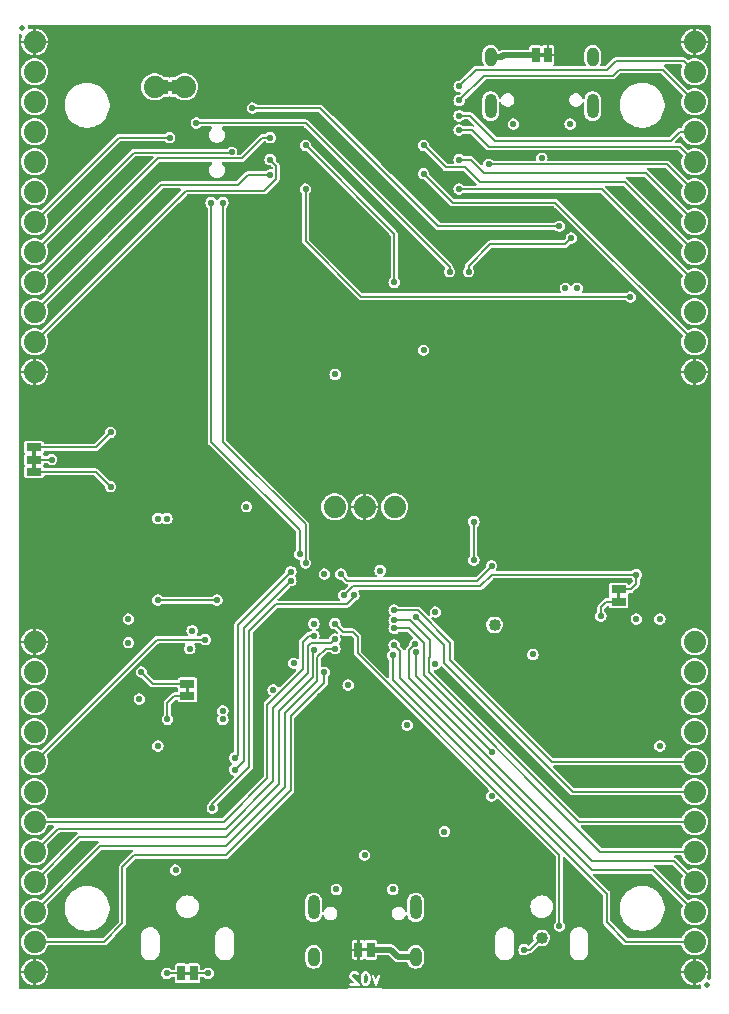
<source format=gbl>
%TF.GenerationSoftware,KiCad,Pcbnew,8.0.3*%
%TF.CreationDate,2024-07-24T15:17:42-06:00*%
%TF.ProjectId,SparkFun_IoT_Node_LoRaWAN,53706172-6b46-4756-9e5f-496f545f4e6f,v02*%
%TF.SameCoordinates,Original*%
%TF.FileFunction,Copper,L4,Bot*%
%TF.FilePolarity,Positive*%
%FSLAX46Y46*%
G04 Gerber Fmt 4.6, Leading zero omitted, Abs format (unit mm)*
G04 Created by KiCad (PCBNEW 8.0.3) date 2024-07-24 15:17:42*
%MOMM*%
%LPD*%
G01*
G04 APERTURE LIST*
G04 Aperture macros list*
%AMRoundRect*
0 Rectangle with rounded corners*
0 $1 Rounding radius*
0 $2 $3 $4 $5 $6 $7 $8 $9 X,Y pos of 4 corners*
0 Add a 4 corners polygon primitive as box body*
4,1,4,$2,$3,$4,$5,$6,$7,$8,$9,$2,$3,0*
0 Add four circle primitives for the rounded corners*
1,1,$1+$1,$2,$3*
1,1,$1+$1,$4,$5*
1,1,$1+$1,$6,$7*
1,1,$1+$1,$8,$9*
0 Add four rect primitives between the rounded corners*
20,1,$1+$1,$2,$3,$4,$5,0*
20,1,$1+$1,$4,$5,$6,$7,0*
20,1,$1+$1,$6,$7,$8,$9,0*
20,1,$1+$1,$8,$9,$2,$3,0*%
G04 Aperture macros list end*
%ADD10C,0.254000*%
%TA.AperFunction,EtchedComponent*%
%ADD11C,0.000000*%
%TD*%
%TA.AperFunction,ComponentPad*%
%ADD12C,1.879600*%
%TD*%
%TA.AperFunction,SMDPad,CuDef*%
%ADD13C,0.500000*%
%TD*%
%TA.AperFunction,SMDPad,CuDef*%
%ADD14R,0.660400X1.270000*%
%TD*%
%TA.AperFunction,SMDPad,CuDef*%
%ADD15RoundRect,0.508000X0.000010X0.000010X-0.000010X0.000010X-0.000010X-0.000010X0.000010X-0.000010X0*%
%TD*%
%TA.AperFunction,SMDPad,CuDef*%
%ADD16R,1.270000X0.660400*%
%TD*%
%TA.AperFunction,SMDPad,CuDef*%
%ADD17R,0.635000X1.270000*%
%TD*%
%TA.AperFunction,ComponentPad*%
%ADD18O,1.000000X1.600000*%
%TD*%
%TA.AperFunction,ComponentPad*%
%ADD19O,1.000000X2.100000*%
%TD*%
%TA.AperFunction,ViaPad*%
%ADD20C,0.560000*%
%TD*%
%TA.AperFunction,Conductor*%
%ADD21C,0.200000*%
%TD*%
%TA.AperFunction,Conductor*%
%ADD22C,0.500000*%
%TD*%
G04 APERTURE END LIST*
D10*
G36*
X164474Y-39590738D02*
G01*
X184965Y-39610182D01*
X217201Y-39671801D01*
X260120Y-39835871D01*
X262047Y-40046476D01*
X222703Y-40211459D01*
X188739Y-40282621D01*
X169296Y-40303111D01*
X117185Y-40330373D01*
X79830Y-40331123D01*
X29046Y-40306886D01*
X8556Y-40287442D01*
X-23680Y-40225823D01*
X-66599Y-40061754D01*
X-68526Y-39851148D01*
X-29182Y-39686165D01*
X4782Y-39615003D01*
X24226Y-39594512D01*
X76338Y-39567250D01*
X113691Y-39566500D01*
X164474Y-39590738D01*
G37*
G36*
X1462159Y-40710812D02*
G01*
X-1415144Y-40710812D01*
X-1415144Y-39634336D01*
X-1288144Y-39634336D01*
X-1286162Y-39733109D01*
X-1287147Y-39746983D01*
X-1285761Y-39753082D01*
X-1285704Y-39755874D01*
X-1284422Y-39758971D01*
X-1281627Y-39771259D01*
X-1237323Y-39898329D01*
X-1237323Y-39901018D01*
X-1231403Y-39915310D01*
X-1223096Y-39939135D01*
X-1220106Y-39942583D01*
X-1218359Y-39946799D01*
X-1202565Y-39966044D01*
X-835553Y-40330944D01*
X-1185920Y-40332252D01*
X-1231701Y-40351215D01*
X-1266741Y-40386255D01*
X-1285704Y-40432036D01*
X-1285704Y-40481588D01*
X-1266741Y-40527369D01*
X-1231701Y-40562409D01*
X-1185920Y-40581372D01*
X-1161144Y-40583812D01*
X-507415Y-40581372D01*
X-507414Y-40581372D01*
X-488451Y-40573516D01*
X-461634Y-40562409D01*
X-426594Y-40527369D01*
X-409481Y-40486054D01*
X-407631Y-40481589D01*
X-407631Y-40432035D01*
X-423421Y-40393916D01*
X-426594Y-40386255D01*
X-426595Y-40386254D01*
X-442389Y-40367009D01*
X-984658Y-39827860D01*
X-320525Y-39827860D01*
X-318378Y-40062518D01*
X-320375Y-40075939D01*
X-318116Y-40091218D01*
X-318085Y-40094541D01*
X-317369Y-40096271D01*
X-316733Y-40100567D01*
X-268471Y-40285063D01*
X-267634Y-40296834D01*
X-260548Y-40315351D01*
X-259976Y-40317536D01*
X-259429Y-40318274D01*
X-258736Y-40320085D01*
X-207849Y-40417356D01*
X-202359Y-40430609D01*
X-198378Y-40435460D01*
X-197093Y-40437916D01*
X-194560Y-40440113D01*
X-186566Y-40449854D01*
X-134419Y-40499340D01*
X-126246Y-40508762D01*
X-121028Y-40512047D01*
X-118940Y-40514028D01*
X-115843Y-40515311D01*
X-105177Y-40522025D01*
X-23654Y-40560932D01*
X-22177Y-40562409D01*
X-9931Y-40567481D01*
X14837Y-40579302D01*
X19387Y-40579625D01*
X23604Y-40581372D01*
X48380Y-40583812D01*
X127483Y-40582223D01*
X129257Y-40582815D01*
X141546Y-40581941D01*
X169918Y-40581372D01*
X174134Y-40579625D01*
X178686Y-40579302D01*
X201937Y-40570405D01*
X299208Y-40519517D01*
X312462Y-40514028D01*
X317313Y-40510046D01*
X319769Y-40508762D01*
X321966Y-40506228D01*
X331707Y-40498235D01*
X381188Y-40446091D01*
X390615Y-40437916D01*
X393901Y-40432695D01*
X395881Y-40430609D01*
X397163Y-40427511D01*
X403877Y-40416847D01*
X447253Y-40325962D01*
X453498Y-40317535D01*
X460113Y-40299017D01*
X461156Y-40296834D01*
X461221Y-40295918D01*
X461874Y-40294091D01*
X506548Y-40106752D01*
X511607Y-40094541D01*
X513116Y-40079210D01*
X513897Y-40075939D01*
X513621Y-40074086D01*
X514047Y-40069765D01*
X511899Y-39835106D01*
X513897Y-39821686D01*
X511637Y-39806406D01*
X511607Y-39803084D01*
X510890Y-39801353D01*
X510400Y-39798041D01*
X600077Y-39798041D01*
X606112Y-39822194D01*
X844149Y-40481859D01*
X844442Y-40487742D01*
X852126Y-40503965D01*
X858648Y-40522038D01*
X862925Y-40526762D01*
X865655Y-40532526D01*
X879437Y-40545002D01*
X891904Y-40558774D01*
X897663Y-40561502D01*
X902391Y-40565782D01*
X919896Y-40572033D01*
X936688Y-40579988D01*
X943053Y-40580304D01*
X949056Y-40582448D01*
X967617Y-40581525D01*
X986179Y-40582448D01*
X992181Y-40580304D01*
X998548Y-40579988D01*
X1015343Y-40572032D01*
X1032845Y-40565782D01*
X1037570Y-40561503D01*
X1043332Y-40558775D01*
X1055803Y-40544997D01*
X1069581Y-40532526D01*
X1072309Y-40526764D01*
X1076588Y-40522039D01*
X1087219Y-40499527D01*
X1335159Y-39798041D01*
X1332699Y-39748549D01*
X1311486Y-39703765D01*
X1274750Y-39670509D01*
X1228084Y-39653843D01*
X1178593Y-39656303D01*
X1133809Y-39677517D01*
X1100553Y-39714253D01*
X1089922Y-39736765D01*
X967643Y-40082721D01*
X834683Y-39714252D01*
X801427Y-39677516D01*
X756643Y-39656303D01*
X707151Y-39653843D01*
X660486Y-39670509D01*
X623750Y-39703765D01*
X602537Y-39748549D01*
X600077Y-39798041D01*
X510400Y-39798041D01*
X510255Y-39797058D01*
X461992Y-39612562D01*
X461156Y-39600791D01*
X454068Y-39582271D01*
X453498Y-39580090D01*
X452951Y-39579352D01*
X452258Y-39577540D01*
X401370Y-39480268D01*
X395881Y-39467016D01*
X391899Y-39462164D01*
X390615Y-39459709D01*
X388081Y-39457511D01*
X380088Y-39447771D01*
X327943Y-39398287D01*
X319769Y-39388863D01*
X314548Y-39385576D01*
X312462Y-39383597D01*
X309364Y-39382314D01*
X298700Y-39375601D01*
X217175Y-39336691D01*
X215699Y-39335215D01*
X203459Y-39330145D01*
X178687Y-39318322D01*
X174134Y-39317998D01*
X169918Y-39316252D01*
X145142Y-39313812D01*
X66037Y-39315400D01*
X64264Y-39314809D01*
X51974Y-39315682D01*
X23604Y-39316252D01*
X19387Y-39317998D01*
X14835Y-39318322D01*
X-8416Y-39327220D01*
X-105688Y-39378107D01*
X-118940Y-39383597D01*
X-123792Y-39387578D01*
X-126247Y-39388863D01*
X-128445Y-39391396D01*
X-138185Y-39399390D01*
X-187669Y-39451534D01*
X-197093Y-39459709D01*
X-200380Y-39464929D01*
X-202359Y-39467016D01*
X-203642Y-39470113D01*
X-210355Y-39480778D01*
X-253731Y-39571659D01*
X-259976Y-39580089D01*
X-266593Y-39598608D01*
X-267634Y-39600791D01*
X-267700Y-39601706D01*
X-268352Y-39603534D01*
X-313027Y-39790872D01*
X-318085Y-39803084D01*
X-319595Y-39818414D01*
X-320375Y-39821686D01*
X-320100Y-39823538D01*
X-320525Y-39827860D01*
X-984658Y-39827860D01*
X-1000711Y-39811899D01*
X-1034466Y-39715085D01*
X-1035456Y-39665786D01*
X-1011218Y-39615003D01*
X-991774Y-39594512D01*
X-940257Y-39567561D01*
X-758429Y-39565897D01*
X-706383Y-39590738D01*
X-651130Y-39643170D01*
X-605349Y-39662134D01*
X-555795Y-39662134D01*
X-510014Y-39643170D01*
X-474976Y-39608132D01*
X-456012Y-39562351D01*
X-456012Y-39512797D01*
X-474976Y-39467016D01*
X-490769Y-39447771D01*
X-542914Y-39398287D01*
X-551088Y-39388863D01*
X-556309Y-39385576D01*
X-558395Y-39383597D01*
X-561493Y-39382314D01*
X-572157Y-39375601D01*
X-653682Y-39336691D01*
X-655158Y-39335215D01*
X-667398Y-39330145D01*
X-692170Y-39318322D01*
X-696723Y-39317998D01*
X-700939Y-39316252D01*
X-725715Y-39313812D01*
X-948610Y-39315851D01*
X-951736Y-39314809D01*
X-969032Y-39316038D01*
X-992396Y-39316252D01*
X-996613Y-39317998D01*
X-1001165Y-39318322D01*
X-1024416Y-39327220D01*
X-1121688Y-39378107D01*
X-1134940Y-39383597D01*
X-1139792Y-39387578D01*
X-1142247Y-39388863D01*
X-1144445Y-39391396D01*
X-1154185Y-39399390D01*
X-1203669Y-39451534D01*
X-1213093Y-39459709D01*
X-1216380Y-39464929D01*
X-1218359Y-39467016D01*
X-1219642Y-39470113D01*
X-1226355Y-39480778D01*
X-1265265Y-39562302D01*
X-1266741Y-39563779D01*
X-1271811Y-39576018D01*
X-1283634Y-39600791D01*
X-1283958Y-39605343D01*
X-1285704Y-39609560D01*
X-1288144Y-39634336D01*
X-1415144Y-39634336D01*
X-1415144Y-39186812D01*
X1462159Y-39186812D01*
X1462159Y-40710812D01*
G37*
D11*
%TA.AperFunction,EtchedComponent*%
%TO.C,JP1*%
G36*
X250000Y-37650000D02*
G01*
X-250000Y-37650000D01*
X-250000Y-37350000D01*
X250000Y-37350000D01*
X250000Y-37650000D01*
G37*
%TD.AperFunction*%
%TA.AperFunction,EtchedComponent*%
%TO.C,JP3*%
G36*
X15250000Y38100000D02*
G01*
X14750000Y38100000D01*
X14750000Y38400000D01*
X15250000Y38400000D01*
X15250000Y38100000D01*
G37*
%TD.AperFunction*%
%TA.AperFunction,EtchedComponent*%
%TO.C,JP6*%
G36*
X-14750000Y-39650000D02*
G01*
X-15250000Y-39650000D01*
X-15250000Y-39350000D01*
X-14750000Y-39350000D01*
X-14750000Y-39650000D01*
G37*
%TD.AperFunction*%
%TA.AperFunction,EtchedComponent*%
%TO.C,JP4*%
G36*
X21650000Y-7750000D02*
G01*
X21350000Y-7750000D01*
X21350000Y-7250000D01*
X21650000Y-7250000D01*
X21650000Y-7750000D01*
G37*
%TD.AperFunction*%
%TA.AperFunction,EtchedComponent*%
%TO.C,JP2*%
G36*
X-16260000Y35960000D02*
G01*
X-16760000Y35960000D01*
X-16760000Y35160000D01*
X-16260000Y35160000D01*
X-16260000Y35960000D01*
G37*
%TD.AperFunction*%
%TA.AperFunction,EtchedComponent*%
%TO.C,JP7*%
G36*
X-27850000Y3229300D02*
G01*
X-28150000Y3229300D01*
X-28150000Y3729300D01*
X-27850000Y3729300D01*
X-27850000Y3229300D01*
G37*
%TD.AperFunction*%
%TA.AperFunction,EtchedComponent*%
G36*
X-27827000Y4262000D02*
G01*
X-28127000Y4262000D01*
X-28127000Y4762000D01*
X-27827000Y4762000D01*
X-27827000Y4262000D01*
G37*
%TD.AperFunction*%
%TA.AperFunction,EtchedComponent*%
%TO.C,JP5*%
G36*
X-14850000Y-15750000D02*
G01*
X-15150000Y-15750000D01*
X-15150000Y-15250000D01*
X-14850000Y-15250000D01*
X-14850000Y-15750000D01*
G37*
%TD.AperFunction*%
%TD*%
D12*
%TO.P,J8,12,Pin_12*%
%TO.N,GND*%
X27940000Y11430000D03*
%TO.P,J8,11,Pin_11*%
%TO.N,XBLR_IO9*%
X27940000Y13970000D03*
%TO.P,J8,10,Pin_10*%
%TO.N,XBLR_IO8*%
X27940000Y16510000D03*
%TO.P,J8,9,Pin_9*%
%TO.N,XBLR_IO7*%
X27940000Y19050000D03*
%TO.P,J8,8,Pin_8*%
%TO.N,XBLR_IO6*%
X27940000Y21590000D03*
%TO.P,J8,7,Pin_7*%
%TO.N,XBLR_IO5*%
X27940000Y24130000D03*
%TO.P,J8,6,Pin_6*%
%TO.N,XBLR_IO4*%
X27940000Y26670000D03*
%TO.P,J8,5,Pin_5*%
%TO.N,XBLR_IO3*%
X27940000Y29210000D03*
%TO.P,J8,4,Pin_4*%
%TO.N,XBLR_IO2*%
X27940000Y31750000D03*
%TO.P,J8,3,Pin_3*%
%TO.N,XBLR_IO1*%
X27940000Y34290000D03*
%TO.P,J8,2,Pin_2*%
%TO.N,XBLR_IO0*%
X27940000Y36830000D03*
%TO.P,J8,1,Pin_1*%
%TO.N,GND*%
X27940000Y39370000D03*
%TD*%
%TO.P,J6,1,Pin_1*%
%TO.N,GND*%
X-27940000Y39370000D03*
%TO.P,J6,2,Pin_2*%
%TO.N,XBLR_IO19*%
X-27940000Y36830000D03*
%TO.P,J6,3,Pin_3*%
%TO.N,XBLR_IO18*%
X-27940000Y34290000D03*
%TO.P,J6,4,Pin_4*%
%TO.N,XBLR_IO17*%
X-27940000Y31750000D03*
%TO.P,J6,5,Pin_5*%
%TO.N,XBLR_IO16*%
X-27940000Y29210000D03*
%TO.P,J6,6,Pin_6*%
%TO.N,XBLR_IO15*%
X-27940000Y26670000D03*
%TO.P,J6,7,Pin_7*%
%TO.N,XBLR_RX{slash}IO14*%
X-27940000Y24130000D03*
%TO.P,J6,8,Pin_8*%
%TO.N,XBLR_TX{slash}IO13*%
X-27940000Y21590000D03*
%TO.P,J6,9,Pin_9*%
%TO.N,XBLR_IO12*%
X-27940000Y19050000D03*
%TO.P,J6,10,Pin_10*%
%TO.N,XBLR_IO11*%
X-27940000Y16510000D03*
%TO.P,J6,11,Pin_11*%
%TO.N,XBLR_IO10*%
X-27940000Y13970000D03*
%TO.P,J6,12,Pin_12*%
%TO.N,GND*%
X-27940000Y11430000D03*
%TD*%
D13*
%TO.P,FID3,*%
%TO.N,*%
X-29000000Y40500000D03*
%TD*%
D14*
%TO.P,JP1,1,A*%
%TO.N,Net-(J1-SHIELD)*%
X520700Y-37500000D03*
%TO.P,JP1,2,B*%
%TO.N,GND*%
X-520700Y-37500000D03*
%TD*%
D15*
%TO.P,TP2,1,1*%
%TO.N,~{BOOT}*%
X11000000Y-10000000D03*
%TD*%
D13*
%TO.P,FID2,*%
%TO.N,*%
X29000000Y-40500000D03*
%TD*%
D15*
%TO.P,TP1,1,1*%
%TO.N,Net-(D4-DOUT)*%
X15000000Y-36500000D03*
%TD*%
D14*
%TO.P,JP3,1,A*%
%TO.N,Net-(J3-SHIELD)*%
X14479300Y38250000D03*
%TO.P,JP3,2,B*%
%TO.N,GND*%
X15520700Y38250000D03*
%TD*%
%TO.P,JP6,1,A*%
%TO.N,Net-(D5-A)*%
X-15520700Y-39500000D03*
%TO.P,JP6,2,B*%
%TO.N,3.3V*%
X-14479300Y-39500000D03*
%TD*%
D16*
%TO.P,JP4,1,A*%
%TO.N,Net-(JP4-A)*%
X21500000Y-8020700D03*
%TO.P,JP4,2,B*%
%TO.N,PERIPHERAL_POWER*%
X21500000Y-6979300D03*
%TD*%
D12*
%TO.P,JP2,1,A*%
%TO.N,3.3V*%
X-17780000Y35560000D03*
D17*
X-17018000Y35560000D03*
%TO.P,JP2,2,B*%
%TO.N,3.3V_XBLR*%
X-16002000Y35560000D03*
D12*
X-15240000Y35560000D03*
%TD*%
D16*
%TO.P,JP7,1,A*%
%TO.N,Net-(JP7-A)*%
X-28000000Y2958600D03*
%TO.P,JP7,2,C*%
%TO.N,3.3V*%
X-28000000Y4000000D03*
%TO.P,JP7,3,B*%
%TO.N,Net-(JP7-B)*%
X-28000000Y5041400D03*
%TD*%
%TO.P,JP5,1,A*%
%TO.N,Net-(JP5-A)*%
X-15000000Y-16020700D03*
%TO.P,JP5,2,B*%
%TO.N,Net-(D6-A)*%
X-15000000Y-14979300D03*
%TD*%
D12*
%TO.P,J7,1,Pin_1*%
%TO.N,RP2350_IO11*%
X27940000Y-11430000D03*
%TO.P,J7,2,Pin_2*%
%TO.N,RP2350_IO10*%
X27940000Y-13970000D03*
%TO.P,J7,3,Pin_3*%
%TO.N,RP2350_IO9*%
X27940000Y-16510000D03*
%TO.P,J7,4,Pin_4*%
%TO.N,RP2350_IO8*%
X27940000Y-19050000D03*
%TO.P,J7,5,Pin_5*%
%TO.N,RP2350_IO7*%
X27940000Y-21590000D03*
%TO.P,J7,6,Pin_6*%
%TO.N,RP2350_IO6*%
X27940000Y-24130000D03*
%TO.P,J7,7,Pin_7*%
%TO.N,RP2350_IO5*%
X27940000Y-26670000D03*
%TO.P,J7,8,Pin_8*%
%TO.N,RP2350_IO4*%
X27940000Y-29210000D03*
%TO.P,J7,9,Pin_9*%
%TO.N,RP2350_IO3*%
X27940000Y-31750000D03*
%TO.P,J7,10,Pin_10*%
%TO.N,RP2350_IO2*%
X27940000Y-34290000D03*
%TO.P,J7,11,Pin_11*%
%TO.N,RP2350_IO1*%
X27940000Y-36830000D03*
%TO.P,J7,12,Pin_12*%
%TO.N,GND*%
X27940000Y-39370000D03*
%TD*%
%TO.P,J5,1,Pin_1*%
%TO.N,GND*%
X-27940000Y-11430000D03*
%TO.P,J5,2,Pin_2*%
%TO.N,VUSB*%
X-27940000Y-13970000D03*
%TO.P,J5,3,Pin_3*%
%TO.N,VBATT*%
X-27940000Y-16510000D03*
%TO.P,J5,4,Pin_4*%
%TO.N,3.3V*%
X-27940000Y-19050000D03*
%TO.P,J5,5,Pin_5*%
%TO.N,~{ON}*%
X-27940000Y-21590000D03*
%TO.P,J5,6,Pin_6*%
%TO.N,~{RESET}*%
X-27940000Y-24130000D03*
%TO.P,J5,7,Pin_7*%
%TO.N,RP2350_IO26*%
X-27940000Y-26670000D03*
%TO.P,J5,8,Pin_8*%
%TO.N,RP2350_IO27*%
X-27940000Y-29210000D03*
%TO.P,J5,9,Pin_9*%
%TO.N,RP2350_IO28*%
X-27940000Y-31750000D03*
%TO.P,J5,10,Pin_10*%
%TO.N,RP2350_IO29*%
X-27940000Y-34290000D03*
%TO.P,J5,11,Pin_11*%
%TO.N,VDDA*%
X-27940000Y-36830000D03*
%TO.P,J5,12,Pin_12*%
%TO.N,GND*%
X-27940000Y-39370000D03*
%TD*%
D18*
%TO.P,J1,NC1,NC*%
%TO.N,unconnected-(J1-NC-PadNC1)*%
X-4318000Y-38095000D03*
D19*
%TO.P,J1,NC2,NC*%
%TO.N,unconnected-(J1-NC-PadNC2)*%
X-4318000Y-33915000D03*
%TO.P,J1,NC3,NC*%
%TO.N,unconnected-(J1-NC-PadNC3)*%
X4318000Y-33915000D03*
D18*
%TO.P,J1,S,SHIELD*%
%TO.N,Net-(J1-SHIELD)*%
X4318000Y-38095000D03*
%TD*%
%TO.P,J3,NC1,NC*%
%TO.N,unconnected-(J3-NC-PadNC1)*%
X19318000Y38095000D03*
D19*
%TO.P,J3,NC2,NC*%
%TO.N,unconnected-(J3-NC-PadNC2)*%
X19318000Y33915000D03*
%TO.P,J3,NC3,NC*%
%TO.N,unconnected-(J3-NC-PadNC3)*%
X10682000Y33915000D03*
D18*
%TO.P,J3,S,SHIELD*%
%TO.N,Net-(J3-SHIELD)*%
X10682000Y38095000D03*
%TD*%
D12*
%TO.P,J2,1,Pin_1*%
%TO.N,RP2350_SWCLK*%
X2540000Y0D03*
%TO.P,J2,2,Pin_2*%
%TO.N,GND*%
X0Y0D03*
%TO.P,J2,3,Pin_3*%
%TO.N,RP2350_SWDIO*%
X-2540000Y0D03*
%TD*%
D20*
%TO.N,GND*%
X-500000Y-2300000D03*
X7250000Y-4500000D03*
X-17250000Y-17250000D03*
X12000000Y-3500000D03*
X6500000Y22000000D03*
X-3000000Y15000000D03*
X17750000Y-31000000D03*
X-15100000Y-24200000D03*
X4000000Y13250000D03*
X17500000Y17000000D03*
X7000000Y-21000000D03*
X-12750000Y-12250000D03*
X3250000Y-32250000D03*
X500000Y-16400000D03*
X5250000Y23750000D03*
X7500000Y16500000D03*
X-20750000Y-11500000D03*
X-6250000Y-7250000D03*
X-15000000Y0D03*
X5000000Y29500000D03*
X-18750000Y-7750000D03*
X-6500000Y38000000D03*
X-13250000Y-8750000D03*
X20500000Y5000000D03*
X0Y-11250000D03*
X-6000000Y-4750000D03*
X18500000Y35500000D03*
X20000000Y-1600000D03*
X-11500000Y38250000D03*
X8600000Y27500000D03*
X-7750000Y-11000000D03*
X-13750000Y22500000D03*
X-16750000Y-7250000D03*
X3750000Y-28500000D03*
X-16500000Y32000000D03*
X19750000Y24500000D03*
X-10750000Y34750000D03*
X-15500000Y20750000D03*
X-5250000Y31750000D03*
X11750000Y32250000D03*
X-1250000Y-8750000D03*
X-11000000Y28250000D03*
X22000000Y-1600000D03*
X-19750000Y28500000D03*
X-10500000Y-30500000D03*
X23250000Y-14750000D03*
X-2600000Y-15100000D03*
X-19500000Y19750000D03*
X7800000Y-10500000D03*
X-3250000Y-32250000D03*
X-17500000Y20250000D03*
X1250000Y-8750000D03*
X-22250000Y-6500000D03*
X16500000Y-36500000D03*
X-16500000Y37250000D03*
X-16500000Y-22000000D03*
X-11000000Y25000000D03*
X7750000Y-9500000D03*
X-9500000Y-750000D03*
X12000000Y2500000D03*
X21750000Y18500000D03*
X-14000000Y25000000D03*
X1250000Y-10000000D03*
X-17000000Y26000000D03*
X-7750000Y-9500000D03*
X-5250000Y29750000D03*
X4000000Y-5250000D03*
X0Y-10000000D03*
X-6500000Y22000000D03*
X-24500000Y6500000D03*
X16000000Y5000000D03*
X-19250000Y-11500000D03*
X-13000000Y-18500000D03*
X-22250000Y-4500000D03*
X-26500000Y2000000D03*
X11500000Y29750000D03*
X14500000Y-9250000D03*
X-21000000Y18500000D03*
X-20500000Y-29500000D03*
X-5250000Y36250000D03*
X1250000Y-11250000D03*
X-10750000Y500000D03*
X-4250000Y23500000D03*
X-15000000Y-3500000D03*
X-7750000Y23750000D03*
X20500000Y-4750000D03*
X24000000Y-20250000D03*
X18500000Y29750000D03*
X-1250000Y-10000000D03*
X11500000Y35500000D03*
X-15000000Y-18750000D03*
X-18750000Y30743000D03*
X-750000Y20250000D03*
X8750000Y-16250000D03*
X-23100000Y-28600000D03*
X-19000000Y-15000000D03*
X3500000Y-35500000D03*
X-17250000Y-250000D03*
X23100000Y27600000D03*
X-13500000Y-22000000D03*
X21500000Y-12250000D03*
X-4250000Y26250000D03*
X23500000Y-1250000D03*
X-13250000Y-15500000D03*
X-15000000Y-30750000D03*
X5250000Y39750000D03*
X-11900000Y30600000D03*
X-11000000Y21500000D03*
X2500000Y-20200000D03*
X8000000Y24500000D03*
X19000000Y-27250000D03*
X8000000Y36500000D03*
X-11500000Y-10500000D03*
X-1250000Y-11250000D03*
X2500000Y11500000D03*
X0Y11250000D03*
X-21000000Y2500000D03*
X-8000000Y25750000D03*
X-3750000Y-28500000D03*
X16750000Y-22250000D03*
X8000000Y30500000D03*
X8000000Y20250000D03*
X-21000000Y5500000D03*
X-13750000Y-25500000D03*
X25000000Y28250000D03*
X16750000Y23000000D03*
X-3750000Y-16000000D03*
X23500000Y1500000D03*
X-17250000Y-1750000D03*
X-15000000Y-14000000D03*
X11000000Y-6500000D03*
X-28750000Y-4500000D03*
X5250000Y36500000D03*
X0Y-31976700D03*
X25750000Y-17750000D03*
X28750000Y-9750000D03*
X-3500000Y-35500000D03*
X15000000Y31976700D03*
X-19250000Y-9500000D03*
X-7750000Y-14000000D03*
X18750000Y-6500000D03*
X-8500000Y38250000D03*
X-4000000Y-17300000D03*
X16000000Y-4750000D03*
X8750000Y33750000D03*
X-7750000Y-12500000D03*
X-3500000Y-2300000D03*
X20250000Y-31500000D03*
X8000000Y39750000D03*
X-20750000Y-9500000D03*
X-10000000Y38250000D03*
X-13750000Y31750000D03*
X0Y-8750000D03*
X-24500000Y1500000D03*
X-26500000Y6000000D03*
X-8000000Y30250000D03*
X21750000Y26500000D03*
X-21250000Y32000000D03*
X-25500000Y-28000000D03*
X-4900000Y-18200000D03*
X-16750000Y28000000D03*
X2500000Y-1750000D03*
X18250000Y32250000D03*
X17250000Y37750000D03*
X7250000Y500000D03*
X-18000000Y-3500000D03*
X5000000Y20000000D03*
%TO.N,3.3V*%
X6750000Y-27500000D03*
X-13250000Y-39500000D03*
X6000000Y-8907000D03*
X-17500000Y-20250000D03*
X-16750000Y-1000000D03*
X-3400000Y-5700000D03*
X-20000000Y-11500000D03*
X-2500000Y11200000D03*
X6000000Y-13300000D03*
X-26500000Y4000000D03*
X-17500000Y-1000000D03*
X1307000Y-5400000D03*
X10750000Y-24500000D03*
X3600000Y-18500000D03*
X5000000Y13250000D03*
X23000000Y-9500000D03*
X-4300000Y-9893000D03*
X-16000000Y-30750000D03*
X-1400000Y-15100000D03*
X-20000000Y-9500000D03*
X-6000000Y-13250000D03*
X-7750000Y-15500000D03*
%TO.N,GND*%
X-19500000Y-30500000D03*
%TO.N,3.3V*%
X14250000Y-12500000D03*
%TO.N,VDDA*%
X-3400000Y-14000000D03*
%TO.N,PSRAM_~{CS}*%
X10750000Y-20750000D03*
X4368000Y-12293000D03*
%TO.N,VBATT*%
X-19075000Y-16275000D03*
X-14800000Y-12000000D03*
%TO.N,Net-(JP5-A)*%
X-16700000Y-18000000D03*
%TO.N,BAT_POWER*%
X-17500000Y-7900000D03*
X-12500000Y-7900000D03*
%TO.N,SDA*%
X-11000000Y-21250000D03*
X-6250000Y-5500000D03*
%TO.N,SCL*%
X-11000000Y-22250000D03*
X-6250000Y-6250000D03*
%TO.N,3.3V_P*%
X25000000Y-20250000D03*
X25000000Y-9500000D03*
%TO.N,PERIPHERAL_POWER*%
X23000000Y-5750000D03*
X-1750000Y-7493000D03*
%TO.N,LED_IN*%
X16500000Y-35500000D03*
X-2507000Y-9893000D03*
%TO.N,Net-(D5-A)*%
X-16750000Y-39500000D03*
%TO.N,Net-(JP7-A)*%
X-21500000Y1700000D03*
%TO.N,~{BOOT}*%
X11000000Y-10000000D03*
%TO.N,~{RESET}*%
X-900000Y-7493000D03*
X-12900000Y-25500000D03*
%TO.N,XBLR_~{RESET}*%
X2500000Y19000000D03*
X-5000000Y30600000D03*
%TO.N,RP2350_RX*%
X-5000000Y-4750000D03*
X-12000000Y25750000D03*
%TO.N,XBLR_USB_RX*%
X16500000Y23750000D03*
X-9500000Y33750000D03*
%TO.N,XBLR_USB_TX*%
X-14250000Y32500000D03*
X7200000Y19900000D03*
%TO.N,RP2350_TX*%
X-5507000Y-4000000D03*
X-13000000Y25750000D03*
%TO.N,Net-(D6-A)*%
X-18900000Y-14000000D03*
%TO.N,Net-(JP7-B)*%
X-21500000Y6300000D03*
%TO.N,XBLR_IO1*%
X8000000Y34400000D03*
%TO.N,XBLR_IO8*%
X-5000000Y26900000D03*
X22500000Y17750000D03*
%TO.N,XBLR_IO3*%
X8000000Y31900000D03*
%TO.N,XBLR_IO9*%
X5000000Y28200000D03*
%TO.N,XBLR_IO2*%
X8000000Y33100000D03*
%TO.N,XBLR_IO0*%
X8000000Y35600000D03*
%TO.N,XBLR_IO5*%
X8000000Y29400000D03*
%TO.N,XBLR_IO4*%
X10500000Y29000000D03*
%TO.N,XBLR_IO10*%
X-8000000Y29400000D03*
%TO.N,XBLR_IO12*%
X-8000000Y31250000D03*
%TO.N,XBLR_IO11*%
X-8000000Y28100000D03*
%TO.N,~{ON}*%
X-13500000Y-11250000D03*
%TO.N,SD_~{CS}*%
X9250000Y-1250000D03*
X9250000Y-4500000D03*
%TO.N,SD_DET*%
X-2000000Y-5700000D03*
X10750000Y-5000000D03*
%TO.N,XBLR_IO6*%
X5000000Y30600000D03*
%TO.N,XBLR_IO7*%
X8000000Y26900000D03*
%TO.N,XBLR_RX{slash}IO14*%
X-16500000Y31250000D03*
%TO.N,XBLR_TX{slash}IO13*%
X-11250000Y30000000D03*
%TO.N,RP2350_IO27*%
X-2507000Y-11200000D03*
%TO.N,RP2350_IO29*%
X-2507000Y-12000000D03*
%TO.N,RP2350_IO28*%
X-4300000Y-12100000D03*
%TO.N,RP2350_IO26*%
X-4300000Y-10907000D03*
%TO.N,VUSB*%
X-12000000Y-18000000D03*
X0Y-29500000D03*
X2400000Y-32400000D03*
X-12000000Y-17300000D03*
X-10000000Y0D03*
X-14600000Y-10498000D03*
X-2400000Y-32400000D03*
%TO.N,VUSB_2*%
X17400000Y32400000D03*
X15000000Y29500000D03*
X12600000Y32400000D03*
X18000000Y18500000D03*
X17000000Y18500000D03*
%TO.N,Net-(U5-TXD)*%
X17500000Y22750000D03*
X8800000Y19900000D03*
%TO.N,RP2350_IO7*%
X2507000Y-8750000D03*
%TO.N,RP2350_IO2*%
X2507000Y-11700000D03*
%TO.N,RP2350_IO6*%
X4359348Y-9351356D03*
%TO.N,RP2350_IO1*%
X2400460Y-12592000D03*
%TO.N,RP2350_IO5*%
X2507000Y-9605997D03*
%TO.N,RP2350_IO4*%
X2507000Y-10293000D03*
%TO.N,RP2350_IO3*%
X4281000Y-11611530D03*
%TO.N,Net-(JP4-A)*%
X20000000Y-9250000D03*
%TO.N,Net-(D4-DOUT)*%
X13500000Y-37500000D03*
%TD*%
D21*
%TO.N,3.3V*%
X-14479300Y-39500000D02*
X-13250000Y-39500000D01*
X-28000000Y4000000D02*
X-26500000Y4000000D01*
%TO.N,VDDA*%
X-22080000Y-36830000D02*
X-27940000Y-36830000D01*
X-3400000Y-14000000D02*
X-3400000Y-14900000D01*
X-3400000Y-14900000D02*
X-6250000Y-17750000D01*
X-6250000Y-17750000D02*
X-6250000Y-24000000D01*
X-6250000Y-24000000D02*
X-11750000Y-29500000D01*
X-19500000Y-29500000D02*
X-20500000Y-30500000D01*
X-20500000Y-35250000D02*
X-22080000Y-36830000D01*
X-20500000Y-30500000D02*
X-20500000Y-35250000D01*
X-11750000Y-29500000D02*
X-19500000Y-29500000D01*
%TO.N,PSRAM_~{CS}*%
X4368000Y-12293000D02*
X4368000Y-14368000D01*
X4368000Y-14368000D02*
X10750000Y-20750000D01*
%TO.N,Net-(JP5-A)*%
X-16700000Y-16600000D02*
X-16120700Y-16020700D01*
X-16120700Y-16020700D02*
X-15000000Y-16020700D01*
X-16700000Y-18000000D02*
X-16700000Y-16600000D01*
%TO.N,BAT_POWER*%
X-17500000Y-7900000D02*
X-12500000Y-7900000D01*
%TO.N,SDA*%
X-6250000Y-5500000D02*
X-10750000Y-10000000D01*
X-10750000Y-21000000D02*
X-11000000Y-21250000D01*
X-10750000Y-10000000D02*
X-10750000Y-21000000D01*
%TO.N,SCL*%
X-10250000Y-21500000D02*
X-11000000Y-22250000D01*
X-6250000Y-6250000D02*
X-10250000Y-10250000D01*
X-10250000Y-10250000D02*
X-10250000Y-21500000D01*
%TO.N,PERIPHERAL_POWER*%
X9750000Y-6750000D02*
X-1007000Y-6750000D01*
X23000000Y-6500000D02*
X22520700Y-6979300D01*
X-1007000Y-6750000D02*
X-1750000Y-7493000D01*
X23000000Y-5750000D02*
X10750000Y-5750000D01*
X23000000Y-5750000D02*
X23000000Y-6500000D01*
X22520700Y-6979300D02*
X21500000Y-6979300D01*
X10750000Y-5750000D02*
X9750000Y-6750000D01*
%TO.N,LED_IN*%
X-1000000Y-10600000D02*
X-1800000Y-10600000D01*
X-1800000Y-10600000D02*
X-2507000Y-9893000D01*
X16500000Y-29500000D02*
X-600000Y-12400000D01*
X-600000Y-11000000D02*
X-1000000Y-10600000D01*
X16500000Y-35500000D02*
X16500000Y-29500000D01*
X-600000Y-12400000D02*
X-600000Y-11000000D01*
%TO.N,Net-(D5-A)*%
X-15520700Y-39500000D02*
X-16750000Y-39500000D01*
%TO.N,Net-(JP7-A)*%
X-22758600Y2958600D02*
X-21500000Y1700000D01*
X-28000000Y2958600D02*
X-22758600Y2958600D01*
%TO.N,~{RESET}*%
X-9750000Y-10500000D02*
X-7500000Y-8250000D01*
X-12900000Y-25150000D02*
X-9750000Y-22000000D01*
X-12900000Y-25500000D02*
X-12900000Y-25150000D01*
X-9750000Y-22000000D02*
X-9750000Y-10500000D01*
X-1500000Y-8250000D02*
X-900000Y-7650000D01*
X-7500000Y-8250000D02*
X-1500000Y-8250000D01*
X-900000Y-7650000D02*
X-900000Y-7493000D01*
%TO.N,XBLR_~{RESET}*%
X2500000Y23100000D02*
X-5000000Y30600000D01*
X2500000Y19000000D02*
X2500000Y23100000D01*
%TO.N,RP2350_RX*%
X-12000000Y25750000D02*
X-12000000Y5500000D01*
X-5000000Y-1500000D02*
X-5000000Y-4750000D01*
X-12000000Y5500000D02*
X-5000000Y-1500000D01*
%TO.N,XBLR_USB_RX*%
X-3750000Y33750000D02*
X-9500000Y33750000D01*
X16500000Y23750000D02*
X6250000Y23750000D01*
X6250000Y23750000D02*
X-3750000Y33750000D01*
%TO.N,XBLR_USB_TX*%
X7200000Y19900000D02*
X7200000Y20300000D01*
X-5000000Y32500000D02*
X-14250000Y32500000D01*
X7200000Y20300000D02*
X-5000000Y32500000D01*
%TO.N,RP2350_TX*%
X-13000000Y5500000D02*
X-5507000Y-1993000D01*
X-13000000Y25750000D02*
X-13000000Y5500000D01*
X-5507000Y-1993000D02*
X-5507000Y-4000000D01*
%TO.N,Net-(D6-A)*%
X-17920700Y-14979300D02*
X-15000000Y-14979300D01*
X-18900000Y-14000000D02*
X-17920700Y-14979300D01*
D22*
%TO.N,Net-(J3-SHIELD)*%
X14479300Y38250000D02*
X11750000Y38250000D01*
X11595000Y38095000D02*
X10682000Y38095000D01*
X11750000Y38250000D02*
X11595000Y38095000D01*
%TO.N,Net-(J1-SHIELD)*%
X2845000Y-38095000D02*
X4318000Y-38095000D01*
X2250000Y-37500000D02*
X2845000Y-38095000D01*
X520700Y-37500000D02*
X2250000Y-37500000D01*
D21*
%TO.N,Net-(JP7-B)*%
X-22758600Y5041400D02*
X-21500000Y6300000D01*
X-28000000Y5041400D02*
X-22758600Y5041400D01*
%TO.N,XBLR_IO1*%
X21000000Y36500000D02*
X21500000Y37000000D01*
X21500000Y37000000D02*
X25230000Y37000000D01*
X10100000Y36500000D02*
X21000000Y36500000D01*
X25230000Y37000000D02*
X27940000Y34290000D01*
X8000000Y34400000D02*
X10100000Y36500000D01*
%TO.N,XBLR_IO8*%
X-300000Y17800000D02*
X22450000Y17800000D01*
X-5000000Y22500000D02*
X-300000Y17800000D01*
X22450000Y17800000D02*
X22500000Y17750000D01*
X-5000000Y26900000D02*
X-5000000Y22500000D01*
%TO.N,XBLR_IO3*%
X10520000Y30480000D02*
X26670000Y30480000D01*
X26670000Y30480000D02*
X27940000Y29210000D01*
X9100000Y31900000D02*
X10520000Y30480000D01*
X8000000Y31900000D02*
X9100000Y31900000D01*
%TO.N,XBLR_IO9*%
X7450000Y25750000D02*
X16160000Y25750000D01*
X5000000Y28200000D02*
X7450000Y25750000D01*
X16160000Y25750000D02*
X27940000Y13970000D01*
%TO.N,XBLR_IO2*%
X11050000Y31000000D02*
X8950000Y33100000D01*
X25920000Y31000000D02*
X11050000Y31000000D01*
X27940000Y31750000D02*
X26670000Y31750000D01*
X26670000Y31750000D02*
X25920000Y31000000D01*
X8950000Y33100000D02*
X8000000Y33100000D01*
%TO.N,XBLR_IO0*%
X27940000Y36830000D02*
X27020000Y37750000D01*
X21250000Y37750000D02*
X20500000Y37000000D01*
X20500000Y37000000D02*
X9400000Y37000000D01*
X9400000Y37000000D02*
X8000000Y35600000D01*
X27020000Y37750000D02*
X21250000Y37750000D01*
%TO.N,XBLR_IO5*%
X8000000Y29400000D02*
X8991496Y29400000D01*
X23820000Y28250000D02*
X27940000Y24130000D01*
X10141496Y28250000D02*
X23820000Y28250000D01*
X8991496Y29400000D02*
X10141496Y28250000D01*
%TO.N,XBLR_IO4*%
X21743000Y28993000D02*
X21750000Y29000000D01*
X10500000Y29000000D02*
X10507000Y28993000D01*
X21750000Y29000000D02*
X25610000Y29000000D01*
X25610000Y29000000D02*
X27940000Y26670000D01*
X10507000Y28993000D02*
X21743000Y28993000D01*
%TO.N,XBLR_IO10*%
X-7493000Y28893000D02*
X-8000000Y29400000D01*
X-15160000Y26750000D02*
X-8500000Y26750000D01*
X-7493000Y27757000D02*
X-7493000Y28893000D01*
X-27940000Y13970000D02*
X-15160000Y26750000D01*
X-8500000Y26750000D02*
X-7493000Y27757000D01*
%TO.N,XBLR_IO12*%
X-10410984Y29493000D02*
X-17497000Y29493000D01*
X-8653984Y31250000D02*
X-10410984Y29493000D01*
X-8000000Y31250000D02*
X-8653984Y31250000D01*
X-17497000Y29493000D02*
X-27940000Y19050000D01*
%TO.N,XBLR_IO11*%
X-27940000Y16510000D02*
X-17200000Y27250000D01*
X-9900000Y28100000D02*
X-8000000Y28100000D01*
X-17200000Y27250000D02*
X-10750000Y27250000D01*
X-10750000Y27250000D02*
X-9900000Y28100000D01*
%TO.N,~{ON}*%
X-17600000Y-11250000D02*
X-27940000Y-21590000D01*
X-13500000Y-11250000D02*
X-17600000Y-11250000D01*
%TO.N,SD_~{CS}*%
X9250000Y-1250000D02*
X9250000Y-4500000D01*
%TO.N,SD_DET*%
X-1450000Y-6250000D02*
X9500000Y-6250000D01*
X-2000000Y-5700000D02*
X-1450000Y-6250000D01*
X9500000Y-6250000D02*
X10750000Y-5000000D01*
%TO.N,XBLR_IO6*%
X6850000Y28750000D02*
X8500000Y28750000D01*
X22030000Y27500000D02*
X27940000Y21590000D01*
X8500000Y28750000D02*
X9750000Y27500000D01*
X5000000Y30600000D02*
X6850000Y28750000D01*
X9750000Y27500000D02*
X22030000Y27500000D01*
%TO.N,XBLR_IO7*%
X27940000Y19050000D02*
X20090000Y26900000D01*
X20090000Y26900000D02*
X8000000Y26900000D01*
%TO.N,XBLR_RX{slash}IO14*%
X-16500000Y31250000D02*
X-20820000Y31250000D01*
X-20820000Y31250000D02*
X-27940000Y24130000D01*
%TO.N,XBLR_TX{slash}IO13*%
X-19537000Y29993000D02*
X-27940000Y21590000D01*
X-11257000Y29993000D02*
X-19537000Y29993000D01*
X-11250000Y30000000D02*
X-11257000Y29993000D01*
%TO.N,RP2350_IO27*%
X-7750000Y-23250000D02*
X-11750000Y-27250000D01*
X-4500000Y-11500000D02*
X-4827000Y-11827000D01*
X-25980000Y-27250000D02*
X-27940000Y-29210000D01*
X-7750000Y-17000000D02*
X-7750000Y-23250000D01*
X-4827000Y-14077000D02*
X-7750000Y-17000000D01*
X-11750000Y-27250000D02*
X-25980000Y-27250000D01*
X-2807000Y-11500000D02*
X-4500000Y-11500000D01*
X-2507000Y-11200000D02*
X-2807000Y-11500000D01*
X-4827000Y-11827000D02*
X-4827000Y-14077000D01*
%TO.N,RP2350_IO29*%
X-4000000Y-14750000D02*
X-6750000Y-17500000D01*
X-2507000Y-12000000D02*
X-3250000Y-12000000D01*
X-4000000Y-12750000D02*
X-4000000Y-14750000D01*
X-6750000Y-23750000D02*
X-11750000Y-28750000D01*
X-11750000Y-28750000D02*
X-22400000Y-28750000D01*
X-6750000Y-17500000D02*
X-6750000Y-23750000D01*
X-22400000Y-28750000D02*
X-27940000Y-34290000D01*
X-3250000Y-12000000D02*
X-4000000Y-12750000D01*
%TO.N,RP2350_IO28*%
X-7250000Y-17250000D02*
X-7250000Y-23500000D01*
X-24190000Y-28000000D02*
X-27940000Y-31750000D01*
X-7250000Y-23500000D02*
X-11750000Y-28000000D01*
X-4400000Y-12200000D02*
X-4400000Y-14400000D01*
X-4400000Y-14400000D02*
X-7250000Y-17250000D01*
X-4300000Y-12100000D02*
X-4400000Y-12200000D01*
X-11750000Y-28000000D02*
X-24190000Y-28000000D01*
%TO.N,RP2350_IO26*%
X-8250000Y-16750000D02*
X-8250000Y-23000000D01*
X-5250000Y-13750000D02*
X-8250000Y-16750000D01*
X-4300000Y-10907000D02*
X-4728500Y-10907000D01*
X-5250000Y-11428500D02*
X-5250000Y-13750000D01*
X-4728500Y-10907000D02*
X-5250000Y-11428500D01*
X-11920000Y-26670000D02*
X-27940000Y-26670000D01*
X-8250000Y-23000000D02*
X-11920000Y-26670000D01*
%TO.N,Net-(U5-TXD)*%
X17500000Y22750000D02*
X17000000Y22250000D01*
X10650000Y22250000D02*
X8800000Y20400000D01*
X17000000Y22250000D02*
X10650000Y22250000D01*
X8800000Y20400000D02*
X8800000Y19900000D01*
%TO.N,RP2350_IO7*%
X15840000Y-21590000D02*
X27940000Y-21590000D01*
X4500000Y-8750000D02*
X7250000Y-11500000D01*
X7250000Y-11500000D02*
X7250000Y-13000000D01*
X7250000Y-13000000D02*
X15840000Y-21590000D01*
X2507000Y-8750000D02*
X4500000Y-8750000D01*
%TO.N,RP2350_IO2*%
X2507000Y-11700000D02*
X3000000Y-12193000D01*
X3000000Y-14500000D02*
X19250000Y-30750000D01*
X19250000Y-30750000D02*
X24400000Y-30750000D01*
X24400000Y-30750000D02*
X27940000Y-34290000D01*
X3000000Y-12193000D02*
X3000000Y-14500000D01*
%TO.N,RP2350_IO6*%
X6750000Y-13250000D02*
X17630000Y-24130000D01*
X17630000Y-24130000D02*
X27940000Y-24130000D01*
X6750000Y-11742008D02*
X6750000Y-13250000D01*
X4359348Y-9351356D02*
X6750000Y-11742008D01*
%TO.N,RP2350_IO1*%
X20500000Y-35187500D02*
X22142500Y-36830000D01*
X20500000Y-32750000D02*
X20500000Y-35187500D01*
X22142500Y-36830000D02*
X27940000Y-36830000D01*
X2400460Y-12592000D02*
X2400460Y-14650460D01*
X2400460Y-14650460D02*
X20500000Y-32750000D01*
%TO.N,RP2350_IO5*%
X5493000Y-12757000D02*
X5493000Y-13993000D01*
X5500000Y-12750000D02*
X5493000Y-12757000D01*
X5493000Y-13993000D02*
X18170000Y-26670000D01*
X18170000Y-26670000D02*
X27940000Y-26670000D01*
X2507000Y-9605997D02*
X3855997Y-9605997D01*
X3855997Y-9605997D02*
X5500000Y-11250000D01*
X5500000Y-11250000D02*
X5500000Y-12750000D01*
%TO.N,RP2350_IO4*%
X5000000Y-14250000D02*
X19960000Y-29210000D01*
X5000000Y-11500000D02*
X5000000Y-14250000D01*
X19960000Y-29210000D02*
X27940000Y-29210000D01*
X2507000Y-10293000D02*
X3793000Y-10293000D01*
X3793000Y-10293000D02*
X5000000Y-11500000D01*
%TO.N,RP2350_IO3*%
X19250000Y-30000000D02*
X26190000Y-30000000D01*
X3750000Y-12142530D02*
X3750000Y-14500000D01*
X4281000Y-11611530D02*
X3750000Y-12142530D01*
X26190000Y-30000000D02*
X27940000Y-31750000D01*
X3750000Y-14500000D02*
X19250000Y-30000000D01*
%TO.N,Net-(JP4-A)*%
X20000000Y-8500000D02*
X20479300Y-8020700D01*
X20000000Y-9250000D02*
X20000000Y-8500000D01*
X20479300Y-8020700D02*
X21500000Y-8020700D01*
%TO.N,Net-(D4-DOUT)*%
X14000000Y-37500000D02*
X15000000Y-36500000D01*
X13500000Y-37500000D02*
X14000000Y-37500000D01*
%TD*%
%TA.AperFunction,Conductor*%
%TO.N,GND*%
G36*
X29258691Y40780593D02*
G01*
X29294655Y40731093D01*
X29299500Y40700500D01*
X29299500Y-39934062D01*
X29280593Y-39992253D01*
X29231093Y-40028217D01*
X29172609Y-40029052D01*
X29071964Y-39999500D01*
X29071961Y-39999500D01*
X29059724Y-39999500D01*
X29001533Y-39980593D01*
X28965569Y-39931093D01*
X28965569Y-39869907D01*
X28971103Y-39856372D01*
X29007383Y-39783509D01*
X29065192Y-39580334D01*
X29075417Y-39470000D01*
X28439126Y-39470000D01*
X28448000Y-39436880D01*
X28448000Y-39303120D01*
X28439126Y-39270000D01*
X29075416Y-39270000D01*
X29065192Y-39159665D01*
X29007383Y-38956490D01*
X28913232Y-38767409D01*
X28913227Y-38767400D01*
X28785929Y-38598831D01*
X28629825Y-38456523D01*
X28450227Y-38345322D01*
X28253254Y-38269014D01*
X28045618Y-38230200D01*
X28040001Y-38230200D01*
X28040000Y-38230201D01*
X28040000Y-38870874D01*
X28006880Y-38862000D01*
X27873120Y-38862000D01*
X27840000Y-38870874D01*
X27840000Y-38230201D01*
X27839999Y-38230200D01*
X27834382Y-38230200D01*
X27626745Y-38269014D01*
X27429772Y-38345322D01*
X27250174Y-38456523D01*
X27094070Y-38598831D01*
X26966772Y-38767400D01*
X26966767Y-38767409D01*
X26872616Y-38956490D01*
X26814807Y-39159665D01*
X26804583Y-39270000D01*
X27440874Y-39270000D01*
X27432000Y-39303120D01*
X27432000Y-39436880D01*
X27440874Y-39470000D01*
X26804583Y-39470000D01*
X26814807Y-39580334D01*
X26872616Y-39783509D01*
X26966767Y-39972590D01*
X26966772Y-39972599D01*
X27094070Y-40141168D01*
X27250174Y-40283476D01*
X27429772Y-40394677D01*
X27626745Y-40470985D01*
X27834382Y-40509800D01*
X27839999Y-40509800D01*
X27840000Y-40509799D01*
X27840000Y-39869125D01*
X27873120Y-39878000D01*
X28006880Y-39878000D01*
X28040000Y-39869125D01*
X28040000Y-40509799D01*
X28040001Y-40509800D01*
X28045618Y-40509800D01*
X28253254Y-40470985D01*
X28361636Y-40428998D01*
X28422727Y-40425608D01*
X28474144Y-40458773D01*
X28495391Y-40507224D01*
X28514834Y-40642456D01*
X28522560Y-40659373D01*
X28529535Y-40720160D01*
X28499449Y-40773437D01*
X28443793Y-40798855D01*
X28432507Y-40799500D01*
X1553621Y-40799500D01*
X1495430Y-40780593D01*
X1459466Y-40731093D01*
X1454621Y-40700500D01*
X1454621Y-39195342D01*
X1454621Y-39195341D01*
X-1406615Y-39195341D01*
X-1406615Y-39195342D01*
X-1406615Y-40700500D01*
X-1425522Y-40758691D01*
X-1475022Y-40794655D01*
X-1505615Y-40799500D01*
X-29200500Y-40799500D01*
X-29258691Y-40780593D01*
X-29294655Y-40731093D01*
X-29299500Y-40700500D01*
X-29299500Y-39270000D01*
X-29075417Y-39270000D01*
X-28439126Y-39270000D01*
X-28448000Y-39303120D01*
X-28448000Y-39436880D01*
X-28439126Y-39470000D01*
X-29075417Y-39470000D01*
X-29065193Y-39580334D01*
X-29007384Y-39783509D01*
X-28913233Y-39972590D01*
X-28913228Y-39972599D01*
X-28785930Y-40141168D01*
X-28629826Y-40283476D01*
X-28450228Y-40394677D01*
X-28253255Y-40470985D01*
X-28045618Y-40509800D01*
X-28040001Y-40509800D01*
X-28040000Y-40509799D01*
X-28040000Y-39869125D01*
X-28006880Y-39878000D01*
X-27873120Y-39878000D01*
X-27840000Y-39869125D01*
X-27840000Y-40509799D01*
X-27839999Y-40509800D01*
X-27834382Y-40509800D01*
X-27626746Y-40470985D01*
X-27429773Y-40394677D01*
X-27250175Y-40283476D01*
X-27094071Y-40141168D01*
X-26966773Y-39972599D01*
X-26966768Y-39972590D01*
X-26872617Y-39783509D01*
X-26814808Y-39580334D01*
X-26807363Y-39499997D01*
X-17235441Y-39499997D01*
X-17235441Y-39500002D01*
X-17215779Y-39636759D01*
X-17215778Y-39636762D01*
X-17215778Y-39636763D01*
X-17215777Y-39636765D01*
X-17158379Y-39762449D01*
X-17067896Y-39866872D01*
X-17067894Y-39866873D01*
X-17067892Y-39866875D01*
X-16951664Y-39941570D01*
X-16951659Y-39941573D01*
X-16819085Y-39980500D01*
X-16819084Y-39980500D01*
X-16680916Y-39980500D01*
X-16680915Y-39980500D01*
X-16548341Y-39941573D01*
X-16432104Y-39866872D01*
X-16404199Y-39834667D01*
X-16351805Y-39803073D01*
X-16329381Y-39800500D01*
X-16150400Y-39800500D01*
X-16092209Y-39819407D01*
X-16056245Y-39868907D01*
X-16051400Y-39899500D01*
X-16051400Y-40154746D01*
X-16051399Y-40154758D01*
X-16041400Y-40205021D01*
X-16039767Y-40213231D01*
X-15995452Y-40279552D01*
X-15929131Y-40323867D01*
X-15884669Y-40332711D01*
X-15870659Y-40335498D01*
X-15870654Y-40335498D01*
X-15870648Y-40335500D01*
X-15870647Y-40335500D01*
X-15170753Y-40335500D01*
X-15170752Y-40335500D01*
X-15112269Y-40323867D01*
X-15055000Y-40285599D01*
X-14996115Y-40268992D01*
X-14945002Y-40285599D01*
X-14887731Y-40323867D01*
X-14843269Y-40332711D01*
X-14829259Y-40335498D01*
X-14829254Y-40335498D01*
X-14829248Y-40335500D01*
X-14829247Y-40335500D01*
X-14129353Y-40335500D01*
X-14129352Y-40335500D01*
X-14070869Y-40323867D01*
X-14004548Y-40279552D01*
X-13960233Y-40213231D01*
X-13948600Y-40154748D01*
X-13948600Y-39899500D01*
X-13929693Y-39841309D01*
X-13880193Y-39805345D01*
X-13849600Y-39800500D01*
X-13670619Y-39800500D01*
X-13612428Y-39819407D01*
X-13595805Y-39834663D01*
X-13576994Y-39856372D01*
X-13567895Y-39866873D01*
X-13451664Y-39941570D01*
X-13451659Y-39941573D01*
X-13319085Y-39980500D01*
X-13319084Y-39980500D01*
X-13180916Y-39980500D01*
X-13180915Y-39980500D01*
X-13048341Y-39941573D01*
X-12932104Y-39866872D01*
X-12841621Y-39762449D01*
X-12784223Y-39636765D01*
X-12764559Y-39500000D01*
X-12784223Y-39363235D01*
X-12841621Y-39237551D01*
X-12932104Y-39133128D01*
X-12932107Y-39133126D01*
X-12932109Y-39133124D01*
X-13048337Y-39058429D01*
X-13048340Y-39058428D01*
X-13048341Y-39058427D01*
X-13114628Y-39038963D01*
X-13180914Y-39019500D01*
X-13180915Y-39019500D01*
X-13319085Y-39019500D01*
X-13319087Y-39019500D01*
X-13451659Y-39058427D01*
X-13451664Y-39058429D01*
X-13567895Y-39133126D01*
X-13578365Y-39145209D01*
X-13595802Y-39165332D01*
X-13648195Y-39196927D01*
X-13670619Y-39199500D01*
X-13849600Y-39199500D01*
X-13907791Y-39180593D01*
X-13943755Y-39131093D01*
X-13948600Y-39100500D01*
X-13948600Y-38845253D01*
X-13948602Y-38845241D01*
X-13951389Y-38831231D01*
X-13960233Y-38786769D01*
X-14004548Y-38720448D01*
X-14013602Y-38714398D01*
X-14070867Y-38676134D01*
X-14070869Y-38676133D01*
X-14070872Y-38676132D01*
X-14070873Y-38676132D01*
X-14129342Y-38664501D01*
X-14129352Y-38664500D01*
X-14829248Y-38664500D01*
X-14829249Y-38664500D01*
X-14829259Y-38664501D01*
X-14887728Y-38676132D01*
X-14887734Y-38676134D01*
X-14944998Y-38714398D01*
X-15003886Y-38731007D01*
X-15055002Y-38714398D01*
X-15112267Y-38676134D01*
X-15112269Y-38676133D01*
X-15112272Y-38676132D01*
X-15112273Y-38676132D01*
X-15170742Y-38664501D01*
X-15170752Y-38664500D01*
X-15870648Y-38664500D01*
X-15870649Y-38664500D01*
X-15870659Y-38664501D01*
X-15929128Y-38676132D01*
X-15929134Y-38676134D01*
X-15995449Y-38720445D01*
X-15995455Y-38720451D01*
X-16039766Y-38786766D01*
X-16039768Y-38786772D01*
X-16051399Y-38845241D01*
X-16051400Y-38845253D01*
X-16051400Y-39100500D01*
X-16070307Y-39158691D01*
X-16119807Y-39194655D01*
X-16150400Y-39199500D01*
X-16329381Y-39199500D01*
X-16387572Y-39180593D01*
X-16404196Y-39165336D01*
X-16432104Y-39133128D01*
X-16432105Y-39133127D01*
X-16432106Y-39133126D01*
X-16548337Y-39058429D01*
X-16548340Y-39058428D01*
X-16548341Y-39058427D01*
X-16614628Y-39038963D01*
X-16680914Y-39019500D01*
X-16680915Y-39019500D01*
X-16819085Y-39019500D01*
X-16819087Y-39019500D01*
X-16951659Y-39058427D01*
X-16951664Y-39058429D01*
X-17067892Y-39133124D01*
X-17067897Y-39133129D01*
X-17158378Y-39237549D01*
X-17158379Y-39237550D01*
X-17158379Y-39237551D01*
X-17173198Y-39270000D01*
X-17215778Y-39363237D01*
X-17215779Y-39363240D01*
X-17235441Y-39499997D01*
X-26807363Y-39499997D01*
X-26804583Y-39470000D01*
X-27440874Y-39470000D01*
X-27432000Y-39436880D01*
X-27432000Y-39303120D01*
X-27440874Y-39270000D01*
X-26804584Y-39270000D01*
X-26814808Y-39159665D01*
X-26872617Y-38956490D01*
X-26966768Y-38767409D01*
X-26966773Y-38767400D01*
X-27094071Y-38598831D01*
X-27250175Y-38456523D01*
X-27429773Y-38345322D01*
X-27626746Y-38269014D01*
X-27834382Y-38230200D01*
X-27839999Y-38230200D01*
X-27840000Y-38230201D01*
X-27840000Y-38870874D01*
X-27873120Y-38862000D01*
X-28006880Y-38862000D01*
X-28040000Y-38870874D01*
X-28040000Y-38230201D01*
X-28040001Y-38230200D01*
X-28045618Y-38230200D01*
X-28253255Y-38269014D01*
X-28450228Y-38345322D01*
X-28629826Y-38456523D01*
X-28785930Y-38598831D01*
X-28913228Y-38767400D01*
X-28913233Y-38767409D01*
X-29007384Y-38956490D01*
X-29065193Y-39159665D01*
X-29075417Y-39270000D01*
X-29299500Y-39270000D01*
X-29299500Y-26670000D01*
X-29085185Y-26670000D01*
X-29065686Y-26880427D01*
X-29007853Y-27083689D01*
X-28913656Y-27272862D01*
X-28786302Y-27441506D01*
X-28630128Y-27583877D01*
X-28450453Y-27695128D01*
X-28253395Y-27771468D01*
X-28045664Y-27810300D01*
X-27834336Y-27810300D01*
X-27626605Y-27771468D01*
X-27429547Y-27695128D01*
X-27249872Y-27583877D01*
X-27093698Y-27441506D01*
X-26966344Y-27272862D01*
X-26872147Y-27083689D01*
X-26860402Y-27042406D01*
X-26826292Y-26991613D01*
X-26768840Y-26970568D01*
X-26765181Y-26970500D01*
X-26364478Y-26970500D01*
X-26306287Y-26989407D01*
X-26270323Y-27038907D01*
X-26270323Y-27100093D01*
X-26294473Y-27139501D01*
X-27096542Y-27941570D01*
X-27319295Y-28164323D01*
X-27373812Y-28192100D01*
X-27424428Y-28184328D01*
X-27425279Y-28186526D01*
X-27429545Y-28184873D01*
X-27429547Y-28184872D01*
X-27626605Y-28108532D01*
X-27626606Y-28108531D01*
X-27626608Y-28108531D01*
X-27834336Y-28069700D01*
X-28045664Y-28069700D01*
X-28253393Y-28108531D01*
X-28450454Y-28184872D01*
X-28450459Y-28184875D01*
X-28630124Y-28296120D01*
X-28630126Y-28296121D01*
X-28630128Y-28296123D01*
X-28786302Y-28438494D01*
X-28821600Y-28485236D01*
X-28913655Y-28607136D01*
X-28913660Y-28607145D01*
X-29007852Y-28796308D01*
X-29007853Y-28796311D01*
X-29065686Y-28999573D01*
X-29085185Y-29210000D01*
X-29065686Y-29420427D01*
X-29007853Y-29623689D01*
X-28913656Y-29812862D01*
X-28786302Y-29981506D01*
X-28630128Y-30123877D01*
X-28450453Y-30235128D01*
X-28253395Y-30311468D01*
X-28045664Y-30350300D01*
X-27834336Y-30350300D01*
X-27626605Y-30311468D01*
X-27429547Y-30235128D01*
X-27249872Y-30123877D01*
X-27093698Y-29981506D01*
X-26966344Y-29812862D01*
X-26872147Y-29623689D01*
X-26814314Y-29420427D01*
X-26794815Y-29210000D01*
X-26814314Y-28999573D01*
X-26872147Y-28796311D01*
X-26916586Y-28707066D01*
X-26925598Y-28646552D01*
X-26897970Y-28592939D01*
X-25884525Y-27579496D01*
X-25830008Y-27551719D01*
X-25814521Y-27550500D01*
X-24381916Y-27550500D01*
X-24323725Y-27569407D01*
X-24287761Y-27618907D01*
X-24287761Y-27680093D01*
X-24323725Y-27729593D01*
X-24332416Y-27735236D01*
X-24374509Y-27759538D01*
X-27319296Y-30704323D01*
X-27373813Y-30732100D01*
X-27424410Y-30724282D01*
X-27425279Y-30726526D01*
X-27429545Y-30724873D01*
X-27429547Y-30724872D01*
X-27626605Y-30648532D01*
X-27626606Y-30648531D01*
X-27626608Y-30648531D01*
X-27834336Y-30609700D01*
X-28045664Y-30609700D01*
X-28253393Y-30648531D01*
X-28450454Y-30724872D01*
X-28450459Y-30724875D01*
X-28630124Y-30836120D01*
X-28630126Y-30836121D01*
X-28630128Y-30836123D01*
X-28767518Y-30961369D01*
X-28786301Y-30978493D01*
X-28913655Y-31147136D01*
X-28913660Y-31147145D01*
X-29007852Y-31336308D01*
X-29007853Y-31336311D01*
X-29065686Y-31539573D01*
X-29085185Y-31750000D01*
X-29065686Y-31960427D01*
X-29007853Y-32163689D01*
X-28913656Y-32352862D01*
X-28786302Y-32521506D01*
X-28630128Y-32663877D01*
X-28450453Y-32775128D01*
X-28253395Y-32851468D01*
X-28045664Y-32890300D01*
X-27834336Y-32890300D01*
X-27626605Y-32851468D01*
X-27429547Y-32775128D01*
X-27249872Y-32663877D01*
X-27093698Y-32521506D01*
X-26966344Y-32352862D01*
X-26872147Y-32163689D01*
X-26814314Y-31960427D01*
X-26794815Y-31750000D01*
X-26814314Y-31539573D01*
X-26872147Y-31336311D01*
X-26916586Y-31247066D01*
X-26925598Y-31186552D01*
X-26897970Y-31132939D01*
X-24094525Y-28329496D01*
X-24040008Y-28301719D01*
X-24024521Y-28300500D01*
X-22591916Y-28300500D01*
X-22533725Y-28319407D01*
X-22497761Y-28368907D01*
X-22497761Y-28430093D01*
X-22533725Y-28479593D01*
X-22542416Y-28485236D01*
X-22584509Y-28509538D01*
X-27319296Y-33244323D01*
X-27373813Y-33272100D01*
X-27424410Y-33264282D01*
X-27425279Y-33266526D01*
X-27429545Y-33264873D01*
X-27429547Y-33264872D01*
X-27626605Y-33188532D01*
X-27626606Y-33188531D01*
X-27626608Y-33188531D01*
X-27834336Y-33149700D01*
X-28045664Y-33149700D01*
X-28253393Y-33188531D01*
X-28450454Y-33264872D01*
X-28450459Y-33264875D01*
X-28630124Y-33376120D01*
X-28630126Y-33376121D01*
X-28630128Y-33376123D01*
X-28749007Y-33484495D01*
X-28786301Y-33518493D01*
X-28913655Y-33687136D01*
X-28913660Y-33687145D01*
X-29007852Y-33876308D01*
X-29007853Y-33876311D01*
X-29065686Y-34079573D01*
X-29085185Y-34290000D01*
X-29065686Y-34500427D01*
X-29007853Y-34703689D01*
X-28913656Y-34892862D01*
X-28786302Y-35061506D01*
X-28630128Y-35203877D01*
X-28450453Y-35315128D01*
X-28253395Y-35391468D01*
X-28045664Y-35430300D01*
X-27834336Y-35430300D01*
X-27626605Y-35391468D01*
X-27429547Y-35315128D01*
X-27249872Y-35203877D01*
X-27093698Y-35061506D01*
X-26966344Y-34892862D01*
X-26872147Y-34703689D01*
X-26814314Y-34500427D01*
X-26794815Y-34290000D01*
X-26814314Y-34079573D01*
X-26872147Y-33876311D01*
X-26872617Y-33875367D01*
X-25401500Y-33875367D01*
X-25401500Y-34124632D01*
X-25368966Y-34371752D01*
X-25368966Y-34371757D01*
X-25304453Y-34612521D01*
X-25304449Y-34612534D01*
X-25209067Y-34842808D01*
X-25209065Y-34842812D01*
X-25209063Y-34842816D01*
X-25129120Y-34981281D01*
X-25084430Y-35058687D01*
X-24932697Y-35256429D01*
X-24932695Y-35256431D01*
X-24932691Y-35256436D01*
X-24756436Y-35432691D01*
X-24756432Y-35432694D01*
X-24756430Y-35432696D01*
X-24668718Y-35500000D01*
X-24558684Y-35584432D01*
X-24342816Y-35709063D01*
X-24112529Y-35804451D01*
X-23871760Y-35868965D01*
X-23624631Y-35901500D01*
X-23624630Y-35901500D01*
X-23375370Y-35901500D01*
X-23375369Y-35901500D01*
X-23128240Y-35868965D01*
X-22887471Y-35804451D01*
X-22657184Y-35709063D01*
X-22441316Y-35584432D01*
X-22243564Y-35432691D01*
X-22067309Y-35256436D01*
X-21915568Y-35058684D01*
X-21790937Y-34842816D01*
X-21695549Y-34612529D01*
X-21631035Y-34371760D01*
X-21598500Y-34124631D01*
X-21598500Y-33875369D01*
X-21631035Y-33628240D01*
X-21695549Y-33387471D01*
X-21790937Y-33157184D01*
X-21915568Y-32941316D01*
X-21935393Y-32915479D01*
X-22067304Y-32743570D01*
X-22067306Y-32743568D01*
X-22067309Y-32743564D01*
X-22243564Y-32567309D01*
X-22243569Y-32567305D01*
X-22243571Y-32567303D01*
X-22441313Y-32415570D01*
X-22441316Y-32415568D01*
X-22657184Y-32290937D01*
X-22657188Y-32290935D01*
X-22657192Y-32290933D01*
X-22887466Y-32195551D01*
X-22887467Y-32195550D01*
X-22887471Y-32195549D01*
X-23128240Y-32131035D01*
X-23128243Y-32131034D01*
X-23128245Y-32131034D01*
X-23375368Y-32098500D01*
X-23375369Y-32098500D01*
X-23624631Y-32098500D01*
X-23624633Y-32098500D01*
X-23871753Y-32131034D01*
X-23871758Y-32131034D01*
X-24112522Y-32195547D01*
X-24112535Y-32195551D01*
X-24342809Y-32290933D01*
X-24558688Y-32415570D01*
X-24756430Y-32567303D01*
X-24932697Y-32743570D01*
X-25084430Y-32941312D01*
X-25209067Y-33157191D01*
X-25304449Y-33387465D01*
X-25304453Y-33387478D01*
X-25368966Y-33628242D01*
X-25368966Y-33628247D01*
X-25401500Y-33875367D01*
X-26872617Y-33875367D01*
X-26916586Y-33787066D01*
X-26925598Y-33726552D01*
X-26897970Y-33672939D01*
X-22304525Y-29079496D01*
X-22250008Y-29051719D01*
X-22234521Y-29050500D01*
X-19691917Y-29050500D01*
X-19633726Y-29069407D01*
X-19597762Y-29118907D01*
X-19597762Y-29180093D01*
X-19633726Y-29229593D01*
X-19642417Y-29235236D01*
X-19684507Y-29259536D01*
X-20684511Y-30259540D01*
X-20684512Y-30259539D01*
X-20740461Y-30315489D01*
X-20780020Y-30384007D01*
X-20780022Y-30384011D01*
X-20800500Y-30460435D01*
X-20800500Y-35084521D01*
X-20819407Y-35142712D01*
X-20829496Y-35154525D01*
X-22175475Y-36500504D01*
X-22229992Y-36528281D01*
X-22245479Y-36529500D01*
X-26765181Y-36529500D01*
X-26823372Y-36510593D01*
X-26859336Y-36461093D01*
X-26860402Y-36457592D01*
X-26864627Y-36442742D01*
X-26872147Y-36416311D01*
X-26966344Y-36227138D01*
X-27093698Y-36058494D01*
X-27249872Y-35916123D01*
X-27429547Y-35804872D01*
X-27626605Y-35728532D01*
X-27626606Y-35728531D01*
X-27626608Y-35728531D01*
X-27834336Y-35689700D01*
X-28045664Y-35689700D01*
X-28253393Y-35728531D01*
X-28450454Y-35804872D01*
X-28450459Y-35804875D01*
X-28630124Y-35916120D01*
X-28630126Y-35916121D01*
X-28630128Y-35916123D01*
X-28762288Y-36036602D01*
X-28786301Y-36058493D01*
X-28913655Y-36227136D01*
X-28913660Y-36227145D01*
X-29007852Y-36416308D01*
X-29007853Y-36416311D01*
X-29065686Y-36619573D01*
X-29085185Y-36830000D01*
X-29065686Y-37040427D01*
X-29007853Y-37243689D01*
X-28913656Y-37432862D01*
X-28786302Y-37601506D01*
X-28630128Y-37743877D01*
X-28450453Y-37855128D01*
X-28253395Y-37931468D01*
X-28045664Y-37970300D01*
X-27834336Y-37970300D01*
X-27626605Y-37931468D01*
X-27429547Y-37855128D01*
X-27249872Y-37743877D01*
X-27093698Y-37601506D01*
X-26966344Y-37432862D01*
X-26872147Y-37243689D01*
X-26860402Y-37202406D01*
X-26826292Y-37151613D01*
X-26768840Y-37130568D01*
X-26765181Y-37130500D01*
X-22040437Y-37130500D01*
X-22040437Y-37130499D01*
X-21964011Y-37110021D01*
X-21895489Y-37070460D01*
X-21839540Y-37014511D01*
X-21140893Y-36315864D01*
X-18950500Y-36315864D01*
X-18950500Y-36360118D01*
X-18950500Y-37560118D01*
X-18950500Y-37600000D01*
X-18950500Y-37684136D01*
X-18930119Y-37780019D01*
X-18915515Y-37848727D01*
X-18915512Y-37848737D01*
X-18847078Y-38002444D01*
X-18847074Y-38002451D01*
X-18847072Y-38002455D01*
X-18748164Y-38138589D01*
X-18623114Y-38251185D01*
X-18573977Y-38279554D01*
X-18477396Y-38335316D01*
X-18477392Y-38335317D01*
X-18477386Y-38335321D01*
X-18317350Y-38387320D01*
X-18150000Y-38404909D01*
X-17982650Y-38387320D01*
X-17822614Y-38335321D01*
X-17676886Y-38251185D01*
X-17551836Y-38138589D01*
X-17452928Y-38002455D01*
X-17447965Y-37991309D01*
X-17392564Y-37866875D01*
X-17384486Y-37848731D01*
X-17349500Y-37684136D01*
X-17349500Y-37600000D01*
X-17349500Y-37560118D01*
X-17349500Y-36360118D01*
X-17349500Y-36315864D01*
X-12650500Y-36315864D01*
X-12650500Y-36360118D01*
X-12650500Y-37560118D01*
X-12650500Y-37600000D01*
X-12650500Y-37684136D01*
X-12630119Y-37780019D01*
X-12615515Y-37848727D01*
X-12615512Y-37848737D01*
X-12547078Y-38002444D01*
X-12547074Y-38002451D01*
X-12547072Y-38002455D01*
X-12448164Y-38138589D01*
X-12323114Y-38251185D01*
X-12273977Y-38279554D01*
X-12177396Y-38335316D01*
X-12177392Y-38335317D01*
X-12177386Y-38335321D01*
X-12017350Y-38387320D01*
X-11850000Y-38404909D01*
X-11682650Y-38387320D01*
X-11522614Y-38335321D01*
X-11376886Y-38251185D01*
X-11251836Y-38138589D01*
X-11152928Y-38002455D01*
X-11147965Y-37991309D01*
X-11092564Y-37866875D01*
X-11084486Y-37848731D01*
X-11058399Y-37726004D01*
X-5018500Y-37726004D01*
X-5018500Y-38463995D01*
X-4991580Y-38599327D01*
X-4991580Y-38599329D01*
X-4938778Y-38726806D01*
X-4938772Y-38726817D01*
X-4862115Y-38841541D01*
X-4764542Y-38939114D01*
X-4649818Y-39015771D01*
X-4649807Y-39015777D01*
X-4602717Y-39035282D01*
X-4522328Y-39068580D01*
X-4386993Y-39095500D01*
X-4386992Y-39095500D01*
X-4249008Y-39095500D01*
X-4249007Y-39095500D01*
X-4113672Y-39068580D01*
X-3986189Y-39015775D01*
X-3871458Y-38939114D01*
X-3773886Y-38841542D01*
X-3697225Y-38726811D01*
X-3644420Y-38599328D01*
X-3617500Y-38463993D01*
X-3617500Y-37726007D01*
X-3642564Y-37600001D01*
X-1050900Y-37600001D01*
X-1050900Y-38154700D01*
X-1039297Y-38213036D01*
X-995094Y-38279189D01*
X-995090Y-38279193D01*
X-928937Y-38323396D01*
X-870601Y-38334999D01*
X-870597Y-38335000D01*
X-620701Y-38335000D01*
X-620700Y-38334999D01*
X-620700Y-37600001D01*
X-620701Y-37600000D01*
X-1050899Y-37600000D01*
X-1050900Y-37600001D01*
X-3642564Y-37600001D01*
X-3644420Y-37590672D01*
X-3662022Y-37548177D01*
X-3697223Y-37463193D01*
X-3697229Y-37463182D01*
X-3773886Y-37348458D01*
X-3871459Y-37250885D01*
X-3986183Y-37174228D01*
X-3986194Y-37174222D01*
X-4113672Y-37121420D01*
X-4249005Y-37094500D01*
X-4249007Y-37094500D01*
X-4386993Y-37094500D01*
X-4386996Y-37094500D01*
X-4522328Y-37121420D01*
X-4522330Y-37121420D01*
X-4649807Y-37174222D01*
X-4649818Y-37174228D01*
X-4764542Y-37250885D01*
X-4862115Y-37348458D01*
X-4938772Y-37463182D01*
X-4938778Y-37463193D01*
X-4991580Y-37590670D01*
X-4991580Y-37590672D01*
X-5018500Y-37726004D01*
X-11058399Y-37726004D01*
X-11049500Y-37684136D01*
X-11049500Y-37600000D01*
X-11049500Y-37560118D01*
X-11049500Y-36845299D01*
X-1050900Y-36845299D01*
X-1050900Y-37399999D01*
X-1050899Y-37400000D01*
X-620701Y-37400000D01*
X-620700Y-37399999D01*
X-620700Y-36665001D01*
X-420700Y-36665001D01*
X-420700Y-38334999D01*
X-420699Y-38335000D01*
X-170803Y-38335000D01*
X-170800Y-38334999D01*
X-112466Y-38323396D01*
X-55453Y-38285301D01*
X3435Y-38268692D01*
X54551Y-38285300D01*
X112269Y-38323867D01*
X156731Y-38332711D01*
X170741Y-38335498D01*
X170746Y-38335498D01*
X170752Y-38335500D01*
X170753Y-38335500D01*
X870647Y-38335500D01*
X870648Y-38335500D01*
X929131Y-38323867D01*
X995452Y-38279552D01*
X1039767Y-38213231D01*
X1051400Y-38154748D01*
X1051400Y-38049500D01*
X1070307Y-37991309D01*
X1119807Y-37955345D01*
X1150400Y-37950500D01*
X2022389Y-37950500D01*
X2080580Y-37969407D01*
X2092392Y-37979496D01*
X2568385Y-38455488D01*
X2568390Y-38455492D01*
X2671107Y-38514796D01*
X2671109Y-38514797D01*
X2671113Y-38514799D01*
X2695322Y-38521284D01*
X2695325Y-38521287D01*
X2695326Y-38521286D01*
X2785688Y-38545499D01*
X2785690Y-38545500D01*
X2785691Y-38545500D01*
X3555974Y-38545500D01*
X3614165Y-38564407D01*
X3647438Y-38606615D01*
X3697222Y-38726806D01*
X3697228Y-38726817D01*
X3773885Y-38841541D01*
X3871458Y-38939114D01*
X3986182Y-39015771D01*
X3986193Y-39015777D01*
X4033283Y-39035282D01*
X4113672Y-39068580D01*
X4249007Y-39095500D01*
X4249008Y-39095500D01*
X4386992Y-39095500D01*
X4386993Y-39095500D01*
X4522328Y-39068580D01*
X4649811Y-39015775D01*
X4764542Y-38939114D01*
X4862114Y-38841542D01*
X4938775Y-38726811D01*
X4991580Y-38599328D01*
X5018500Y-38463993D01*
X5018500Y-37726007D01*
X4991580Y-37590672D01*
X4973978Y-37548177D01*
X4938777Y-37463193D01*
X4938771Y-37463182D01*
X4862114Y-37348458D01*
X4764541Y-37250885D01*
X4649817Y-37174228D01*
X4649806Y-37174222D01*
X4522328Y-37121420D01*
X4386995Y-37094500D01*
X4386993Y-37094500D01*
X4249007Y-37094500D01*
X4249004Y-37094500D01*
X4113672Y-37121420D01*
X4113670Y-37121420D01*
X3986193Y-37174222D01*
X3986182Y-37174228D01*
X3871458Y-37250885D01*
X3773885Y-37348458D01*
X3697228Y-37463182D01*
X3697222Y-37463193D01*
X3647438Y-37583385D01*
X3607702Y-37629911D01*
X3555974Y-37644500D01*
X3072611Y-37644500D01*
X3014420Y-37625593D01*
X3002608Y-37615504D01*
X2526614Y-37139511D01*
X2526609Y-37139507D01*
X2423892Y-37080203D01*
X2423889Y-37080202D01*
X2423887Y-37080201D01*
X2387532Y-37070460D01*
X2309309Y-37049500D01*
X2309308Y-37049500D01*
X1150400Y-37049500D01*
X1092209Y-37030593D01*
X1056245Y-36981093D01*
X1051400Y-36950500D01*
X1051400Y-36845253D01*
X1051398Y-36845241D01*
X1040989Y-36792913D01*
X1039767Y-36786769D01*
X995452Y-36720448D01*
X995448Y-36720445D01*
X929133Y-36676134D01*
X929131Y-36676133D01*
X929128Y-36676132D01*
X929127Y-36676132D01*
X870658Y-36664501D01*
X870648Y-36664500D01*
X170752Y-36664500D01*
X170751Y-36664500D01*
X170741Y-36664501D01*
X112272Y-36676132D01*
X112267Y-36676134D01*
X54551Y-36714699D01*
X-4337Y-36731307D01*
X-55452Y-36714698D01*
X-112464Y-36676603D01*
X-170800Y-36665000D01*
X-420699Y-36665000D01*
X-420700Y-36665001D01*
X-620700Y-36665001D01*
X-620701Y-36665000D01*
X-870601Y-36665000D01*
X-928937Y-36676603D01*
X-995090Y-36720806D01*
X-995094Y-36720810D01*
X-1039297Y-36786963D01*
X-1050900Y-36845299D01*
X-11049500Y-36845299D01*
X-11049500Y-36360118D01*
X-11049500Y-36315864D01*
X11049500Y-36315864D01*
X11049500Y-36360118D01*
X11049500Y-37560118D01*
X11049500Y-37600000D01*
X11049500Y-37684136D01*
X11069881Y-37780019D01*
X11084485Y-37848727D01*
X11084488Y-37848737D01*
X11152922Y-38002444D01*
X11152926Y-38002451D01*
X11152928Y-38002455D01*
X11251836Y-38138589D01*
X11376886Y-38251185D01*
X11426023Y-38279554D01*
X11522604Y-38335316D01*
X11522608Y-38335317D01*
X11522614Y-38335321D01*
X11682650Y-38387320D01*
X11850000Y-38404909D01*
X12017350Y-38387320D01*
X12177386Y-38335321D01*
X12323114Y-38251185D01*
X12448164Y-38138589D01*
X12547072Y-38002455D01*
X12552035Y-37991309D01*
X12607436Y-37866875D01*
X12615514Y-37848731D01*
X12650500Y-37684136D01*
X12650500Y-37600000D01*
X12650500Y-37560118D01*
X12650500Y-37499997D01*
X13014559Y-37499997D01*
X13014559Y-37500002D01*
X13034221Y-37636759D01*
X13034222Y-37636762D01*
X13034222Y-37636763D01*
X13034223Y-37636765D01*
X13091621Y-37762449D01*
X13182104Y-37866872D01*
X13182106Y-37866873D01*
X13182108Y-37866875D01*
X13282617Y-37931468D01*
X13298341Y-37941573D01*
X13430915Y-37980500D01*
X13430916Y-37980500D01*
X13569084Y-37980500D01*
X13569085Y-37980500D01*
X13701659Y-37941573D01*
X13817896Y-37866872D01*
X13845801Y-37834667D01*
X13898195Y-37803073D01*
X13920619Y-37800500D01*
X14039563Y-37800500D01*
X14039563Y-37800499D01*
X14115989Y-37780021D01*
X14184511Y-37740460D01*
X14212485Y-37712485D01*
X14240461Y-37684511D01*
X14715894Y-37209076D01*
X14770411Y-37181298D01*
X14815346Y-37184561D01*
X14871351Y-37202013D01*
X14942735Y-37208500D01*
X15057264Y-37208499D01*
X15128649Y-37202013D01*
X15292913Y-37150827D01*
X15440155Y-37061816D01*
X15561816Y-36940155D01*
X15650827Y-36792913D01*
X15702013Y-36628649D01*
X15708500Y-36557265D01*
X15708499Y-36442736D01*
X15702013Y-36371351D01*
X15684723Y-36315864D01*
X17349500Y-36315864D01*
X17349500Y-36360118D01*
X17349500Y-37560118D01*
X17349500Y-37600000D01*
X17349500Y-37684136D01*
X17369881Y-37780019D01*
X17384485Y-37848727D01*
X17384488Y-37848737D01*
X17452922Y-38002444D01*
X17452926Y-38002451D01*
X17452928Y-38002455D01*
X17551836Y-38138589D01*
X17676886Y-38251185D01*
X17726023Y-38279554D01*
X17822604Y-38335316D01*
X17822608Y-38335317D01*
X17822614Y-38335321D01*
X17982650Y-38387320D01*
X18150000Y-38404909D01*
X18317350Y-38387320D01*
X18477386Y-38335321D01*
X18623114Y-38251185D01*
X18748164Y-38138589D01*
X18847072Y-38002455D01*
X18852035Y-37991309D01*
X18907436Y-37866875D01*
X18915514Y-37848731D01*
X18950500Y-37684136D01*
X18950500Y-37600000D01*
X18950500Y-37560118D01*
X18950500Y-36360118D01*
X18950500Y-36315864D01*
X18915514Y-36151269D01*
X18847072Y-35997546D01*
X18748164Y-35861411D01*
X18748160Y-35861407D01*
X18748159Y-35861406D01*
X18623116Y-35748817D01*
X18623114Y-35748815D01*
X18554267Y-35709066D01*
X18477395Y-35664683D01*
X18477390Y-35664681D01*
X18477388Y-35664680D01*
X18477386Y-35664679D01*
X18317350Y-35612680D01*
X18150000Y-35595091D01*
X17982649Y-35612680D01*
X17908543Y-35636759D01*
X17822614Y-35664679D01*
X17822612Y-35664679D01*
X17822609Y-35664681D01*
X17822604Y-35664683D01*
X17676889Y-35748813D01*
X17676883Y-35748817D01*
X17551840Y-35861406D01*
X17551839Y-35861406D01*
X17452926Y-35997549D01*
X17452924Y-35997552D01*
X17408168Y-36098078D01*
X17384486Y-36151269D01*
X17349500Y-36315864D01*
X15684723Y-36315864D01*
X15650827Y-36207087D01*
X15561816Y-36059845D01*
X15440155Y-35938184D01*
X15402320Y-35915312D01*
X15292914Y-35849173D01*
X15292912Y-35849172D01*
X15128647Y-35797986D01*
X15064399Y-35792148D01*
X15057265Y-35791500D01*
X15057264Y-35791500D01*
X14942742Y-35791500D01*
X14942727Y-35791501D01*
X14871353Y-35797986D01*
X14871352Y-35797986D01*
X14707087Y-35849172D01*
X14707085Y-35849173D01*
X14559846Y-35938183D01*
X14438183Y-36059846D01*
X14349173Y-36207085D01*
X14349172Y-36207087D01*
X14297986Y-36371352D01*
X14291500Y-36442731D01*
X14291500Y-36557257D01*
X14291501Y-36557272D01*
X14297986Y-36628646D01*
X14297986Y-36628647D01*
X14297987Y-36628649D01*
X14312783Y-36676134D01*
X14315437Y-36684649D01*
X14314697Y-36745830D01*
X14290923Y-36784104D01*
X13949509Y-37125519D01*
X13894992Y-37153297D01*
X13834560Y-37143726D01*
X13824049Y-37136650D01*
X13823853Y-37136956D01*
X13701663Y-37058429D01*
X13701660Y-37058428D01*
X13701659Y-37058427D01*
X13606865Y-37030593D01*
X13569086Y-37019500D01*
X13569085Y-37019500D01*
X13430915Y-37019500D01*
X13430913Y-37019500D01*
X13298341Y-37058427D01*
X13298336Y-37058429D01*
X13182108Y-37133124D01*
X13182103Y-37133129D01*
X13091622Y-37237549D01*
X13034222Y-37363237D01*
X13034221Y-37363240D01*
X13014559Y-37499997D01*
X12650500Y-37499997D01*
X12650500Y-36360118D01*
X12650500Y-36315864D01*
X12615514Y-36151269D01*
X12547072Y-35997546D01*
X12448164Y-35861411D01*
X12448160Y-35861407D01*
X12448159Y-35861406D01*
X12323116Y-35748817D01*
X12323114Y-35748815D01*
X12254267Y-35709066D01*
X12177395Y-35664683D01*
X12177390Y-35664681D01*
X12177388Y-35664680D01*
X12177386Y-35664679D01*
X12017350Y-35612680D01*
X11850000Y-35595091D01*
X11682649Y-35612680D01*
X11608543Y-35636759D01*
X11522614Y-35664679D01*
X11522612Y-35664679D01*
X11522609Y-35664681D01*
X11522604Y-35664683D01*
X11376889Y-35748813D01*
X11376883Y-35748817D01*
X11251840Y-35861406D01*
X11251839Y-35861406D01*
X11152926Y-35997549D01*
X11152924Y-35997552D01*
X11108168Y-36098078D01*
X11084486Y-36151269D01*
X11049500Y-36315864D01*
X-11049500Y-36315864D01*
X-11084486Y-36151269D01*
X-11152928Y-35997546D01*
X-11251836Y-35861411D01*
X-11251840Y-35861407D01*
X-11251841Y-35861406D01*
X-11376884Y-35748817D01*
X-11376886Y-35748815D01*
X-11445733Y-35709066D01*
X-11522605Y-35664683D01*
X-11522610Y-35664681D01*
X-11522612Y-35664680D01*
X-11522614Y-35664679D01*
X-11682650Y-35612680D01*
X-11850000Y-35595091D01*
X-12017351Y-35612680D01*
X-12091457Y-35636759D01*
X-12177386Y-35664679D01*
X-12177388Y-35664679D01*
X-12177391Y-35664681D01*
X-12177396Y-35664683D01*
X-12323111Y-35748813D01*
X-12323117Y-35748817D01*
X-12448160Y-35861406D01*
X-12448161Y-35861406D01*
X-12547074Y-35997549D01*
X-12547076Y-35997552D01*
X-12591832Y-36098078D01*
X-12615514Y-36151269D01*
X-12650500Y-36315864D01*
X-17349500Y-36315864D01*
X-17384486Y-36151269D01*
X-17452928Y-35997546D01*
X-17551836Y-35861411D01*
X-17551840Y-35861407D01*
X-17551841Y-35861406D01*
X-17676884Y-35748817D01*
X-17676886Y-35748815D01*
X-17745733Y-35709066D01*
X-17822605Y-35664683D01*
X-17822610Y-35664681D01*
X-17822612Y-35664680D01*
X-17822614Y-35664679D01*
X-17982650Y-35612680D01*
X-18150000Y-35595091D01*
X-18317351Y-35612680D01*
X-18391457Y-35636759D01*
X-18477386Y-35664679D01*
X-18477388Y-35664679D01*
X-18477391Y-35664681D01*
X-18477396Y-35664683D01*
X-18623111Y-35748813D01*
X-18623117Y-35748817D01*
X-18748160Y-35861406D01*
X-18748161Y-35861406D01*
X-18847074Y-35997549D01*
X-18847076Y-35997552D01*
X-18891832Y-36098078D01*
X-18915514Y-36151269D01*
X-18950500Y-36315864D01*
X-21140893Y-36315864D01*
X-20259540Y-35434511D01*
X-20255758Y-35427960D01*
X-20219979Y-35365989D01*
X-20199500Y-35289562D01*
X-20199500Y-33849995D01*
X-15955099Y-33849995D01*
X-15955099Y-33850004D01*
X-15936749Y-34036325D01*
X-15936748Y-34036328D01*
X-15882395Y-34215504D01*
X-15882394Y-34215506D01*
X-15794141Y-34380617D01*
X-15794138Y-34380622D01*
X-15794136Y-34380625D01*
X-15744605Y-34440978D01*
X-15675362Y-34525352D01*
X-15675353Y-34525361D01*
X-15628430Y-34563869D01*
X-15530625Y-34644136D01*
X-15530620Y-34644138D01*
X-15530618Y-34644140D01*
X-15419205Y-34703691D01*
X-15365501Y-34732396D01*
X-15186331Y-34786747D01*
X-15186329Y-34786747D01*
X-15186326Y-34786748D01*
X-15000004Y-34805099D01*
X-15000000Y-34805099D01*
X-14999996Y-34805099D01*
X-14813675Y-34786748D01*
X-14813674Y-34786747D01*
X-14813669Y-34786747D01*
X-14634499Y-34732396D01*
X-14469375Y-34644136D01*
X-14324643Y-34525357D01*
X-14205864Y-34380625D01*
X-14117604Y-34215501D01*
X-14063253Y-34036331D01*
X-14058908Y-33992221D01*
X-14044901Y-33850004D01*
X-14044901Y-33849995D01*
X-14063252Y-33663674D01*
X-14063253Y-33663671D01*
X-14063253Y-33663669D01*
X-14117604Y-33484499D01*
X-14117607Y-33484493D01*
X-14205860Y-33319382D01*
X-14205862Y-33319380D01*
X-14205864Y-33319375D01*
X-14225044Y-33296004D01*
X-5018500Y-33296004D01*
X-5018500Y-34533995D01*
X-5006341Y-34595119D01*
X-4992016Y-34667138D01*
X-4991580Y-34669327D01*
X-4991580Y-34669329D01*
X-4938778Y-34796806D01*
X-4938772Y-34796817D01*
X-4862115Y-34911541D01*
X-4764542Y-35009114D01*
X-4649818Y-35085771D01*
X-4649807Y-35085777D01*
X-4602717Y-35105282D01*
X-4522328Y-35138580D01*
X-4386993Y-35165500D01*
X-4386992Y-35165500D01*
X-4249008Y-35165500D01*
X-4249007Y-35165500D01*
X-4113672Y-35138580D01*
X-3986189Y-35085775D01*
X-3871458Y-35009114D01*
X-3773886Y-34911542D01*
X-3697225Y-34796811D01*
X-3644420Y-34669328D01*
X-3634062Y-34617251D01*
X-3604165Y-34563869D01*
X-3548600Y-34538253D01*
X-3488591Y-34550190D01*
X-3447058Y-34595119D01*
X-3441338Y-34610942D01*
X-3440912Y-34612529D01*
X-3426280Y-34667139D01*
X-3350519Y-34798360D01*
X-3350517Y-34798362D01*
X-3350515Y-34798365D01*
X-3243365Y-34905515D01*
X-3243363Y-34905516D01*
X-3243361Y-34905518D01*
X-3112139Y-34981279D01*
X-3112141Y-34981279D01*
X-3112137Y-34981280D01*
X-3112135Y-34981281D01*
X-2965766Y-35020500D01*
X-2965764Y-35020500D01*
X-2814236Y-35020500D01*
X-2814234Y-35020500D01*
X-2667865Y-34981281D01*
X-2667863Y-34981279D01*
X-2667861Y-34981279D01*
X-2536640Y-34905518D01*
X-2536640Y-34905517D01*
X-2536635Y-34905515D01*
X-2429485Y-34798365D01*
X-2422777Y-34786747D01*
X-2353721Y-34667139D01*
X-2353721Y-34667137D01*
X-2353719Y-34667135D01*
X-2314500Y-34520766D01*
X-2314500Y-34369234D01*
X2314500Y-34369234D01*
X2314500Y-34520766D01*
X2339088Y-34612529D01*
X2353720Y-34667139D01*
X2429481Y-34798360D01*
X2429483Y-34798362D01*
X2429485Y-34798365D01*
X2536635Y-34905515D01*
X2536637Y-34905516D01*
X2536639Y-34905518D01*
X2667861Y-34981279D01*
X2667859Y-34981279D01*
X2667863Y-34981280D01*
X2667865Y-34981281D01*
X2814234Y-35020500D01*
X2814236Y-35020500D01*
X2965764Y-35020500D01*
X2965766Y-35020500D01*
X3112135Y-34981281D01*
X3112137Y-34981279D01*
X3112139Y-34981279D01*
X3243360Y-34905518D01*
X3243360Y-34905517D01*
X3243365Y-34905515D01*
X3350515Y-34798365D01*
X3426281Y-34667135D01*
X3441337Y-34610942D01*
X3474659Y-34559630D01*
X3531781Y-34537703D01*
X3590881Y-34553538D01*
X3629387Y-34601087D01*
X3634060Y-34617252D01*
X3644417Y-34669319D01*
X3644420Y-34669329D01*
X3697222Y-34796806D01*
X3697228Y-34796817D01*
X3773885Y-34911541D01*
X3871458Y-35009114D01*
X3986182Y-35085771D01*
X3986193Y-35085777D01*
X4033283Y-35105282D01*
X4113672Y-35138580D01*
X4249007Y-35165500D01*
X4249008Y-35165500D01*
X4386992Y-35165500D01*
X4386993Y-35165500D01*
X4522328Y-35138580D01*
X4649811Y-35085775D01*
X4764542Y-35009114D01*
X4862114Y-34911542D01*
X4938775Y-34796811D01*
X4991580Y-34669328D01*
X5018500Y-34533993D01*
X5018500Y-33849995D01*
X14044901Y-33849995D01*
X14044901Y-33850004D01*
X14063251Y-34036325D01*
X14063252Y-34036328D01*
X14117605Y-34215504D01*
X14117606Y-34215506D01*
X14205859Y-34380617D01*
X14205862Y-34380622D01*
X14205864Y-34380625D01*
X14255395Y-34440978D01*
X14324638Y-34525352D01*
X14324647Y-34525361D01*
X14371570Y-34563869D01*
X14469375Y-34644136D01*
X14469380Y-34644138D01*
X14469382Y-34644140D01*
X14580795Y-34703691D01*
X14634499Y-34732396D01*
X14813669Y-34786747D01*
X14813671Y-34786747D01*
X14813674Y-34786748D01*
X14999996Y-34805099D01*
X15000000Y-34805099D01*
X15000004Y-34805099D01*
X15186325Y-34786748D01*
X15186326Y-34786747D01*
X15186331Y-34786747D01*
X15365501Y-34732396D01*
X15530625Y-34644136D01*
X15675357Y-34525357D01*
X15794136Y-34380625D01*
X15882396Y-34215501D01*
X15936747Y-34036331D01*
X15941092Y-33992221D01*
X15955099Y-33850004D01*
X15955099Y-33849995D01*
X15936748Y-33663674D01*
X15936747Y-33663671D01*
X15936747Y-33663669D01*
X15882396Y-33484499D01*
X15882393Y-33484493D01*
X15794140Y-33319382D01*
X15794138Y-33319380D01*
X15794136Y-33319375D01*
X15730755Y-33242145D01*
X15675361Y-33174647D01*
X15675352Y-33174638D01*
X15590978Y-33105395D01*
X15530625Y-33055864D01*
X15530622Y-33055862D01*
X15530617Y-33055859D01*
X15365506Y-32967606D01*
X15365504Y-32967605D01*
X15186328Y-32913252D01*
X15186325Y-32913251D01*
X15000004Y-32894901D01*
X14999996Y-32894901D01*
X14813674Y-32913251D01*
X14813671Y-32913252D01*
X14634495Y-32967605D01*
X14634493Y-32967606D01*
X14469382Y-33055859D01*
X14469376Y-33055863D01*
X14324647Y-33174638D01*
X14324638Y-33174647D01*
X14205863Y-33319376D01*
X14205859Y-33319382D01*
X14117606Y-33484493D01*
X14117605Y-33484495D01*
X14063252Y-33663671D01*
X14063251Y-33663674D01*
X14044901Y-33849995D01*
X5018500Y-33849995D01*
X5018500Y-33296007D01*
X4991580Y-33160672D01*
X4973978Y-33118177D01*
X4938777Y-33033193D01*
X4938771Y-33033182D01*
X4862114Y-32918458D01*
X4764541Y-32820885D01*
X4649817Y-32744228D01*
X4649806Y-32744222D01*
X4522328Y-32691420D01*
X4386995Y-32664500D01*
X4386993Y-32664500D01*
X4249007Y-32664500D01*
X4249004Y-32664500D01*
X4113672Y-32691420D01*
X4113670Y-32691420D01*
X3986193Y-32744222D01*
X3986182Y-32744228D01*
X3871458Y-32820885D01*
X3773885Y-32918458D01*
X3697228Y-33033182D01*
X3697222Y-33033193D01*
X3644420Y-33160670D01*
X3644420Y-33160672D01*
X3617500Y-33296004D01*
X3617500Y-34186801D01*
X3598593Y-34244992D01*
X3549093Y-34280956D01*
X3487907Y-34280956D01*
X3438407Y-34244992D01*
X3427036Y-34224688D01*
X3426278Y-34222858D01*
X3350518Y-34091639D01*
X3350516Y-34091637D01*
X3350515Y-34091635D01*
X3243365Y-33984485D01*
X3243362Y-33984483D01*
X3243360Y-33984481D01*
X3112138Y-33908720D01*
X3112140Y-33908720D01*
X3055347Y-33893503D01*
X2965766Y-33869500D01*
X2814234Y-33869500D01*
X2724652Y-33893503D01*
X2667860Y-33908720D01*
X2536639Y-33984481D01*
X2429481Y-34091639D01*
X2353720Y-34222860D01*
X2352291Y-34228193D01*
X2314500Y-34369234D01*
X-2314500Y-34369234D01*
X-2353719Y-34222865D01*
X-2353721Y-34222862D01*
X-2353721Y-34222860D01*
X-2429482Y-34091639D01*
X-2429484Y-34091637D01*
X-2429485Y-34091635D01*
X-2536635Y-33984485D01*
X-2536638Y-33984483D01*
X-2536640Y-33984481D01*
X-2667862Y-33908720D01*
X-2667860Y-33908720D01*
X-2724653Y-33893503D01*
X-2814234Y-33869500D01*
X-2965766Y-33869500D01*
X-3055348Y-33893503D01*
X-3112140Y-33908720D01*
X-3243361Y-33984481D01*
X-3350519Y-34091639D01*
X-3426279Y-34222858D01*
X-3427036Y-34224688D01*
X-3427957Y-34225766D01*
X-3429526Y-34228484D01*
X-3430030Y-34228193D01*
X-3466773Y-34271213D01*
X-3526268Y-34285496D01*
X-3582796Y-34262081D01*
X-3614765Y-34209911D01*
X-3617500Y-34186801D01*
X-3617500Y-33296008D01*
X-3617501Y-33296004D01*
X-3644420Y-33160672D01*
X-3662022Y-33118177D01*
X-3697223Y-33033193D01*
X-3697229Y-33033182D01*
X-3773886Y-32918458D01*
X-3871459Y-32820885D01*
X-3986183Y-32744228D01*
X-3986194Y-32744222D01*
X-4113672Y-32691420D01*
X-4249005Y-32664500D01*
X-4249007Y-32664500D01*
X-4386993Y-32664500D01*
X-4386996Y-32664500D01*
X-4522328Y-32691420D01*
X-4522330Y-32691420D01*
X-4649807Y-32744222D01*
X-4649818Y-32744228D01*
X-4764542Y-32820885D01*
X-4862115Y-32918458D01*
X-4938772Y-33033182D01*
X-4938778Y-33033193D01*
X-4991580Y-33160670D01*
X-4991580Y-33160672D01*
X-5018500Y-33296004D01*
X-14225044Y-33296004D01*
X-14269245Y-33242145D01*
X-14324639Y-33174647D01*
X-14324648Y-33174638D01*
X-14409022Y-33105395D01*
X-14469375Y-33055864D01*
X-14469378Y-33055862D01*
X-14469383Y-33055859D01*
X-14634494Y-32967606D01*
X-14634496Y-32967605D01*
X-14813672Y-32913252D01*
X-14813675Y-32913251D01*
X-14999996Y-32894901D01*
X-15000004Y-32894901D01*
X-15186326Y-32913251D01*
X-15186329Y-32913252D01*
X-15365505Y-32967605D01*
X-15365507Y-32967606D01*
X-15530618Y-33055859D01*
X-15530624Y-33055863D01*
X-15675353Y-33174638D01*
X-15675362Y-33174647D01*
X-15794137Y-33319376D01*
X-15794141Y-33319382D01*
X-15882394Y-33484493D01*
X-15882395Y-33484495D01*
X-15936748Y-33663671D01*
X-15936749Y-33663674D01*
X-15955099Y-33849995D01*
X-20199500Y-33849995D01*
X-20199500Y-32399997D01*
X-2885441Y-32399997D01*
X-2885441Y-32400002D01*
X-2865779Y-32536759D01*
X-2865778Y-32536762D01*
X-2865778Y-32536763D01*
X-2865777Y-32536765D01*
X-2808379Y-32662449D01*
X-2717896Y-32766872D01*
X-2717894Y-32766873D01*
X-2717892Y-32766875D01*
X-2633849Y-32820886D01*
X-2601659Y-32841573D01*
X-2469085Y-32880500D01*
X-2469084Y-32880500D01*
X-2330916Y-32880500D01*
X-2330915Y-32880500D01*
X-2198341Y-32841573D01*
X-2082104Y-32766872D01*
X-1991621Y-32662449D01*
X-1934223Y-32536765D01*
X-1932029Y-32521506D01*
X-1914559Y-32400002D01*
X-1914559Y-32399997D01*
X1914559Y-32399997D01*
X1914559Y-32400002D01*
X1934221Y-32536759D01*
X1934222Y-32536762D01*
X1934222Y-32536763D01*
X1934223Y-32536765D01*
X1991621Y-32662449D01*
X2082104Y-32766872D01*
X2082106Y-32766873D01*
X2082108Y-32766875D01*
X2166151Y-32820886D01*
X2198341Y-32841573D01*
X2330915Y-32880500D01*
X2330916Y-32880500D01*
X2469084Y-32880500D01*
X2469085Y-32880500D01*
X2601659Y-32841573D01*
X2717896Y-32766872D01*
X2808379Y-32662449D01*
X2865777Y-32536765D01*
X2867971Y-32521506D01*
X2885441Y-32400002D01*
X2885441Y-32399997D01*
X2865778Y-32263240D01*
X2865777Y-32263237D01*
X2865777Y-32263235D01*
X2808379Y-32137551D01*
X2717896Y-32033128D01*
X2717893Y-32033126D01*
X2717891Y-32033124D01*
X2601663Y-31958429D01*
X2601660Y-31958428D01*
X2601659Y-31958427D01*
X2535372Y-31938963D01*
X2469086Y-31919500D01*
X2469085Y-31919500D01*
X2330915Y-31919500D01*
X2330913Y-31919500D01*
X2198341Y-31958427D01*
X2198336Y-31958429D01*
X2082108Y-32033124D01*
X2082103Y-32033129D01*
X1991622Y-32137549D01*
X1934222Y-32263237D01*
X1934221Y-32263240D01*
X1914559Y-32399997D01*
X-1914559Y-32399997D01*
X-1934222Y-32263240D01*
X-1934223Y-32263237D01*
X-1934223Y-32263235D01*
X-1991621Y-32137551D01*
X-2082104Y-32033128D01*
X-2082107Y-32033126D01*
X-2082109Y-32033124D01*
X-2198337Y-31958429D01*
X-2198340Y-31958428D01*
X-2198341Y-31958427D01*
X-2264628Y-31938963D01*
X-2330914Y-31919500D01*
X-2330915Y-31919500D01*
X-2469085Y-31919500D01*
X-2469087Y-31919500D01*
X-2601659Y-31958427D01*
X-2601664Y-31958429D01*
X-2717892Y-32033124D01*
X-2717897Y-32033129D01*
X-2808378Y-32137549D01*
X-2865778Y-32263237D01*
X-2865779Y-32263240D01*
X-2885441Y-32399997D01*
X-20199500Y-32399997D01*
X-20199500Y-30749997D01*
X-16485441Y-30749997D01*
X-16485441Y-30750002D01*
X-16465779Y-30886759D01*
X-16465778Y-30886762D01*
X-16465778Y-30886763D01*
X-16465777Y-30886765D01*
X-16408379Y-31012449D01*
X-16317896Y-31116872D01*
X-16317894Y-31116873D01*
X-16317892Y-31116875D01*
X-16201664Y-31191570D01*
X-16201659Y-31191573D01*
X-16069085Y-31230500D01*
X-16069084Y-31230500D01*
X-15930916Y-31230500D01*
X-15930915Y-31230500D01*
X-15798341Y-31191573D01*
X-15682104Y-31116872D01*
X-15591621Y-31012449D01*
X-15534223Y-30886765D01*
X-15514559Y-30750000D01*
X-15517133Y-30732100D01*
X-15534222Y-30613240D01*
X-15534223Y-30613237D01*
X-15534223Y-30613235D01*
X-15591621Y-30487551D01*
X-15682104Y-30383128D01*
X-15682107Y-30383126D01*
X-15682109Y-30383124D01*
X-15798337Y-30308429D01*
X-15798340Y-30308428D01*
X-15798341Y-30308427D01*
X-15864628Y-30288963D01*
X-15930914Y-30269500D01*
X-15930915Y-30269500D01*
X-16069085Y-30269500D01*
X-16069087Y-30269500D01*
X-16201659Y-30308427D01*
X-16201664Y-30308429D01*
X-16317892Y-30383124D01*
X-16317897Y-30383129D01*
X-16408378Y-30487549D01*
X-16465778Y-30613237D01*
X-16465779Y-30613240D01*
X-16485441Y-30749997D01*
X-20199500Y-30749997D01*
X-20199500Y-30665479D01*
X-20180593Y-30607288D01*
X-20170504Y-30595475D01*
X-19404525Y-29829496D01*
X-19350008Y-29801719D01*
X-19334521Y-29800500D01*
X-11710437Y-29800500D01*
X-11710437Y-29800499D01*
X-11634011Y-29780021D01*
X-11565489Y-29740460D01*
X-11509540Y-29684511D01*
X-11325026Y-29499997D01*
X-485441Y-29499997D01*
X-485441Y-29500002D01*
X-465779Y-29636759D01*
X-465778Y-29636762D01*
X-465778Y-29636763D01*
X-465777Y-29636765D01*
X-408379Y-29762449D01*
X-317896Y-29866872D01*
X-317894Y-29866873D01*
X-317892Y-29866875D01*
X-201664Y-29941570D01*
X-201659Y-29941573D01*
X-69085Y-29980500D01*
X-69084Y-29980500D01*
X69084Y-29980500D01*
X69085Y-29980500D01*
X201659Y-29941573D01*
X317896Y-29866872D01*
X408379Y-29762449D01*
X465777Y-29636765D01*
X468141Y-29620324D01*
X485441Y-29500002D01*
X485441Y-29499997D01*
X465778Y-29363240D01*
X465777Y-29363237D01*
X465777Y-29363235D01*
X408379Y-29237551D01*
X317896Y-29133128D01*
X317893Y-29133126D01*
X317891Y-29133124D01*
X201663Y-29058429D01*
X201660Y-29058428D01*
X201659Y-29058427D01*
X135372Y-29038963D01*
X69086Y-29019500D01*
X69085Y-29019500D01*
X-69085Y-29019500D01*
X-69087Y-29019500D01*
X-201659Y-29058427D01*
X-201664Y-29058429D01*
X-317892Y-29133124D01*
X-317897Y-29133129D01*
X-408378Y-29237549D01*
X-465778Y-29363237D01*
X-465779Y-29363240D01*
X-485441Y-29499997D01*
X-11325026Y-29499997D01*
X-9325026Y-27499997D01*
X6264559Y-27499997D01*
X6264559Y-27500002D01*
X6284221Y-27636759D01*
X6284222Y-27636762D01*
X6284222Y-27636763D01*
X6284223Y-27636765D01*
X6341621Y-27762449D01*
X6432104Y-27866872D01*
X6432106Y-27866873D01*
X6432108Y-27866875D01*
X6548336Y-27941570D01*
X6548341Y-27941573D01*
X6680915Y-27980500D01*
X6680916Y-27980500D01*
X6819084Y-27980500D01*
X6819085Y-27980500D01*
X6951659Y-27941573D01*
X7067896Y-27866872D01*
X7158379Y-27762449D01*
X7215777Y-27636765D01*
X7235441Y-27500000D01*
X7215777Y-27363235D01*
X7158379Y-27237551D01*
X7067896Y-27133128D01*
X7067893Y-27133126D01*
X7067891Y-27133124D01*
X6951663Y-27058429D01*
X6951660Y-27058428D01*
X6951659Y-27058427D01*
X6885180Y-27038907D01*
X6819086Y-27019500D01*
X6819085Y-27019500D01*
X6680915Y-27019500D01*
X6680913Y-27019500D01*
X6548341Y-27058427D01*
X6548336Y-27058429D01*
X6432108Y-27133124D01*
X6432103Y-27133129D01*
X6341622Y-27237549D01*
X6284222Y-27363237D01*
X6284221Y-27363240D01*
X6264559Y-27499997D01*
X-9325026Y-27499997D01*
X-6009540Y-24184511D01*
X-5969978Y-24115988D01*
X-5949500Y-24039562D01*
X-5949500Y-23960438D01*
X-5949500Y-18499997D01*
X3114559Y-18499997D01*
X3114559Y-18500002D01*
X3134221Y-18636759D01*
X3134222Y-18636762D01*
X3134222Y-18636763D01*
X3134223Y-18636765D01*
X3191621Y-18762449D01*
X3282104Y-18866872D01*
X3282106Y-18866873D01*
X3282108Y-18866875D01*
X3398336Y-18941570D01*
X3398341Y-18941573D01*
X3530915Y-18980500D01*
X3530916Y-18980500D01*
X3669084Y-18980500D01*
X3669085Y-18980500D01*
X3801659Y-18941573D01*
X3917896Y-18866872D01*
X4008379Y-18762449D01*
X4065777Y-18636765D01*
X4085441Y-18500000D01*
X4082637Y-18480500D01*
X4065778Y-18363240D01*
X4065777Y-18363237D01*
X4065777Y-18363235D01*
X4008379Y-18237551D01*
X3917896Y-18133128D01*
X3917893Y-18133126D01*
X3917891Y-18133124D01*
X3801663Y-18058429D01*
X3801660Y-18058428D01*
X3801659Y-18058427D01*
X3687391Y-18024875D01*
X3669086Y-18019500D01*
X3669085Y-18019500D01*
X3530915Y-18019500D01*
X3530913Y-18019500D01*
X3398341Y-18058427D01*
X3398336Y-18058429D01*
X3282108Y-18133124D01*
X3282103Y-18133129D01*
X3191622Y-18237549D01*
X3191621Y-18237550D01*
X3191621Y-18237551D01*
X3180250Y-18262450D01*
X3134222Y-18363237D01*
X3134221Y-18363240D01*
X3114559Y-18499997D01*
X-5949500Y-18499997D01*
X-5949500Y-17915478D01*
X-5930593Y-17857287D01*
X-5920510Y-17845480D01*
X-3175026Y-15099997D01*
X-1885441Y-15099997D01*
X-1885441Y-15100002D01*
X-1865779Y-15236759D01*
X-1865778Y-15236762D01*
X-1865778Y-15236763D01*
X-1865777Y-15236765D01*
X-1808379Y-15362449D01*
X-1717896Y-15466872D01*
X-1717894Y-15466873D01*
X-1717892Y-15466875D01*
X-1601664Y-15541570D01*
X-1601659Y-15541573D01*
X-1469085Y-15580500D01*
X-1469084Y-15580500D01*
X-1330916Y-15580500D01*
X-1330915Y-15580500D01*
X-1198341Y-15541573D01*
X-1082104Y-15466872D01*
X-991621Y-15362449D01*
X-934223Y-15236765D01*
X-931778Y-15219760D01*
X-914559Y-15100002D01*
X-914559Y-15099997D01*
X-934222Y-14963240D01*
X-934223Y-14963237D01*
X-934223Y-14963235D01*
X-991621Y-14837551D01*
X-1082104Y-14733128D01*
X-1082107Y-14733126D01*
X-1082109Y-14733124D01*
X-1198337Y-14658429D01*
X-1198340Y-14658428D01*
X-1198341Y-14658427D01*
X-1264628Y-14638963D01*
X-1330914Y-14619500D01*
X-1330915Y-14619500D01*
X-1469085Y-14619500D01*
X-1469087Y-14619500D01*
X-1601659Y-14658427D01*
X-1601664Y-14658429D01*
X-1717892Y-14733124D01*
X-1717897Y-14733129D01*
X-1808378Y-14837549D01*
X-1865778Y-14963237D01*
X-1865779Y-14963240D01*
X-1885441Y-15099997D01*
X-3175026Y-15099997D01*
X-3159540Y-15084511D01*
X-3159537Y-15084506D01*
X-3119980Y-15015992D01*
X-3119980Y-15015990D01*
X-3119978Y-15015988D01*
X-3099500Y-14939562D01*
X-3099500Y-14860438D01*
X-3099500Y-14423873D01*
X-3080593Y-14365682D01*
X-3075319Y-14359042D01*
X-3033259Y-14310500D01*
X-2991621Y-14262449D01*
X-2934223Y-14136765D01*
X-2934222Y-14136759D01*
X-2914559Y-14000002D01*
X-2914559Y-13999997D01*
X-2934222Y-13863240D01*
X-2934223Y-13863237D01*
X-2934223Y-13863235D01*
X-2991621Y-13737551D01*
X-3082104Y-13633128D01*
X-3082107Y-13633126D01*
X-3082109Y-13633124D01*
X-3198337Y-13558429D01*
X-3198340Y-13558428D01*
X-3198341Y-13558427D01*
X-3278545Y-13534877D01*
X-3330914Y-13519500D01*
X-3330915Y-13519500D01*
X-3469085Y-13519500D01*
X-3469087Y-13519500D01*
X-3521455Y-13534877D01*
X-3566658Y-13548150D01*
X-3572608Y-13549897D01*
X-3633769Y-13548150D01*
X-3682222Y-13510787D01*
X-3699500Y-13454907D01*
X-3699500Y-12915479D01*
X-3680593Y-12857288D01*
X-3670504Y-12845475D01*
X-3154525Y-12329496D01*
X-3100008Y-12301719D01*
X-3084521Y-12300500D01*
X-2927619Y-12300500D01*
X-2869428Y-12319407D01*
X-2852805Y-12334663D01*
X-2828047Y-12363235D01*
X-2824895Y-12366873D01*
X-2711785Y-12439564D01*
X-2708659Y-12441573D01*
X-2576085Y-12480500D01*
X-2576084Y-12480500D01*
X-2437916Y-12480500D01*
X-2437915Y-12480500D01*
X-2305341Y-12441573D01*
X-2189104Y-12366872D01*
X-2098621Y-12262449D01*
X-2041223Y-12136765D01*
X-2032881Y-12078749D01*
X-2021559Y-12000002D01*
X-2021559Y-11999997D01*
X-2041222Y-11863240D01*
X-2041223Y-11863237D01*
X-2041223Y-11863235D01*
X-2098621Y-11737551D01*
X-2161633Y-11664831D01*
X-2185451Y-11608472D01*
X-2171593Y-11548877D01*
X-2161633Y-11535169D01*
X-2131161Y-11500002D01*
X-2098621Y-11462449D01*
X-2041223Y-11336765D01*
X-2037735Y-11312507D01*
X-2021559Y-11200002D01*
X-2021559Y-11199997D01*
X-2041222Y-11063240D01*
X-2041223Y-11063237D01*
X-2041223Y-11063235D01*
X-2071047Y-10997931D01*
X-2078020Y-10937147D01*
X-2047933Y-10883870D01*
X-1992277Y-10858452D01*
X-1932311Y-10870603D01*
X-1931491Y-10871071D01*
X-1915989Y-10880021D01*
X-1839565Y-10900499D01*
X-1839563Y-10900500D01*
X-1839562Y-10900500D01*
X-1760438Y-10900500D01*
X-1165479Y-10900500D01*
X-1107288Y-10919407D01*
X-1095475Y-10929496D01*
X-929496Y-11095475D01*
X-901719Y-11149992D01*
X-900500Y-11165479D01*
X-900500Y-12439564D01*
X-880023Y-12515985D01*
X-880022Y-12515988D01*
X-871158Y-12531341D01*
X-848954Y-12569799D01*
X-840460Y-12584511D01*
X4837478Y-18262449D01*
X10513287Y-23938258D01*
X10541064Y-23992775D01*
X10531493Y-24053207D01*
X10496807Y-24091546D01*
X10432105Y-24133127D01*
X10432103Y-24133129D01*
X10341622Y-24237549D01*
X10284222Y-24363237D01*
X10284221Y-24363240D01*
X10264559Y-24499997D01*
X10264559Y-24500002D01*
X10284221Y-24636759D01*
X10284222Y-24636762D01*
X10284222Y-24636763D01*
X10284223Y-24636765D01*
X10341621Y-24762449D01*
X10432104Y-24866872D01*
X10432106Y-24866873D01*
X10432108Y-24866875D01*
X10548336Y-24941570D01*
X10548341Y-24941573D01*
X10680915Y-24980500D01*
X10680916Y-24980500D01*
X10819084Y-24980500D01*
X10819085Y-24980500D01*
X10951659Y-24941573D01*
X11067896Y-24866872D01*
X11158379Y-24762449D01*
X11158382Y-24762441D01*
X11162027Y-24756772D01*
X11209391Y-24718039D01*
X11270477Y-24714543D01*
X11315317Y-24740288D01*
X16170504Y-29595475D01*
X16198281Y-29649992D01*
X16199500Y-29665479D01*
X16199500Y-35076126D01*
X16180593Y-35134317D01*
X16175320Y-35140957D01*
X16091621Y-35237551D01*
X16034222Y-35363237D01*
X16034221Y-35363240D01*
X16014559Y-35499997D01*
X16014559Y-35500002D01*
X16034221Y-35636759D01*
X16034222Y-35636762D01*
X16034222Y-35636763D01*
X16034223Y-35636765D01*
X16091621Y-35762449D01*
X16182104Y-35866872D01*
X16182106Y-35866873D01*
X16182108Y-35866875D01*
X16298336Y-35941570D01*
X16298341Y-35941573D01*
X16430915Y-35980500D01*
X16430916Y-35980500D01*
X16569084Y-35980500D01*
X16569085Y-35980500D01*
X16701659Y-35941573D01*
X16817896Y-35866872D01*
X16908379Y-35762449D01*
X16965777Y-35636765D01*
X16971769Y-35595091D01*
X16985441Y-35500002D01*
X16985441Y-35499997D01*
X16965778Y-35363240D01*
X16965777Y-35363237D01*
X16965777Y-35363235D01*
X16908379Y-35237551D01*
X16824680Y-35140957D01*
X16800863Y-35084597D01*
X16800500Y-35076126D01*
X16800500Y-29714479D01*
X16819407Y-29656288D01*
X16868907Y-29620324D01*
X16930093Y-29620324D01*
X16969504Y-29644475D01*
X20170504Y-32845475D01*
X20198281Y-32899992D01*
X20199500Y-32915479D01*
X20199500Y-35227062D01*
X20207371Y-35256436D01*
X20219979Y-35303489D01*
X20226698Y-35315126D01*
X20226699Y-35315129D01*
X20256063Y-35365989D01*
X20259540Y-35372011D01*
X21957989Y-37070460D01*
X21957991Y-37070461D01*
X21957993Y-37070463D01*
X22026508Y-37110020D01*
X22026506Y-37110020D01*
X22026510Y-37110021D01*
X22026512Y-37110022D01*
X22102938Y-37130500D01*
X26765181Y-37130500D01*
X26823372Y-37149407D01*
X26859336Y-37198907D01*
X26860395Y-37202385D01*
X26872147Y-37243689D01*
X26966344Y-37432862D01*
X27093698Y-37601506D01*
X27249872Y-37743877D01*
X27429547Y-37855128D01*
X27626605Y-37931468D01*
X27834336Y-37970300D01*
X28045664Y-37970300D01*
X28253395Y-37931468D01*
X28450453Y-37855128D01*
X28630128Y-37743877D01*
X28786302Y-37601506D01*
X28913656Y-37432862D01*
X29007853Y-37243689D01*
X29065686Y-37040427D01*
X29085185Y-36830000D01*
X29065686Y-36619573D01*
X29007853Y-36416311D01*
X28913656Y-36227138D01*
X28786302Y-36058494D01*
X28630128Y-35916123D01*
X28450453Y-35804872D01*
X28253395Y-35728532D01*
X28253394Y-35728531D01*
X28253392Y-35728531D01*
X28045664Y-35689700D01*
X27834336Y-35689700D01*
X27626607Y-35728531D01*
X27429546Y-35804872D01*
X27429541Y-35804875D01*
X27249876Y-35916120D01*
X27249874Y-35916121D01*
X27249872Y-35916123D01*
X27117712Y-36036602D01*
X27093699Y-36058493D01*
X26966345Y-36227136D01*
X26966340Y-36227145D01*
X26872148Y-36416308D01*
X26872147Y-36416311D01*
X26864629Y-36442736D01*
X26860402Y-36457592D01*
X26826292Y-36508387D01*
X26768840Y-36529432D01*
X26765181Y-36529500D01*
X22307979Y-36529500D01*
X22249788Y-36510593D01*
X22237975Y-36500504D01*
X20829496Y-35092025D01*
X20801719Y-35037508D01*
X20800500Y-35022021D01*
X20800500Y-33875367D01*
X21598500Y-33875367D01*
X21598500Y-34124632D01*
X21631034Y-34371752D01*
X21631034Y-34371757D01*
X21695547Y-34612521D01*
X21695551Y-34612534D01*
X21790933Y-34842808D01*
X21790935Y-34842812D01*
X21790937Y-34842816D01*
X21870880Y-34981281D01*
X21915570Y-35058687D01*
X22067303Y-35256429D01*
X22067305Y-35256431D01*
X22067309Y-35256436D01*
X22243564Y-35432691D01*
X22243568Y-35432694D01*
X22243570Y-35432696D01*
X22331282Y-35500000D01*
X22441316Y-35584432D01*
X22657184Y-35709063D01*
X22887471Y-35804451D01*
X23128240Y-35868965D01*
X23375369Y-35901500D01*
X23375370Y-35901500D01*
X23624630Y-35901500D01*
X23624631Y-35901500D01*
X23871760Y-35868965D01*
X24112529Y-35804451D01*
X24342816Y-35709063D01*
X24558684Y-35584432D01*
X24756436Y-35432691D01*
X24932691Y-35256436D01*
X25084432Y-35058684D01*
X25209063Y-34842816D01*
X25304451Y-34612529D01*
X25368965Y-34371760D01*
X25401500Y-34124631D01*
X25401500Y-33875369D01*
X25368965Y-33628240D01*
X25304451Y-33387471D01*
X25209063Y-33157184D01*
X25084432Y-32941316D01*
X25064607Y-32915479D01*
X24932696Y-32743570D01*
X24932694Y-32743568D01*
X24932691Y-32743564D01*
X24756436Y-32567309D01*
X24756431Y-32567305D01*
X24756429Y-32567303D01*
X24558687Y-32415570D01*
X24558684Y-32415568D01*
X24342816Y-32290937D01*
X24342812Y-32290935D01*
X24342808Y-32290933D01*
X24112534Y-32195551D01*
X24112533Y-32195550D01*
X24112529Y-32195549D01*
X23871760Y-32131035D01*
X23871757Y-32131034D01*
X23871755Y-32131034D01*
X23624632Y-32098500D01*
X23624631Y-32098500D01*
X23375369Y-32098500D01*
X23375367Y-32098500D01*
X23128247Y-32131034D01*
X23128242Y-32131034D01*
X22887478Y-32195547D01*
X22887465Y-32195551D01*
X22657191Y-32290933D01*
X22441312Y-32415570D01*
X22243570Y-32567303D01*
X22067303Y-32743570D01*
X21915570Y-32941312D01*
X21790933Y-33157191D01*
X21695551Y-33387465D01*
X21695547Y-33387478D01*
X21631034Y-33628242D01*
X21631034Y-33628247D01*
X21598500Y-33875367D01*
X20800500Y-33875367D01*
X20800500Y-32710437D01*
X20800499Y-32710435D01*
X20780021Y-32634011D01*
X20780019Y-32634007D01*
X20740460Y-32565489D01*
X20684511Y-32509539D01*
X20684511Y-32509540D01*
X19394475Y-31219504D01*
X19366698Y-31164987D01*
X19376269Y-31104555D01*
X19419534Y-31061290D01*
X19464479Y-31050500D01*
X24234521Y-31050500D01*
X24292712Y-31069407D01*
X24304525Y-31079496D01*
X26897966Y-33672937D01*
X26925743Y-33727454D01*
X26916584Y-33787068D01*
X26872616Y-33875370D01*
X26872147Y-33876311D01*
X26814314Y-34079573D01*
X26794815Y-34290000D01*
X26814314Y-34500427D01*
X26872147Y-34703689D01*
X26966344Y-34892862D01*
X27093698Y-35061506D01*
X27249872Y-35203877D01*
X27429547Y-35315128D01*
X27626605Y-35391468D01*
X27834336Y-35430300D01*
X28045664Y-35430300D01*
X28253395Y-35391468D01*
X28450453Y-35315128D01*
X28630128Y-35203877D01*
X28786302Y-35061506D01*
X28913656Y-34892862D01*
X29007853Y-34703689D01*
X29065686Y-34500427D01*
X29085185Y-34290000D01*
X29065686Y-34079573D01*
X29007853Y-33876311D01*
X28913656Y-33687138D01*
X28786302Y-33518494D01*
X28630128Y-33376123D01*
X28500737Y-33296007D01*
X28450458Y-33264875D01*
X28450453Y-33264872D01*
X28253392Y-33188531D01*
X28045664Y-33149700D01*
X27834336Y-33149700D01*
X27626607Y-33188531D01*
X27570482Y-33210273D01*
X27429547Y-33264872D01*
X27429544Y-33264873D01*
X27425279Y-33266526D01*
X27424426Y-33264324D01*
X27372710Y-33271919D01*
X27319294Y-33244323D01*
X25994471Y-31919500D01*
X24584511Y-30509540D01*
X24584508Y-30509538D01*
X24542416Y-30485236D01*
X24501475Y-30439766D01*
X24495079Y-30378916D01*
X24525672Y-30325928D01*
X24581568Y-30301042D01*
X24591916Y-30300500D01*
X26024521Y-30300500D01*
X26082712Y-30319407D01*
X26094525Y-30329496D01*
X26897966Y-31132937D01*
X26925743Y-31187454D01*
X26916583Y-31247068D01*
X26872147Y-31336311D01*
X26814314Y-31539573D01*
X26794815Y-31750000D01*
X26814314Y-31960427D01*
X26872147Y-32163689D01*
X26966344Y-32352862D01*
X27093698Y-32521506D01*
X27249872Y-32663877D01*
X27429547Y-32775128D01*
X27626605Y-32851468D01*
X27834336Y-32890300D01*
X28045664Y-32890300D01*
X28253395Y-32851468D01*
X28450453Y-32775128D01*
X28630128Y-32663877D01*
X28786302Y-32521506D01*
X28913656Y-32352862D01*
X29007853Y-32163689D01*
X29065686Y-31960427D01*
X29085185Y-31750000D01*
X29065686Y-31539573D01*
X29007853Y-31336311D01*
X28913656Y-31147138D01*
X28786302Y-30978494D01*
X28630128Y-30836123D01*
X28450453Y-30724872D01*
X28253395Y-30648532D01*
X28253394Y-30648531D01*
X28253392Y-30648531D01*
X28045664Y-30609700D01*
X27834336Y-30609700D01*
X27626607Y-30648531D01*
X27582859Y-30665479D01*
X27429547Y-30724872D01*
X27429544Y-30724873D01*
X27425279Y-30726526D01*
X27424426Y-30724324D01*
X27372710Y-30731919D01*
X27319294Y-30704323D01*
X26850095Y-30235124D01*
X26374511Y-29759540D01*
X26374508Y-29759538D01*
X26341464Y-29740460D01*
X26341462Y-29740459D01*
X26305989Y-29719979D01*
X26305986Y-29719978D01*
X26250560Y-29705126D01*
X26199246Y-29671802D01*
X26177320Y-29614680D01*
X26193156Y-29555580D01*
X26240706Y-29517075D01*
X26276184Y-29510500D01*
X26765181Y-29510500D01*
X26823372Y-29529407D01*
X26859336Y-29578907D01*
X26860395Y-29582385D01*
X26872147Y-29623689D01*
X26966344Y-29812862D01*
X27093698Y-29981506D01*
X27249872Y-30123877D01*
X27429547Y-30235128D01*
X27626605Y-30311468D01*
X27834336Y-30350300D01*
X28045664Y-30350300D01*
X28253395Y-30311468D01*
X28450453Y-30235128D01*
X28630128Y-30123877D01*
X28786302Y-29981506D01*
X28913656Y-29812862D01*
X29007853Y-29623689D01*
X29065686Y-29420427D01*
X29085185Y-29210000D01*
X29065686Y-28999573D01*
X29007853Y-28796311D01*
X28913656Y-28607138D01*
X28786302Y-28438494D01*
X28630128Y-28296123D01*
X28450453Y-28184872D01*
X28253395Y-28108532D01*
X28253394Y-28108531D01*
X28253392Y-28108531D01*
X28045664Y-28069700D01*
X27834336Y-28069700D01*
X27626607Y-28108531D01*
X27429546Y-28184872D01*
X27429541Y-28184875D01*
X27249876Y-28296120D01*
X27249874Y-28296121D01*
X27249872Y-28296123D01*
X27093698Y-28438494D01*
X27058400Y-28485236D01*
X26966345Y-28607136D01*
X26966340Y-28607145D01*
X26872147Y-28796310D01*
X26860402Y-28837592D01*
X26826292Y-28888387D01*
X26768840Y-28909432D01*
X26765181Y-28909500D01*
X20125479Y-28909500D01*
X20067288Y-28890593D01*
X20055475Y-28880504D01*
X18314475Y-27139504D01*
X18286698Y-27084987D01*
X18296269Y-27024555D01*
X18339534Y-26981290D01*
X18384479Y-26970500D01*
X26765181Y-26970500D01*
X26823372Y-26989407D01*
X26859336Y-27038907D01*
X26860395Y-27042385D01*
X26872147Y-27083689D01*
X26966344Y-27272862D01*
X27093698Y-27441506D01*
X27249872Y-27583877D01*
X27429547Y-27695128D01*
X27626605Y-27771468D01*
X27834336Y-27810300D01*
X28045664Y-27810300D01*
X28253395Y-27771468D01*
X28450453Y-27695128D01*
X28630128Y-27583877D01*
X28786302Y-27441506D01*
X28913656Y-27272862D01*
X29007853Y-27083689D01*
X29065686Y-26880427D01*
X29085185Y-26670000D01*
X29065686Y-26459573D01*
X29007853Y-26256311D01*
X28913656Y-26067138D01*
X28786302Y-25898494D01*
X28630128Y-25756123D01*
X28450453Y-25644872D01*
X28253395Y-25568532D01*
X28253394Y-25568531D01*
X28253392Y-25568531D01*
X28045664Y-25529700D01*
X27834336Y-25529700D01*
X27626607Y-25568531D01*
X27429546Y-25644872D01*
X27429541Y-25644875D01*
X27249876Y-25756120D01*
X27249874Y-25756121D01*
X27249872Y-25756123D01*
X27112482Y-25881369D01*
X27093699Y-25898493D01*
X26966345Y-26067136D01*
X26966340Y-26067145D01*
X26872147Y-26256310D01*
X26860402Y-26297592D01*
X26826292Y-26348387D01*
X26768840Y-26369432D01*
X26765181Y-26369500D01*
X18335479Y-26369500D01*
X18277288Y-26350593D01*
X18265475Y-26340504D01*
X5874475Y-13949504D01*
X5846698Y-13894987D01*
X5856269Y-13834555D01*
X5899534Y-13791290D01*
X5944479Y-13780500D01*
X6069084Y-13780500D01*
X6069085Y-13780500D01*
X6201659Y-13741573D01*
X6317896Y-13666872D01*
X6408379Y-13562449D01*
X6420971Y-13534875D01*
X6462341Y-13489799D01*
X6522308Y-13477647D01*
X6577964Y-13503064D01*
X6581004Y-13505975D01*
X17445489Y-24370460D01*
X17445491Y-24370461D01*
X17445493Y-24370463D01*
X17514008Y-24410020D01*
X17514006Y-24410020D01*
X17514010Y-24410021D01*
X17514012Y-24410022D01*
X17590438Y-24430500D01*
X26765181Y-24430500D01*
X26823372Y-24449407D01*
X26859336Y-24498907D01*
X26860395Y-24502385D01*
X26872147Y-24543689D01*
X26966344Y-24732862D01*
X27093698Y-24901506D01*
X27249872Y-25043877D01*
X27429547Y-25155128D01*
X27626605Y-25231468D01*
X27834336Y-25270300D01*
X28045664Y-25270300D01*
X28253395Y-25231468D01*
X28450453Y-25155128D01*
X28630128Y-25043877D01*
X28786302Y-24901506D01*
X28913656Y-24732862D01*
X29007853Y-24543689D01*
X29065686Y-24340427D01*
X29085185Y-24130000D01*
X29065686Y-23919573D01*
X29007853Y-23716311D01*
X28913656Y-23527138D01*
X28786302Y-23358494D01*
X28630128Y-23216123D01*
X28450453Y-23104872D01*
X28253395Y-23028532D01*
X28253394Y-23028531D01*
X28253392Y-23028531D01*
X28045664Y-22989700D01*
X27834336Y-22989700D01*
X27626607Y-23028531D01*
X27429546Y-23104872D01*
X27429541Y-23104875D01*
X27249876Y-23216120D01*
X27249874Y-23216121D01*
X27249872Y-23216123D01*
X27112482Y-23341369D01*
X27093699Y-23358493D01*
X26966345Y-23527136D01*
X26966340Y-23527145D01*
X26872147Y-23716310D01*
X26860402Y-23757592D01*
X26826292Y-23808387D01*
X26768840Y-23829432D01*
X26765181Y-23829500D01*
X17795479Y-23829500D01*
X17737288Y-23810593D01*
X17725475Y-23800504D01*
X15984475Y-22059504D01*
X15956698Y-22004987D01*
X15966269Y-21944555D01*
X16009534Y-21901290D01*
X16054479Y-21890500D01*
X26765181Y-21890500D01*
X26823372Y-21909407D01*
X26859336Y-21958907D01*
X26860395Y-21962385D01*
X26872147Y-22003689D01*
X26966344Y-22192862D01*
X27093698Y-22361506D01*
X27249872Y-22503877D01*
X27429547Y-22615128D01*
X27626605Y-22691468D01*
X27834336Y-22730300D01*
X28045664Y-22730300D01*
X28253395Y-22691468D01*
X28450453Y-22615128D01*
X28630128Y-22503877D01*
X28786302Y-22361506D01*
X28913656Y-22192862D01*
X29007853Y-22003689D01*
X29065686Y-21800427D01*
X29085185Y-21590000D01*
X29065686Y-21379573D01*
X29007853Y-21176311D01*
X28913656Y-20987138D01*
X28786302Y-20818494D01*
X28630128Y-20676123D01*
X28450453Y-20564872D01*
X28253395Y-20488532D01*
X28253394Y-20488531D01*
X28253392Y-20488531D01*
X28045664Y-20449700D01*
X27834336Y-20449700D01*
X27626607Y-20488531D01*
X27429546Y-20564872D01*
X27429541Y-20564875D01*
X27249876Y-20676120D01*
X27249874Y-20676121D01*
X27249872Y-20676123D01*
X27170892Y-20748123D01*
X27093699Y-20818493D01*
X26966345Y-20987136D01*
X26966340Y-20987145D01*
X26872147Y-21176310D01*
X26860402Y-21217592D01*
X26826292Y-21268387D01*
X26768840Y-21289432D01*
X26765181Y-21289500D01*
X16005479Y-21289500D01*
X15947288Y-21270593D01*
X15935475Y-21260504D01*
X14924968Y-20249997D01*
X24514559Y-20249997D01*
X24514559Y-20250002D01*
X24534221Y-20386759D01*
X24534222Y-20386762D01*
X24534222Y-20386763D01*
X24534223Y-20386765D01*
X24591621Y-20512449D01*
X24682104Y-20616872D01*
X24682106Y-20616873D01*
X24682108Y-20616875D01*
X24798336Y-20691570D01*
X24798341Y-20691573D01*
X24930915Y-20730500D01*
X24930916Y-20730500D01*
X25069084Y-20730500D01*
X25069085Y-20730500D01*
X25201659Y-20691573D01*
X25317896Y-20616872D01*
X25408379Y-20512449D01*
X25465777Y-20386765D01*
X25485441Y-20250000D01*
X25476857Y-20190300D01*
X25465778Y-20113240D01*
X25465777Y-20113237D01*
X25465777Y-20113235D01*
X25408379Y-19987551D01*
X25317896Y-19883128D01*
X25317893Y-19883126D01*
X25317891Y-19883124D01*
X25201663Y-19808429D01*
X25201660Y-19808428D01*
X25201659Y-19808427D01*
X25135372Y-19788963D01*
X25069086Y-19769500D01*
X25069085Y-19769500D01*
X24930915Y-19769500D01*
X24930913Y-19769500D01*
X24798341Y-19808427D01*
X24798336Y-19808429D01*
X24682108Y-19883124D01*
X24682103Y-19883129D01*
X24591622Y-19987549D01*
X24534222Y-20113237D01*
X24534221Y-20113240D01*
X24514559Y-20249997D01*
X14924968Y-20249997D01*
X13724971Y-19050000D01*
X26794815Y-19050000D01*
X26814314Y-19260427D01*
X26872147Y-19463689D01*
X26966344Y-19652862D01*
X27093698Y-19821506D01*
X27249872Y-19963877D01*
X27429547Y-20075128D01*
X27626605Y-20151468D01*
X27834336Y-20190300D01*
X28045664Y-20190300D01*
X28253395Y-20151468D01*
X28450453Y-20075128D01*
X28630128Y-19963877D01*
X28786302Y-19821506D01*
X28913656Y-19652862D01*
X29007853Y-19463689D01*
X29065686Y-19260427D01*
X29085185Y-19050000D01*
X29065686Y-18839573D01*
X29007853Y-18636311D01*
X28913656Y-18447138D01*
X28786302Y-18278494D01*
X28630128Y-18136123D01*
X28450453Y-18024872D01*
X28253395Y-17948532D01*
X28253394Y-17948531D01*
X28253392Y-17948531D01*
X28045664Y-17909700D01*
X27834336Y-17909700D01*
X27626607Y-17948531D01*
X27429546Y-18024872D01*
X27429541Y-18024875D01*
X27249876Y-18136120D01*
X27249874Y-18136121D01*
X27249872Y-18136123D01*
X27112482Y-18261369D01*
X27093699Y-18278493D01*
X26966345Y-18447136D01*
X26966340Y-18447145D01*
X26872148Y-18636308D01*
X26872147Y-18636311D01*
X26814314Y-18839573D01*
X26794815Y-19050000D01*
X13724971Y-19050000D01*
X11184971Y-16510000D01*
X26794815Y-16510000D01*
X26814314Y-16720427D01*
X26872147Y-16923689D01*
X26966344Y-17112862D01*
X27093698Y-17281506D01*
X27249872Y-17423877D01*
X27429547Y-17535128D01*
X27626605Y-17611468D01*
X27834336Y-17650300D01*
X28045664Y-17650300D01*
X28253395Y-17611468D01*
X28450453Y-17535128D01*
X28630128Y-17423877D01*
X28786302Y-17281506D01*
X28913656Y-17112862D01*
X29007853Y-16923689D01*
X29065686Y-16720427D01*
X29085185Y-16510000D01*
X29065686Y-16299573D01*
X29007853Y-16096311D01*
X28913656Y-15907138D01*
X28786302Y-15738494D01*
X28630128Y-15596123D01*
X28540290Y-15540497D01*
X28450458Y-15484875D01*
X28450453Y-15484872D01*
X28253392Y-15408531D01*
X28045664Y-15369700D01*
X27834336Y-15369700D01*
X27626607Y-15408531D01*
X27429546Y-15484872D01*
X27429541Y-15484875D01*
X27249876Y-15596120D01*
X27249874Y-15596121D01*
X27249872Y-15596123D01*
X27168020Y-15670741D01*
X27093699Y-15738493D01*
X26966345Y-15907136D01*
X26966340Y-15907145D01*
X26911687Y-16016904D01*
X26872147Y-16096311D01*
X26814314Y-16299573D01*
X26794815Y-16510000D01*
X11184971Y-16510000D01*
X8644971Y-13970000D01*
X26794815Y-13970000D01*
X26814314Y-14180427D01*
X26872147Y-14383689D01*
X26966344Y-14572862D01*
X27093698Y-14741506D01*
X27249872Y-14883877D01*
X27429547Y-14995128D01*
X27626605Y-15071468D01*
X27834336Y-15110300D01*
X28045664Y-15110300D01*
X28253395Y-15071468D01*
X28450453Y-14995128D01*
X28630128Y-14883877D01*
X28786302Y-14741506D01*
X28913656Y-14572862D01*
X29007853Y-14383689D01*
X29065686Y-14180427D01*
X29085185Y-13970000D01*
X29065686Y-13759573D01*
X29007853Y-13556311D01*
X28913656Y-13367138D01*
X28786302Y-13198494D01*
X28630128Y-13056123D01*
X28450453Y-12944872D01*
X28253395Y-12868532D01*
X28253394Y-12868531D01*
X28253392Y-12868531D01*
X28045664Y-12829700D01*
X27834336Y-12829700D01*
X27626607Y-12868531D01*
X27429546Y-12944872D01*
X27429541Y-12944875D01*
X27249876Y-13056120D01*
X27249874Y-13056121D01*
X27249872Y-13056123D01*
X27171473Y-13127593D01*
X27093699Y-13198493D01*
X26966345Y-13367136D01*
X26966340Y-13367145D01*
X26872148Y-13556308D01*
X26872147Y-13556311D01*
X26814314Y-13759573D01*
X26794815Y-13970000D01*
X8644971Y-13970000D01*
X7579496Y-12904525D01*
X7551719Y-12850008D01*
X7550500Y-12834521D01*
X7550500Y-12499997D01*
X13764559Y-12499997D01*
X13764559Y-12500002D01*
X13784221Y-12636759D01*
X13784222Y-12636762D01*
X13784222Y-12636763D01*
X13784223Y-12636765D01*
X13841621Y-12762449D01*
X13932104Y-12866872D01*
X13932106Y-12866873D01*
X13932108Y-12866875D01*
X14031195Y-12930554D01*
X14048341Y-12941573D01*
X14180915Y-12980500D01*
X14180916Y-12980500D01*
X14319084Y-12980500D01*
X14319085Y-12980500D01*
X14451659Y-12941573D01*
X14567896Y-12866872D01*
X14658379Y-12762449D01*
X14715777Y-12636765D01*
X14723290Y-12584511D01*
X14735441Y-12500002D01*
X14735441Y-12499997D01*
X14715778Y-12363240D01*
X14715777Y-12363237D01*
X14715777Y-12363235D01*
X14658379Y-12237551D01*
X14567896Y-12133128D01*
X14567893Y-12133126D01*
X14567891Y-12133124D01*
X14451663Y-12058429D01*
X14451660Y-12058428D01*
X14451659Y-12058427D01*
X14382762Y-12038197D01*
X14319086Y-12019500D01*
X14319085Y-12019500D01*
X14180915Y-12019500D01*
X14180913Y-12019500D01*
X14048341Y-12058427D01*
X14048336Y-12058429D01*
X13932108Y-12133124D01*
X13932103Y-12133129D01*
X13841622Y-12237549D01*
X13841621Y-12237550D01*
X13841621Y-12237551D01*
X13830250Y-12262450D01*
X13784222Y-12363237D01*
X13784221Y-12363240D01*
X13764559Y-12499997D01*
X7550500Y-12499997D01*
X7550500Y-11460437D01*
X7550499Y-11460435D01*
X7542344Y-11430000D01*
X26794815Y-11430000D01*
X26814314Y-11640427D01*
X26870381Y-11837483D01*
X26872148Y-11843691D01*
X26963196Y-12026541D01*
X26966344Y-12032862D01*
X27093698Y-12201506D01*
X27249872Y-12343877D01*
X27429547Y-12455128D01*
X27626605Y-12531468D01*
X27834336Y-12570300D01*
X28045664Y-12570300D01*
X28253395Y-12531468D01*
X28450453Y-12455128D01*
X28630128Y-12343877D01*
X28786302Y-12201506D01*
X28913656Y-12032862D01*
X29007853Y-11843689D01*
X29065686Y-11640427D01*
X29085185Y-11430000D01*
X29065686Y-11219573D01*
X29007853Y-11016311D01*
X28913656Y-10827138D01*
X28786302Y-10658494D01*
X28630128Y-10516123D01*
X28450453Y-10404872D01*
X28253395Y-10328532D01*
X28253394Y-10328531D01*
X28253392Y-10328531D01*
X28045664Y-10289700D01*
X27834336Y-10289700D01*
X27626607Y-10328531D01*
X27429546Y-10404872D01*
X27429541Y-10404875D01*
X27249876Y-10516120D01*
X27249874Y-10516121D01*
X27249872Y-10516123D01*
X27093698Y-10658494D01*
X27087622Y-10666540D01*
X26966345Y-10827136D01*
X26966340Y-10827145D01*
X26872148Y-11016308D01*
X26872147Y-11016311D01*
X26814314Y-11219573D01*
X26794815Y-11430000D01*
X7542344Y-11430000D01*
X7530021Y-11384011D01*
X7530019Y-11384007D01*
X7490460Y-11315489D01*
X7434511Y-11259539D01*
X7434511Y-11259540D01*
X6117702Y-9942731D01*
X10291500Y-9942731D01*
X10291500Y-10057257D01*
X10291501Y-10057272D01*
X10297986Y-10128646D01*
X10297986Y-10128647D01*
X10349172Y-10292912D01*
X10349173Y-10292914D01*
X10398695Y-10374833D01*
X10438184Y-10440155D01*
X10559845Y-10561816D01*
X10707087Y-10650827D01*
X10871351Y-10702013D01*
X10942735Y-10708500D01*
X11057264Y-10708499D01*
X11128649Y-10702013D01*
X11292913Y-10650827D01*
X11440155Y-10561816D01*
X11561816Y-10440155D01*
X11650827Y-10292913D01*
X11702013Y-10128649D01*
X11708500Y-10057265D01*
X11708499Y-9942736D01*
X11702013Y-9871351D01*
X11650827Y-9707087D01*
X11641448Y-9691573D01*
X11589714Y-9605994D01*
X11561816Y-9559845D01*
X11440155Y-9438184D01*
X11316178Y-9363237D01*
X11292914Y-9349173D01*
X11292912Y-9349172D01*
X11128647Y-9297986D01*
X11064399Y-9292148D01*
X11057265Y-9291500D01*
X11057264Y-9291500D01*
X10942742Y-9291500D01*
X10942727Y-9291501D01*
X10871353Y-9297986D01*
X10871352Y-9297986D01*
X10707087Y-9349172D01*
X10707085Y-9349173D01*
X10559846Y-9438183D01*
X10438183Y-9559846D01*
X10349173Y-9707085D01*
X10349172Y-9707087D01*
X10297986Y-9871352D01*
X10291500Y-9942731D01*
X6117702Y-9942731D01*
X5680458Y-9505487D01*
X5652683Y-9450973D01*
X5662254Y-9390541D01*
X5705519Y-9347276D01*
X5765951Y-9337705D01*
X5791139Y-9347297D01*
X5791900Y-9345631D01*
X5798335Y-9348569D01*
X5798341Y-9348573D01*
X5930915Y-9387500D01*
X5930916Y-9387500D01*
X6069084Y-9387500D01*
X6069085Y-9387500D01*
X6201659Y-9348573D01*
X6317896Y-9273872D01*
X6408379Y-9169449D01*
X6465777Y-9043765D01*
X6469266Y-9019500D01*
X6485441Y-8907002D01*
X6485441Y-8906997D01*
X6465778Y-8770240D01*
X6465777Y-8770237D01*
X6465777Y-8770235D01*
X6408379Y-8644551D01*
X6317896Y-8540128D01*
X6317893Y-8540126D01*
X6317891Y-8540124D01*
X6201663Y-8465429D01*
X6201660Y-8465428D01*
X6201659Y-8465427D01*
X6135372Y-8445963D01*
X6069086Y-8426500D01*
X6069085Y-8426500D01*
X5930915Y-8426500D01*
X5930913Y-8426500D01*
X5798341Y-8465427D01*
X5798336Y-8465429D01*
X5682108Y-8540124D01*
X5682103Y-8540129D01*
X5591622Y-8644549D01*
X5591621Y-8644550D01*
X5591621Y-8644551D01*
X5562922Y-8707393D01*
X5534222Y-8770237D01*
X5534221Y-8770240D01*
X5514559Y-8906997D01*
X5514559Y-8907002D01*
X5534221Y-9043759D01*
X5534223Y-9043768D01*
X5571459Y-9125301D01*
X5578434Y-9186087D01*
X5548347Y-9239364D01*
X5492691Y-9264782D01*
X5432725Y-9252631D01*
X5411402Y-9236431D01*
X5058099Y-8883128D01*
X4684511Y-8509540D01*
X4670599Y-8501508D01*
X4615989Y-8469979D01*
X4615988Y-8469978D01*
X4615987Y-8469978D01*
X4539564Y-8449500D01*
X4539562Y-8449500D01*
X2927619Y-8449500D01*
X2869428Y-8430593D01*
X2852804Y-8415336D01*
X2824896Y-8383128D01*
X2824895Y-8383127D01*
X2824894Y-8383126D01*
X2708663Y-8308429D01*
X2708660Y-8308428D01*
X2708659Y-8308427D01*
X2642372Y-8288963D01*
X2576086Y-8269500D01*
X2576085Y-8269500D01*
X2437915Y-8269500D01*
X2437913Y-8269500D01*
X2305341Y-8308427D01*
X2305336Y-8308429D01*
X2189108Y-8383124D01*
X2189103Y-8383129D01*
X2098622Y-8487549D01*
X2041222Y-8613237D01*
X2041221Y-8613240D01*
X2021559Y-8749997D01*
X2021559Y-8750002D01*
X2041221Y-8886759D01*
X2041222Y-8886762D01*
X2041222Y-8886763D01*
X2041223Y-8886765D01*
X2098621Y-9012449D01*
X2147975Y-9069407D01*
X2185893Y-9113166D01*
X2209711Y-9169525D01*
X2195853Y-9229120D01*
X2185894Y-9242827D01*
X2098622Y-9343546D01*
X2098621Y-9343547D01*
X2098621Y-9343548D01*
X2096909Y-9347297D01*
X2041222Y-9469234D01*
X2041221Y-9469237D01*
X2021559Y-9605994D01*
X2021559Y-9605999D01*
X2041221Y-9742756D01*
X2041222Y-9742759D01*
X2041222Y-9742760D01*
X2041223Y-9742762D01*
X2098621Y-9868446D01*
X2112677Y-9884667D01*
X2136494Y-9941027D01*
X2122635Y-10000622D01*
X2112678Y-10014327D01*
X2098622Y-10030548D01*
X2041222Y-10156237D01*
X2041221Y-10156240D01*
X2021559Y-10292997D01*
X2021559Y-10293002D01*
X2041221Y-10429759D01*
X2041222Y-10429762D01*
X2041222Y-10429763D01*
X2041223Y-10429765D01*
X2098621Y-10555449D01*
X2189104Y-10659872D01*
X2189106Y-10659873D01*
X2189108Y-10659875D01*
X2281887Y-10719500D01*
X2305341Y-10734573D01*
X2437915Y-10773500D01*
X2437916Y-10773500D01*
X2576084Y-10773500D01*
X2576085Y-10773500D01*
X2708659Y-10734573D01*
X2824896Y-10659872D01*
X2852801Y-10627667D01*
X2905195Y-10596073D01*
X2927619Y-10593500D01*
X3627521Y-10593500D01*
X3685712Y-10612407D01*
X3697525Y-10622496D01*
X4093311Y-11018282D01*
X4121088Y-11072799D01*
X4111517Y-11133231D01*
X4076831Y-11171570D01*
X3963105Y-11244657D01*
X3963103Y-11244659D01*
X3872622Y-11349079D01*
X3872621Y-11349080D01*
X3872621Y-11349081D01*
X3866210Y-11363120D01*
X3815222Y-11474767D01*
X3815221Y-11474770D01*
X3795559Y-11611527D01*
X3795559Y-11611529D01*
X3796108Y-11615349D01*
X3795559Y-11618520D01*
X3795559Y-11618610D01*
X3795544Y-11618610D01*
X3785672Y-11675638D01*
X3768119Y-11699438D01*
X3565489Y-11902069D01*
X3509539Y-11958019D01*
X3469980Y-12026537D01*
X3469978Y-12026541D01*
X3462387Y-12054872D01*
X3429063Y-12106186D01*
X3371941Y-12128112D01*
X3312841Y-12112276D01*
X3281025Y-12078749D01*
X3254532Y-12032863D01*
X3240460Y-12008489D01*
X3231968Y-11999997D01*
X3184511Y-11952539D01*
X3184511Y-11952540D01*
X3019880Y-11787909D01*
X2992103Y-11733392D01*
X2991893Y-11703808D01*
X2992441Y-11700002D01*
X2992441Y-11700000D01*
X2991229Y-11691573D01*
X2972778Y-11563240D01*
X2972777Y-11563237D01*
X2972777Y-11563235D01*
X2915379Y-11437551D01*
X2824896Y-11333128D01*
X2824893Y-11333126D01*
X2824891Y-11333124D01*
X2708663Y-11258429D01*
X2708660Y-11258428D01*
X2708659Y-11258427D01*
X2642372Y-11238963D01*
X2576086Y-11219500D01*
X2576085Y-11219500D01*
X2437915Y-11219500D01*
X2437913Y-11219500D01*
X2305341Y-11258427D01*
X2305336Y-11258429D01*
X2189108Y-11333124D01*
X2189103Y-11333129D01*
X2098622Y-11437549D01*
X2098621Y-11437550D01*
X2098621Y-11437551D01*
X2087250Y-11462450D01*
X2041222Y-11563237D01*
X2041221Y-11563240D01*
X2021559Y-11699997D01*
X2021559Y-11700002D01*
X2041221Y-11836759D01*
X2041222Y-11836762D01*
X2041222Y-11836763D01*
X2041223Y-11836765D01*
X2098621Y-11962449D01*
X2159406Y-12032599D01*
X2164257Y-12038197D01*
X2188075Y-12094556D01*
X2174217Y-12154151D01*
X2142962Y-12186312D01*
X2082565Y-12225127D01*
X2082563Y-12225129D01*
X1992082Y-12329549D01*
X1934682Y-12455237D01*
X1934681Y-12455240D01*
X1915019Y-12591997D01*
X1915019Y-12592002D01*
X1934681Y-12728759D01*
X1934682Y-12728762D01*
X1934682Y-12728763D01*
X1934683Y-12728765D01*
X1974378Y-12815685D01*
X1992082Y-12854451D01*
X2075779Y-12951042D01*
X2099597Y-13007401D01*
X2099960Y-13015873D01*
X2099960Y-14435981D01*
X2081053Y-14494172D01*
X2031553Y-14530136D01*
X1970367Y-14530136D01*
X1930956Y-14505985D01*
X-270504Y-12304525D01*
X-298281Y-12250008D01*
X-299500Y-12234521D01*
X-299500Y-10960437D01*
X-299501Y-10960435D01*
X-300524Y-10956619D01*
X-319979Y-10884011D01*
X-320489Y-10883128D01*
X-359540Y-10815489D01*
X-415488Y-10759540D01*
X-815490Y-10359539D01*
X-884008Y-10319980D01*
X-884012Y-10319978D01*
X-960436Y-10299500D01*
X-960438Y-10299500D01*
X-1634521Y-10299500D01*
X-1692712Y-10280593D01*
X-1704525Y-10270504D01*
X-1994120Y-9980909D01*
X-2021897Y-9926392D01*
X-2022107Y-9896808D01*
X-2021559Y-9893002D01*
X-2021559Y-9893000D01*
X-2024672Y-9871352D01*
X-2041222Y-9756240D01*
X-2041223Y-9756237D01*
X-2041223Y-9756235D01*
X-2098621Y-9630551D01*
X-2189104Y-9526128D01*
X-2189107Y-9526126D01*
X-2189109Y-9526124D01*
X-2305337Y-9451429D01*
X-2305340Y-9451428D01*
X-2305341Y-9451427D01*
X-2371628Y-9431963D01*
X-2437914Y-9412500D01*
X-2437915Y-9412500D01*
X-2576085Y-9412500D01*
X-2576087Y-9412500D01*
X-2708659Y-9451427D01*
X-2708664Y-9451429D01*
X-2824892Y-9526124D01*
X-2824897Y-9526129D01*
X-2915378Y-9630549D01*
X-2972778Y-9756237D01*
X-2972779Y-9756240D01*
X-2992441Y-9892997D01*
X-2992441Y-9893002D01*
X-2972779Y-10029759D01*
X-2972778Y-10029762D01*
X-2972778Y-10029763D01*
X-2972777Y-10029765D01*
X-2915379Y-10155449D01*
X-2824896Y-10259872D01*
X-2824894Y-10259873D01*
X-2824892Y-10259875D01*
X-2726107Y-10323360D01*
X-2708659Y-10334573D01*
X-2576085Y-10373500D01*
X-2492479Y-10373500D01*
X-2434288Y-10392407D01*
X-2422475Y-10402496D01*
X-2241553Y-10583418D01*
X-2213776Y-10637935D01*
X-2223347Y-10698367D01*
X-2266612Y-10741632D01*
X-2327044Y-10751203D01*
X-2339448Y-10748412D01*
X-2437912Y-10719500D01*
X-2437915Y-10719500D01*
X-2576085Y-10719500D01*
X-2576087Y-10719500D01*
X-2708659Y-10758427D01*
X-2708664Y-10758429D01*
X-2824892Y-10833124D01*
X-2824897Y-10833129D01*
X-2915378Y-10937549D01*
X-2972778Y-11063237D01*
X-2972779Y-11063239D01*
X-2980161Y-11114589D01*
X-3007157Y-11169496D01*
X-3061271Y-11198050D01*
X-3078153Y-11199500D01*
X-3751298Y-11199500D01*
X-3809489Y-11180593D01*
X-3845453Y-11131093D01*
X-3845453Y-11069907D01*
X-3841351Y-11059374D01*
X-3834224Y-11043768D01*
X-3834222Y-11043759D01*
X-3814559Y-10907002D01*
X-3814559Y-10906997D01*
X-3834222Y-10770240D01*
X-3834223Y-10770237D01*
X-3834223Y-10770235D01*
X-3891621Y-10644551D01*
X-3982104Y-10540128D01*
X-4070556Y-10483283D01*
X-4109286Y-10435918D01*
X-4112780Y-10374833D01*
X-4079700Y-10323360D01*
X-4070555Y-10316716D01*
X-3982104Y-10259872D01*
X-3891621Y-10155449D01*
X-3834223Y-10029765D01*
X-3834222Y-10029759D01*
X-3814559Y-9893002D01*
X-3814559Y-9892997D01*
X-3834222Y-9756240D01*
X-3834223Y-9756237D01*
X-3834223Y-9756235D01*
X-3891621Y-9630551D01*
X-3982104Y-9526128D01*
X-3982107Y-9526126D01*
X-3982109Y-9526124D01*
X-4098337Y-9451429D01*
X-4098340Y-9451428D01*
X-4098341Y-9451427D01*
X-4164628Y-9431963D01*
X-4230914Y-9412500D01*
X-4230915Y-9412500D01*
X-4369085Y-9412500D01*
X-4369087Y-9412500D01*
X-4501659Y-9451427D01*
X-4501664Y-9451429D01*
X-4617892Y-9526124D01*
X-4617897Y-9526129D01*
X-4708378Y-9630549D01*
X-4765778Y-9756237D01*
X-4765779Y-9756240D01*
X-4785441Y-9892997D01*
X-4785441Y-9893002D01*
X-4765779Y-10029759D01*
X-4765778Y-10029762D01*
X-4765778Y-10029763D01*
X-4765777Y-10029765D01*
X-4708379Y-10155449D01*
X-4617896Y-10259872D01*
X-4529445Y-10316716D01*
X-4490714Y-10364082D01*
X-4487222Y-10425168D01*
X-4520301Y-10476640D01*
X-4529445Y-10483284D01*
X-4617896Y-10540127D01*
X-4629481Y-10553496D01*
X-4645802Y-10572332D01*
X-4698195Y-10603927D01*
X-4720619Y-10606500D01*
X-4768065Y-10606500D01*
X-4844489Y-10626978D01*
X-4844493Y-10626980D01*
X-4913009Y-10666538D01*
X-5434511Y-11188040D01*
X-5434512Y-11188039D01*
X-5490461Y-11243989D01*
X-5530020Y-11312507D01*
X-5530022Y-11312511D01*
X-5550500Y-11388935D01*
X-5550500Y-12786399D01*
X-5569407Y-12844590D01*
X-5618907Y-12880554D01*
X-5680093Y-12880554D01*
X-5703023Y-12869683D01*
X-5798337Y-12808429D01*
X-5798340Y-12808428D01*
X-5798341Y-12808427D01*
X-5873362Y-12786399D01*
X-5930914Y-12769500D01*
X-5930915Y-12769500D01*
X-6069085Y-12769500D01*
X-6069087Y-12769500D01*
X-6201659Y-12808427D01*
X-6201664Y-12808429D01*
X-6317892Y-12883124D01*
X-6317897Y-12883129D01*
X-6408378Y-12987549D01*
X-6465778Y-13113237D01*
X-6465779Y-13113240D01*
X-6485441Y-13249997D01*
X-6485441Y-13250002D01*
X-6465779Y-13386759D01*
X-6465778Y-13386762D01*
X-6465778Y-13386763D01*
X-6465777Y-13386765D01*
X-6408379Y-13512449D01*
X-6317896Y-13616872D01*
X-6317894Y-13616873D01*
X-6317892Y-13616875D01*
X-6240090Y-13666875D01*
X-6201659Y-13691573D01*
X-6069085Y-13730500D01*
X-6069084Y-13730500D01*
X-5930916Y-13730500D01*
X-5930915Y-13730500D01*
X-5913145Y-13725282D01*
X-5851985Y-13727027D01*
X-5803531Y-13764389D01*
X-5786291Y-13823095D01*
X-5806851Y-13880723D01*
X-5815247Y-13890275D01*
X-7184683Y-15259711D01*
X-7239200Y-15287488D01*
X-7299632Y-15277917D01*
X-7337971Y-15243230D01*
X-7341621Y-15237551D01*
X-7357037Y-15219760D01*
X-7432104Y-15133128D01*
X-7432107Y-15133126D01*
X-7432109Y-15133124D01*
X-7548337Y-15058429D01*
X-7548340Y-15058428D01*
X-7548341Y-15058427D01*
X-7614628Y-15038963D01*
X-7680914Y-15019500D01*
X-7680915Y-15019500D01*
X-7819085Y-15019500D01*
X-7819087Y-15019500D01*
X-7951659Y-15058427D01*
X-7951664Y-15058429D01*
X-8067892Y-15133124D01*
X-8067897Y-15133129D01*
X-8158378Y-15237549D01*
X-8158379Y-15237550D01*
X-8158379Y-15237551D01*
X-8168320Y-15259319D01*
X-8215778Y-15363237D01*
X-8215779Y-15363240D01*
X-8235441Y-15499997D01*
X-8235441Y-15500002D01*
X-8215779Y-15636759D01*
X-8215778Y-15636762D01*
X-8215778Y-15636763D01*
X-8215777Y-15636765D01*
X-8158379Y-15762449D01*
X-8067896Y-15866872D01*
X-8018919Y-15898347D01*
X-8003195Y-15908453D01*
X-7964464Y-15955819D01*
X-7960970Y-16016904D01*
X-7986714Y-16061740D01*
X-8434511Y-16509539D01*
X-8490461Y-16565489D01*
X-8530020Y-16634007D01*
X-8530022Y-16634011D01*
X-8550500Y-16710435D01*
X-8550500Y-22834521D01*
X-8569407Y-22892712D01*
X-8579496Y-22904525D01*
X-12015475Y-26340504D01*
X-12069992Y-26368281D01*
X-12085479Y-26369500D01*
X-26765181Y-26369500D01*
X-26823372Y-26350593D01*
X-26859336Y-26301093D01*
X-26860402Y-26297592D01*
X-26872147Y-26256311D01*
X-26966344Y-26067138D01*
X-27093698Y-25898494D01*
X-27249872Y-25756123D01*
X-27429547Y-25644872D01*
X-27626605Y-25568532D01*
X-27626606Y-25568531D01*
X-27626608Y-25568531D01*
X-27834336Y-25529700D01*
X-28045664Y-25529700D01*
X-28253393Y-25568531D01*
X-28450454Y-25644872D01*
X-28450459Y-25644875D01*
X-28630124Y-25756120D01*
X-28630126Y-25756121D01*
X-28630128Y-25756123D01*
X-28767518Y-25881369D01*
X-28786301Y-25898493D01*
X-28913655Y-26067136D01*
X-28913660Y-26067145D01*
X-29007852Y-26256308D01*
X-29007853Y-26256311D01*
X-29065686Y-26459573D01*
X-29085185Y-26670000D01*
X-29299500Y-26670000D01*
X-29299500Y-25499997D01*
X-13385441Y-25499997D01*
X-13385441Y-25500002D01*
X-13365779Y-25636759D01*
X-13365778Y-25636762D01*
X-13365778Y-25636763D01*
X-13365777Y-25636765D01*
X-13308379Y-25762449D01*
X-13217896Y-25866872D01*
X-13217894Y-25866873D01*
X-13217892Y-25866875D01*
X-13101664Y-25941570D01*
X-13101659Y-25941573D01*
X-12969085Y-25980500D01*
X-12969084Y-25980500D01*
X-12830916Y-25980500D01*
X-12830915Y-25980500D01*
X-12698341Y-25941573D01*
X-12582104Y-25866872D01*
X-12491621Y-25762449D01*
X-12434223Y-25636765D01*
X-12414559Y-25500000D01*
X-12434223Y-25363235D01*
X-12434224Y-25363234D01*
X-12434224Y-25363231D01*
X-12485313Y-25251363D01*
X-12492288Y-25190577D01*
X-12465266Y-25140235D01*
X-9509540Y-22184511D01*
X-9469978Y-22115988D01*
X-9449500Y-22039562D01*
X-9449500Y-21960438D01*
X-9449500Y-10665479D01*
X-9430593Y-10607288D01*
X-9420504Y-10595475D01*
X-7404525Y-8579496D01*
X-7350008Y-8551719D01*
X-7334521Y-8550500D01*
X-1460437Y-8550500D01*
X-1460437Y-8550499D01*
X-1384011Y-8530021D01*
X-1315489Y-8490460D01*
X-1274529Y-8449500D01*
X-1259539Y-8434511D01*
X-802935Y-7977905D01*
X-760821Y-7952918D01*
X-722584Y-7941691D01*
X-698341Y-7934573D01*
X-582104Y-7859872D01*
X-491621Y-7755449D01*
X-434223Y-7629765D01*
X-431707Y-7612266D01*
X-414559Y-7493002D01*
X-414559Y-7492997D01*
X-434222Y-7356240D01*
X-434223Y-7356237D01*
X-434223Y-7356235D01*
X-491621Y-7230551D01*
X-500971Y-7219760D01*
X-505676Y-7214330D01*
X-529493Y-7157971D01*
X-515634Y-7098376D01*
X-469393Y-7058308D01*
X-430856Y-7050500D01*
X9789563Y-7050500D01*
X9789563Y-7050499D01*
X9865989Y-7030021D01*
X9934511Y-6990460D01*
X9990460Y-6934511D01*
X10845475Y-6079496D01*
X10899992Y-6051719D01*
X10915479Y-6050500D01*
X22579381Y-6050500D01*
X22637572Y-6069407D01*
X22654195Y-6084663D01*
X22675320Y-6109043D01*
X22699137Y-6165402D01*
X22699500Y-6173873D01*
X22699500Y-6334521D01*
X22680593Y-6392712D01*
X22670503Y-6404525D01*
X22481380Y-6593647D01*
X22426864Y-6621424D01*
X22366432Y-6611853D01*
X22329062Y-6578644D01*
X22279555Y-6504552D01*
X22279554Y-6504551D01*
X22279552Y-6504548D01*
X22279548Y-6504545D01*
X22213233Y-6460234D01*
X22213231Y-6460233D01*
X22213228Y-6460232D01*
X22213227Y-6460232D01*
X22154758Y-6448601D01*
X22154748Y-6448600D01*
X20845252Y-6448600D01*
X20845251Y-6448600D01*
X20845241Y-6448601D01*
X20786772Y-6460232D01*
X20786766Y-6460234D01*
X20720451Y-6504545D01*
X20720445Y-6504551D01*
X20676134Y-6570866D01*
X20676132Y-6570872D01*
X20664501Y-6629341D01*
X20664500Y-6629353D01*
X20664500Y-7329246D01*
X20664501Y-7329258D01*
X20676132Y-7387727D01*
X20676134Y-7387733D01*
X20714398Y-7444998D01*
X20731007Y-7503886D01*
X20714398Y-7555002D01*
X20676134Y-7612266D01*
X20676132Y-7612272D01*
X20670514Y-7640515D01*
X20640617Y-7693899D01*
X20585052Y-7719514D01*
X20573417Y-7720200D01*
X20518862Y-7720200D01*
X20439738Y-7720200D01*
X20392961Y-7732733D01*
X20363307Y-7740679D01*
X20294793Y-7780236D01*
X20294788Y-7780240D01*
X19759539Y-8315489D01*
X19719980Y-8384007D01*
X19719978Y-8384011D01*
X19699500Y-8460435D01*
X19699500Y-8826126D01*
X19680593Y-8884317D01*
X19675320Y-8890957D01*
X19591621Y-8987551D01*
X19534222Y-9113237D01*
X19534221Y-9113240D01*
X19514559Y-9249997D01*
X19514559Y-9250002D01*
X19534221Y-9386759D01*
X19534222Y-9386762D01*
X19534222Y-9386763D01*
X19534223Y-9386765D01*
X19591621Y-9512449D01*
X19682104Y-9616872D01*
X19682106Y-9616873D01*
X19682108Y-9616875D01*
X19713053Y-9636762D01*
X19798341Y-9691573D01*
X19930915Y-9730500D01*
X19930916Y-9730500D01*
X20069084Y-9730500D01*
X20069085Y-9730500D01*
X20201659Y-9691573D01*
X20317896Y-9616872D01*
X20408379Y-9512449D01*
X20414066Y-9499997D01*
X22514559Y-9499997D01*
X22514559Y-9500002D01*
X22534221Y-9636759D01*
X22534222Y-9636762D01*
X22534222Y-9636763D01*
X22534223Y-9636765D01*
X22591621Y-9762449D01*
X22682104Y-9866872D01*
X22682106Y-9866873D01*
X22682108Y-9866875D01*
X22774719Y-9926392D01*
X22798341Y-9941573D01*
X22930915Y-9980500D01*
X22930916Y-9980500D01*
X23069084Y-9980500D01*
X23069085Y-9980500D01*
X23201659Y-9941573D01*
X23317896Y-9866872D01*
X23408379Y-9762449D01*
X23465777Y-9636765D01*
X23465778Y-9636759D01*
X23485441Y-9500002D01*
X23485441Y-9499997D01*
X24514559Y-9499997D01*
X24514559Y-9500002D01*
X24534221Y-9636759D01*
X24534222Y-9636762D01*
X24534222Y-9636763D01*
X24534223Y-9636765D01*
X24591621Y-9762449D01*
X24682104Y-9866872D01*
X24682106Y-9866873D01*
X24682108Y-9866875D01*
X24774719Y-9926392D01*
X24798341Y-9941573D01*
X24930915Y-9980500D01*
X24930916Y-9980500D01*
X25069084Y-9980500D01*
X25069085Y-9980500D01*
X25201659Y-9941573D01*
X25317896Y-9866872D01*
X25408379Y-9762449D01*
X25465777Y-9636765D01*
X25465778Y-9636759D01*
X25485441Y-9500002D01*
X25485441Y-9499997D01*
X25465778Y-9363240D01*
X25465777Y-9363237D01*
X25465777Y-9363235D01*
X25408379Y-9237551D01*
X25317896Y-9133128D01*
X25317893Y-9133126D01*
X25317891Y-9133124D01*
X25201663Y-9058429D01*
X25201660Y-9058428D01*
X25201659Y-9058427D01*
X25135372Y-9038963D01*
X25069086Y-9019500D01*
X25069085Y-9019500D01*
X24930915Y-9019500D01*
X24930913Y-9019500D01*
X24798341Y-9058427D01*
X24798336Y-9058429D01*
X24682108Y-9133124D01*
X24682103Y-9133129D01*
X24591622Y-9237549D01*
X24534222Y-9363237D01*
X24534221Y-9363240D01*
X24514559Y-9499997D01*
X23485441Y-9499997D01*
X23465778Y-9363240D01*
X23465777Y-9363237D01*
X23465777Y-9363235D01*
X23408379Y-9237551D01*
X23317896Y-9133128D01*
X23317893Y-9133126D01*
X23317891Y-9133124D01*
X23201663Y-9058429D01*
X23201660Y-9058428D01*
X23201659Y-9058427D01*
X23135372Y-9038963D01*
X23069086Y-9019500D01*
X23069085Y-9019500D01*
X22930915Y-9019500D01*
X22930913Y-9019500D01*
X22798341Y-9058427D01*
X22798336Y-9058429D01*
X22682108Y-9133124D01*
X22682103Y-9133129D01*
X22591622Y-9237549D01*
X22534222Y-9363237D01*
X22534221Y-9363240D01*
X22514559Y-9499997D01*
X20414066Y-9499997D01*
X20465777Y-9386765D01*
X20465778Y-9386759D01*
X20485441Y-9250002D01*
X20485441Y-9249997D01*
X20465778Y-9113240D01*
X20465777Y-9113237D01*
X20465777Y-9113235D01*
X20408379Y-8987551D01*
X20324680Y-8890957D01*
X20300863Y-8834597D01*
X20300500Y-8826126D01*
X20300500Y-8665479D01*
X20319407Y-8607288D01*
X20329496Y-8595476D01*
X20518618Y-8406353D01*
X20573135Y-8378575D01*
X20633567Y-8388146D01*
X20670937Y-8421354D01*
X20676132Y-8429130D01*
X20676133Y-8429131D01*
X20720448Y-8495452D01*
X20786769Y-8539767D01*
X20831231Y-8548611D01*
X20845241Y-8551398D01*
X20845246Y-8551398D01*
X20845252Y-8551400D01*
X20845253Y-8551400D01*
X22154747Y-8551400D01*
X22154748Y-8551400D01*
X22213231Y-8539767D01*
X22279552Y-8495452D01*
X22323867Y-8429131D01*
X22335500Y-8370648D01*
X22335500Y-7670752D01*
X22323867Y-7612269D01*
X22285599Y-7554999D01*
X22268992Y-7496115D01*
X22285599Y-7445001D01*
X22323867Y-7387731D01*
X22327271Y-7370613D01*
X22329486Y-7359485D01*
X22359383Y-7306101D01*
X22414948Y-7280486D01*
X22426583Y-7279800D01*
X22560263Y-7279800D01*
X22560263Y-7279799D01*
X22636689Y-7259321D01*
X22705211Y-7219760D01*
X22733185Y-7191785D01*
X22761161Y-7163811D01*
X23000810Y-6924161D01*
X23240460Y-6684511D01*
X23272306Y-6629353D01*
X23280020Y-6615992D01*
X23280020Y-6615990D01*
X23280022Y-6615988D01*
X23300500Y-6539562D01*
X23300500Y-6460438D01*
X23300500Y-6173873D01*
X23319407Y-6115682D01*
X23324681Y-6109042D01*
X23408377Y-6012451D01*
X23408376Y-6012451D01*
X23408379Y-6012449D01*
X23465777Y-5886765D01*
X23472966Y-5836765D01*
X23485441Y-5750002D01*
X23485441Y-5749997D01*
X23465778Y-5613240D01*
X23465777Y-5613237D01*
X23465777Y-5613235D01*
X23408379Y-5487551D01*
X23317896Y-5383128D01*
X23317893Y-5383126D01*
X23317891Y-5383124D01*
X23201663Y-5308429D01*
X23201660Y-5308428D01*
X23201659Y-5308427D01*
X23124152Y-5285669D01*
X23069086Y-5269500D01*
X23069085Y-5269500D01*
X22930915Y-5269500D01*
X22930913Y-5269500D01*
X22798341Y-5308427D01*
X22798336Y-5308429D01*
X22682105Y-5383126D01*
X22671635Y-5395209D01*
X22654198Y-5415332D01*
X22601805Y-5446927D01*
X22579381Y-5449500D01*
X11213078Y-5449500D01*
X11154887Y-5430593D01*
X11118923Y-5381093D01*
X11118923Y-5319907D01*
X11138259Y-5285669D01*
X11152269Y-5269500D01*
X11158379Y-5262449D01*
X11215777Y-5136765D01*
X11218637Y-5116872D01*
X11235441Y-5000002D01*
X11235441Y-4999997D01*
X11215778Y-4863240D01*
X11215777Y-4863237D01*
X11215777Y-4863235D01*
X11158379Y-4737551D01*
X11067896Y-4633128D01*
X11067893Y-4633126D01*
X11067891Y-4633124D01*
X10951663Y-4558429D01*
X10951660Y-4558428D01*
X10951659Y-4558427D01*
X10885372Y-4538963D01*
X10819086Y-4519500D01*
X10819085Y-4519500D01*
X10680915Y-4519500D01*
X10680913Y-4519500D01*
X10548341Y-4558427D01*
X10548336Y-4558429D01*
X10432108Y-4633124D01*
X10432103Y-4633129D01*
X10341622Y-4737549D01*
X10341621Y-4737550D01*
X10341621Y-4737551D01*
X10330250Y-4762450D01*
X10284222Y-4863237D01*
X10284221Y-4863240D01*
X10264559Y-4999997D01*
X10264559Y-5000000D01*
X10265108Y-5003817D01*
X10264559Y-5006988D01*
X10264559Y-5007080D01*
X10264543Y-5007080D01*
X10254673Y-5064106D01*
X10237119Y-5087907D01*
X9404525Y-5920503D01*
X9350008Y-5948281D01*
X9334521Y-5949500D01*
X1677884Y-5949500D01*
X1619693Y-5930593D01*
X1583729Y-5881093D01*
X1583729Y-5819907D01*
X1619693Y-5770407D01*
X1624362Y-5767215D01*
X1624894Y-5766873D01*
X1624893Y-5766873D01*
X1624896Y-5766872D01*
X1715379Y-5662449D01*
X1772777Y-5536765D01*
X1778063Y-5500000D01*
X1792441Y-5400002D01*
X1792441Y-5399997D01*
X1772778Y-5263240D01*
X1772777Y-5263237D01*
X1772777Y-5263235D01*
X1715379Y-5137551D01*
X1624896Y-5033128D01*
X1624893Y-5033126D01*
X1624891Y-5033124D01*
X1508663Y-4958429D01*
X1508660Y-4958428D01*
X1508659Y-4958427D01*
X1442372Y-4938963D01*
X1376086Y-4919500D01*
X1376085Y-4919500D01*
X1237915Y-4919500D01*
X1237913Y-4919500D01*
X1105341Y-4958427D01*
X1105336Y-4958429D01*
X989108Y-5033124D01*
X989103Y-5033129D01*
X898622Y-5137549D01*
X841222Y-5263237D01*
X841221Y-5263240D01*
X821559Y-5399997D01*
X821559Y-5400002D01*
X841221Y-5536759D01*
X841222Y-5536762D01*
X841222Y-5536763D01*
X841223Y-5536765D01*
X898621Y-5662449D01*
X989104Y-5766872D01*
X989105Y-5766873D01*
X989638Y-5767215D01*
X989972Y-5767623D01*
X994458Y-5771511D01*
X993785Y-5772286D01*
X1028370Y-5814580D01*
X1031864Y-5875666D01*
X998786Y-5927139D01*
X941769Y-5949338D01*
X936116Y-5949500D01*
X-1284521Y-5949500D01*
X-1342712Y-5930593D01*
X-1354525Y-5920504D01*
X-1487120Y-5787909D01*
X-1514897Y-5733392D01*
X-1515107Y-5703808D01*
X-1514559Y-5700002D01*
X-1514559Y-5700000D01*
X-1523652Y-5636759D01*
X-1534222Y-5563240D01*
X-1534223Y-5563237D01*
X-1534223Y-5563235D01*
X-1591621Y-5437551D01*
X-1682104Y-5333128D01*
X-1682107Y-5333126D01*
X-1682109Y-5333124D01*
X-1798337Y-5258429D01*
X-1798340Y-5258428D01*
X-1798341Y-5258427D01*
X-1864628Y-5238963D01*
X-1930914Y-5219500D01*
X-1930915Y-5219500D01*
X-2069085Y-5219500D01*
X-2069087Y-5219500D01*
X-2201659Y-5258427D01*
X-2201664Y-5258429D01*
X-2317892Y-5333124D01*
X-2317897Y-5333129D01*
X-2408378Y-5437549D01*
X-2465778Y-5563237D01*
X-2465779Y-5563240D01*
X-2485441Y-5699997D01*
X-2485441Y-5700002D01*
X-2465779Y-5836759D01*
X-2465778Y-5836762D01*
X-2465778Y-5836763D01*
X-2465777Y-5836765D01*
X-2408379Y-5962449D01*
X-2317896Y-6066872D01*
X-2317894Y-6066873D01*
X-2317892Y-6066875D01*
X-2222700Y-6128051D01*
X-2201659Y-6141573D01*
X-2069085Y-6180500D01*
X-1985479Y-6180500D01*
X-1927288Y-6199407D01*
X-1915475Y-6209496D01*
X-1690460Y-6434511D01*
X-1690461Y-6434511D01*
X-1634511Y-6490460D01*
X-1565993Y-6530019D01*
X-1565989Y-6530021D01*
X-1489565Y-6550499D01*
X-1489563Y-6550500D01*
X-1489562Y-6550500D01*
X-1471479Y-6550500D01*
X-1413288Y-6569407D01*
X-1377324Y-6618907D01*
X-1377324Y-6680093D01*
X-1401475Y-6719504D01*
X-1665475Y-6983504D01*
X-1719992Y-7011281D01*
X-1735479Y-7012500D01*
X-1819087Y-7012500D01*
X-1951659Y-7051427D01*
X-1951664Y-7051429D01*
X-2067892Y-7126124D01*
X-2067897Y-7126129D01*
X-2158378Y-7230549D01*
X-2215778Y-7356237D01*
X-2215779Y-7356240D01*
X-2235441Y-7492997D01*
X-2235441Y-7493002D01*
X-2215779Y-7629759D01*
X-2215778Y-7629762D01*
X-2215778Y-7629763D01*
X-2215777Y-7629765D01*
X-2158379Y-7755449D01*
X-2132192Y-7785670D01*
X-2108375Y-7842027D01*
X-2122233Y-7901623D01*
X-2168473Y-7941691D01*
X-2207012Y-7949500D01*
X-7285521Y-7949500D01*
X-7343712Y-7930593D01*
X-7379676Y-7881093D01*
X-7379676Y-7819907D01*
X-7355525Y-7780496D01*
X-6334525Y-6759496D01*
X-6280008Y-6731719D01*
X-6264521Y-6730500D01*
X-6180916Y-6730500D01*
X-6180915Y-6730500D01*
X-6048341Y-6691573D01*
X-5932104Y-6616872D01*
X-5841621Y-6512449D01*
X-5784223Y-6386765D01*
X-5764559Y-6250000D01*
X-5770383Y-6209496D01*
X-5784222Y-6113240D01*
X-5784223Y-6113237D01*
X-5784223Y-6113235D01*
X-5841621Y-5987551D01*
X-5882973Y-5939829D01*
X-5906789Y-5883473D01*
X-5892931Y-5823877D01*
X-5882978Y-5810177D01*
X-5841621Y-5762449D01*
X-5813100Y-5699997D01*
X-3885441Y-5699997D01*
X-3885441Y-5700002D01*
X-3865779Y-5836759D01*
X-3865778Y-5836762D01*
X-3865778Y-5836763D01*
X-3865777Y-5836765D01*
X-3808379Y-5962449D01*
X-3717896Y-6066872D01*
X-3717894Y-6066873D01*
X-3717892Y-6066875D01*
X-3622700Y-6128051D01*
X-3601659Y-6141573D01*
X-3469085Y-6180500D01*
X-3469084Y-6180500D01*
X-3330916Y-6180500D01*
X-3330915Y-6180500D01*
X-3198341Y-6141573D01*
X-3082104Y-6066872D01*
X-2991621Y-5962449D01*
X-2934223Y-5836765D01*
X-2930399Y-5810168D01*
X-2914559Y-5700002D01*
X-2914559Y-5699997D01*
X-2934222Y-5563240D01*
X-2934223Y-5563237D01*
X-2934223Y-5563235D01*
X-2991621Y-5437551D01*
X-3082104Y-5333128D01*
X-3082107Y-5333126D01*
X-3082109Y-5333124D01*
X-3198337Y-5258429D01*
X-3198340Y-5258428D01*
X-3198341Y-5258427D01*
X-3264628Y-5238963D01*
X-3330914Y-5219500D01*
X-3330915Y-5219500D01*
X-3469085Y-5219500D01*
X-3469087Y-5219500D01*
X-3601659Y-5258427D01*
X-3601664Y-5258429D01*
X-3717892Y-5333124D01*
X-3717897Y-5333129D01*
X-3808378Y-5437549D01*
X-3865778Y-5563237D01*
X-3865779Y-5563240D01*
X-3885441Y-5699997D01*
X-5813100Y-5699997D01*
X-5784223Y-5636765D01*
X-5784222Y-5636759D01*
X-5764559Y-5500002D01*
X-5764559Y-5499997D01*
X-5784222Y-5363240D01*
X-5784223Y-5363237D01*
X-5784223Y-5363235D01*
X-5841621Y-5237551D01*
X-5932104Y-5133128D01*
X-5932107Y-5133126D01*
X-5932109Y-5133124D01*
X-6048337Y-5058429D01*
X-6048340Y-5058428D01*
X-6048341Y-5058427D01*
X-6114628Y-5038963D01*
X-6180914Y-5019500D01*
X-6180915Y-5019500D01*
X-6319085Y-5019500D01*
X-6319087Y-5019500D01*
X-6451659Y-5058427D01*
X-6451664Y-5058429D01*
X-6567892Y-5133124D01*
X-6567897Y-5133129D01*
X-6658378Y-5237549D01*
X-6658379Y-5237550D01*
X-6658379Y-5237551D01*
X-6669750Y-5262450D01*
X-6715778Y-5363237D01*
X-6715779Y-5363240D01*
X-6735441Y-5499997D01*
X-6735441Y-5500000D01*
X-6734892Y-5503817D01*
X-6735441Y-5506988D01*
X-6735441Y-5507080D01*
X-6735457Y-5507080D01*
X-6745327Y-5564106D01*
X-6762881Y-5587908D01*
X-10934511Y-9759540D01*
X-10934512Y-9759539D01*
X-10990461Y-9815489D01*
X-11030020Y-9884007D01*
X-11030022Y-9884011D01*
X-11050500Y-9960435D01*
X-11050500Y-20689932D01*
X-11069407Y-20748123D01*
X-11118907Y-20784087D01*
X-11121608Y-20784922D01*
X-11201659Y-20808427D01*
X-11201664Y-20808429D01*
X-11317892Y-20883124D01*
X-11317897Y-20883129D01*
X-11408378Y-20987549D01*
X-11408379Y-20987550D01*
X-11408379Y-20987551D01*
X-11419750Y-21012450D01*
X-11465778Y-21113237D01*
X-11465779Y-21113240D01*
X-11485441Y-21249997D01*
X-11485441Y-21250002D01*
X-11465779Y-21386759D01*
X-11465778Y-21386762D01*
X-11465778Y-21386763D01*
X-11465777Y-21386765D01*
X-11408379Y-21512449D01*
X-11317896Y-21616872D01*
X-11240337Y-21666716D01*
X-11201606Y-21714082D01*
X-11198113Y-21775168D01*
X-11231193Y-21826640D01*
X-11240337Y-21833284D01*
X-11317895Y-21883127D01*
X-11317897Y-21883129D01*
X-11408378Y-21987549D01*
X-11465778Y-22113237D01*
X-11465779Y-22113240D01*
X-11485441Y-22249997D01*
X-11485441Y-22250002D01*
X-11465779Y-22386759D01*
X-11465778Y-22386762D01*
X-11465778Y-22386763D01*
X-11465777Y-22386765D01*
X-11408379Y-22512449D01*
X-11317896Y-22616872D01*
X-11317894Y-22616873D01*
X-11317892Y-22616875D01*
X-11201664Y-22691570D01*
X-11201659Y-22691573D01*
X-11105107Y-22719923D01*
X-11102706Y-22720628D01*
X-11052200Y-22755164D01*
X-11031638Y-22812791D01*
X-11048876Y-22871498D01*
X-11060594Y-22885622D01*
X-13084511Y-24909540D01*
X-13084512Y-24909539D01*
X-13140461Y-24965489D01*
X-13180020Y-25034007D01*
X-13180021Y-25034010D01*
X-13195621Y-25092226D01*
X-13216427Y-25131432D01*
X-13308379Y-25237551D01*
X-13365778Y-25363237D01*
X-13365779Y-25363240D01*
X-13385441Y-25499997D01*
X-29299500Y-25499997D01*
X-29299500Y-24130000D01*
X-29085185Y-24130000D01*
X-29065686Y-24340427D01*
X-29007853Y-24543689D01*
X-28913656Y-24732862D01*
X-28786302Y-24901506D01*
X-28630128Y-25043877D01*
X-28450453Y-25155128D01*
X-28253395Y-25231468D01*
X-28045664Y-25270300D01*
X-27834336Y-25270300D01*
X-27626605Y-25231468D01*
X-27429547Y-25155128D01*
X-27249872Y-25043877D01*
X-27093698Y-24901506D01*
X-26966344Y-24732862D01*
X-26872147Y-24543689D01*
X-26814314Y-24340427D01*
X-26794815Y-24130000D01*
X-26814314Y-23919573D01*
X-26872147Y-23716311D01*
X-26966344Y-23527138D01*
X-27093698Y-23358494D01*
X-27249872Y-23216123D01*
X-27429547Y-23104872D01*
X-27626605Y-23028532D01*
X-27626606Y-23028531D01*
X-27626608Y-23028531D01*
X-27834336Y-22989700D01*
X-28045664Y-22989700D01*
X-28253393Y-23028531D01*
X-28450454Y-23104872D01*
X-28450459Y-23104875D01*
X-28630124Y-23216120D01*
X-28630126Y-23216121D01*
X-28630128Y-23216123D01*
X-28767518Y-23341369D01*
X-28786301Y-23358493D01*
X-28913655Y-23527136D01*
X-28913660Y-23527145D01*
X-29007852Y-23716308D01*
X-29007853Y-23716311D01*
X-29065686Y-23919573D01*
X-29085185Y-24130000D01*
X-29299500Y-24130000D01*
X-29299500Y-21590000D01*
X-29085185Y-21590000D01*
X-29065686Y-21800427D01*
X-29007853Y-22003689D01*
X-28913656Y-22192862D01*
X-28786302Y-22361506D01*
X-28630128Y-22503877D01*
X-28450453Y-22615128D01*
X-28253395Y-22691468D01*
X-28045664Y-22730300D01*
X-27834336Y-22730300D01*
X-27626605Y-22691468D01*
X-27429547Y-22615128D01*
X-27249872Y-22503877D01*
X-27093698Y-22361506D01*
X-26966344Y-22192862D01*
X-26872147Y-22003689D01*
X-26814314Y-21800427D01*
X-26794815Y-21590000D01*
X-26814314Y-21379573D01*
X-26872147Y-21176311D01*
X-26916586Y-21087066D01*
X-26925598Y-21026552D01*
X-26897970Y-20972939D01*
X-26175028Y-20249997D01*
X-17985441Y-20249997D01*
X-17985441Y-20250002D01*
X-17965779Y-20386759D01*
X-17965778Y-20386762D01*
X-17965778Y-20386763D01*
X-17965777Y-20386765D01*
X-17908379Y-20512449D01*
X-17817896Y-20616872D01*
X-17817894Y-20616873D01*
X-17817892Y-20616875D01*
X-17701664Y-20691570D01*
X-17701659Y-20691573D01*
X-17569085Y-20730500D01*
X-17569084Y-20730500D01*
X-17430916Y-20730500D01*
X-17430915Y-20730500D01*
X-17298341Y-20691573D01*
X-17182104Y-20616872D01*
X-17091621Y-20512449D01*
X-17034223Y-20386765D01*
X-17014559Y-20250000D01*
X-17023143Y-20190300D01*
X-17034222Y-20113240D01*
X-17034223Y-20113237D01*
X-17034223Y-20113235D01*
X-17091621Y-19987551D01*
X-17182104Y-19883128D01*
X-17182107Y-19883126D01*
X-17182109Y-19883124D01*
X-17298337Y-19808429D01*
X-17298340Y-19808428D01*
X-17298341Y-19808427D01*
X-17364628Y-19788963D01*
X-17430914Y-19769500D01*
X-17430915Y-19769500D01*
X-17569085Y-19769500D01*
X-17569087Y-19769500D01*
X-17701659Y-19808427D01*
X-17701664Y-19808429D01*
X-17817892Y-19883124D01*
X-17817897Y-19883129D01*
X-17908378Y-19987549D01*
X-17965778Y-20113237D01*
X-17965779Y-20113240D01*
X-17985441Y-20249997D01*
X-26175028Y-20249997D01*
X-22200027Y-16274997D01*
X-19560441Y-16274997D01*
X-19560441Y-16275002D01*
X-19540779Y-16411759D01*
X-19540778Y-16411762D01*
X-19540778Y-16411763D01*
X-19540777Y-16411765D01*
X-19483379Y-16537449D01*
X-19392896Y-16641872D01*
X-19392894Y-16641873D01*
X-19392892Y-16641875D01*
X-19276664Y-16716570D01*
X-19276659Y-16716573D01*
X-19144085Y-16755500D01*
X-19144084Y-16755500D01*
X-19005916Y-16755500D01*
X-19005915Y-16755500D01*
X-18873341Y-16716573D01*
X-18757104Y-16641872D01*
X-18666621Y-16537449D01*
X-18609223Y-16411765D01*
X-18606037Y-16389607D01*
X-18589559Y-16275002D01*
X-18589559Y-16274997D01*
X-18609222Y-16138240D01*
X-18609223Y-16138237D01*
X-18609223Y-16138235D01*
X-18666621Y-16012551D01*
X-18757104Y-15908128D01*
X-18757107Y-15908126D01*
X-18757109Y-15908124D01*
X-18873337Y-15833429D01*
X-18873340Y-15833428D01*
X-18873341Y-15833427D01*
X-18939628Y-15813963D01*
X-19005914Y-15794500D01*
X-19005915Y-15794500D01*
X-19144085Y-15794500D01*
X-19144087Y-15794500D01*
X-19276659Y-15833427D01*
X-19276664Y-15833429D01*
X-19392892Y-15908124D01*
X-19392897Y-15908129D01*
X-19483378Y-16012549D01*
X-19540778Y-16138237D01*
X-19540779Y-16138240D01*
X-19560441Y-16274997D01*
X-22200027Y-16274997D01*
X-19925027Y-13999997D01*
X-19385441Y-13999997D01*
X-19385441Y-14000002D01*
X-19365779Y-14136759D01*
X-19365778Y-14136762D01*
X-19365778Y-14136763D01*
X-19365777Y-14136765D01*
X-19308379Y-14262449D01*
X-19217896Y-14366872D01*
X-19217894Y-14366873D01*
X-19217892Y-14366875D01*
X-19101664Y-14441570D01*
X-19101659Y-14441573D01*
X-18969085Y-14480500D01*
X-18885479Y-14480500D01*
X-18827288Y-14499407D01*
X-18815475Y-14509496D01*
X-18161160Y-15163811D01*
X-18161161Y-15163811D01*
X-18105211Y-15219760D01*
X-18036693Y-15259319D01*
X-18036689Y-15259321D01*
X-17960265Y-15279799D01*
X-17960263Y-15279800D01*
X-17960262Y-15279800D01*
X-17881138Y-15279800D01*
X-15926583Y-15279800D01*
X-15868392Y-15298707D01*
X-15832428Y-15348207D01*
X-15829486Y-15359485D01*
X-15823868Y-15387727D01*
X-15823866Y-15387733D01*
X-15785602Y-15444998D01*
X-15768993Y-15503886D01*
X-15785602Y-15555002D01*
X-15823866Y-15612266D01*
X-15823868Y-15612272D01*
X-15829486Y-15640515D01*
X-15859383Y-15693899D01*
X-15914948Y-15719514D01*
X-15926583Y-15720200D01*
X-16160265Y-15720200D01*
X-16236689Y-15740678D01*
X-16236693Y-15740680D01*
X-16305209Y-15780238D01*
X-16884511Y-16359540D01*
X-16884512Y-16359539D01*
X-16940461Y-16415489D01*
X-16980020Y-16484007D01*
X-16980022Y-16484011D01*
X-17000500Y-16560435D01*
X-17000500Y-17576126D01*
X-17019407Y-17634317D01*
X-17024680Y-17640957D01*
X-17108379Y-17737551D01*
X-17165778Y-17863237D01*
X-17165779Y-17863240D01*
X-17185441Y-17999997D01*
X-17185441Y-18000002D01*
X-17165779Y-18136759D01*
X-17165778Y-18136762D01*
X-17165778Y-18136763D01*
X-17165777Y-18136765D01*
X-17108379Y-18262449D01*
X-17017896Y-18366872D01*
X-17017894Y-18366873D01*
X-17017892Y-18366875D01*
X-16901664Y-18441570D01*
X-16901659Y-18441573D01*
X-16769085Y-18480500D01*
X-16769084Y-18480500D01*
X-16630916Y-18480500D01*
X-16630915Y-18480500D01*
X-16498341Y-18441573D01*
X-16382104Y-18366872D01*
X-16291621Y-18262449D01*
X-16234223Y-18136765D01*
X-16222960Y-18058429D01*
X-16214559Y-18000002D01*
X-16214559Y-17999997D01*
X-16234222Y-17863240D01*
X-16234223Y-17863237D01*
X-16234223Y-17863235D01*
X-16291621Y-17737551D01*
X-16375320Y-17640957D01*
X-16399137Y-17584597D01*
X-16399500Y-17576126D01*
X-16399500Y-17299997D01*
X-12485441Y-17299997D01*
X-12485441Y-17300002D01*
X-12465779Y-17436759D01*
X-12465778Y-17436762D01*
X-12465778Y-17436763D01*
X-12465777Y-17436765D01*
X-12408379Y-17562449D01*
X-12408378Y-17562450D01*
X-12388692Y-17585170D01*
X-12364875Y-17641529D01*
X-12378734Y-17701124D01*
X-12388692Y-17714830D01*
X-12408378Y-17737549D01*
X-12465778Y-17863237D01*
X-12465779Y-17863240D01*
X-12485441Y-17999997D01*
X-12485441Y-18000002D01*
X-12465779Y-18136759D01*
X-12465778Y-18136762D01*
X-12465778Y-18136763D01*
X-12465777Y-18136765D01*
X-12408379Y-18262449D01*
X-12317896Y-18366872D01*
X-12317894Y-18366873D01*
X-12317892Y-18366875D01*
X-12201664Y-18441570D01*
X-12201659Y-18441573D01*
X-12069085Y-18480500D01*
X-12069084Y-18480500D01*
X-11930916Y-18480500D01*
X-11930915Y-18480500D01*
X-11798341Y-18441573D01*
X-11682104Y-18366872D01*
X-11591621Y-18262449D01*
X-11534223Y-18136765D01*
X-11522960Y-18058429D01*
X-11514559Y-18000002D01*
X-11514559Y-17999997D01*
X-11534222Y-17863240D01*
X-11534223Y-17863237D01*
X-11534223Y-17863235D01*
X-11591621Y-17737551D01*
X-11611309Y-17714830D01*
X-11635126Y-17658473D01*
X-11621268Y-17598877D01*
X-11611309Y-17585170D01*
X-11591621Y-17562449D01*
X-11534223Y-17436765D01*
X-11514559Y-17300000D01*
X-11534223Y-17163235D01*
X-11591621Y-17037551D01*
X-11682104Y-16933128D01*
X-11682107Y-16933126D01*
X-11682109Y-16933124D01*
X-11798337Y-16858429D01*
X-11798340Y-16858428D01*
X-11798341Y-16858427D01*
X-11864628Y-16838963D01*
X-11930914Y-16819500D01*
X-11930915Y-16819500D01*
X-12069085Y-16819500D01*
X-12069087Y-16819500D01*
X-12201659Y-16858427D01*
X-12201664Y-16858429D01*
X-12317892Y-16933124D01*
X-12317897Y-16933129D01*
X-12408378Y-17037549D01*
X-12465778Y-17163237D01*
X-12465779Y-17163240D01*
X-12485441Y-17299997D01*
X-16399500Y-17299997D01*
X-16399500Y-16765479D01*
X-16380593Y-16707288D01*
X-16370504Y-16695475D01*
X-16025225Y-16350196D01*
X-15970708Y-16322419D01*
X-15955221Y-16321200D01*
X-15926583Y-16321200D01*
X-15868392Y-16340107D01*
X-15832428Y-16389607D01*
X-15829486Y-16400885D01*
X-15823868Y-16429127D01*
X-15823866Y-16429133D01*
X-15787197Y-16484011D01*
X-15779552Y-16495452D01*
X-15713231Y-16539767D01*
X-15668769Y-16548611D01*
X-15654759Y-16551398D01*
X-15654754Y-16551398D01*
X-15654748Y-16551400D01*
X-15654747Y-16551400D01*
X-14345253Y-16551400D01*
X-14345252Y-16551400D01*
X-14286769Y-16539767D01*
X-14220448Y-16495452D01*
X-14176133Y-16429131D01*
X-14164500Y-16370648D01*
X-14164500Y-15670752D01*
X-14176133Y-15612269D01*
X-14214401Y-15554999D01*
X-14231008Y-15496115D01*
X-14214401Y-15445001D01*
X-14176133Y-15387731D01*
X-14164500Y-15329248D01*
X-14164500Y-14629352D01*
X-14176133Y-14570869D01*
X-14220448Y-14504548D01*
X-14220452Y-14504545D01*
X-14286767Y-14460234D01*
X-14286769Y-14460233D01*
X-14286772Y-14460232D01*
X-14286773Y-14460232D01*
X-14345242Y-14448601D01*
X-14345252Y-14448600D01*
X-15654748Y-14448600D01*
X-15654749Y-14448600D01*
X-15654759Y-14448601D01*
X-15713228Y-14460232D01*
X-15713234Y-14460234D01*
X-15779549Y-14504545D01*
X-15779555Y-14504551D01*
X-15823866Y-14570866D01*
X-15823868Y-14570872D01*
X-15829486Y-14599115D01*
X-15859383Y-14652499D01*
X-15914948Y-14678114D01*
X-15926583Y-14678800D01*
X-17755221Y-14678800D01*
X-17813412Y-14659893D01*
X-17825225Y-14649804D01*
X-18387120Y-14087909D01*
X-18414897Y-14033392D01*
X-18415107Y-14003808D01*
X-18414559Y-14000002D01*
X-18414559Y-14000000D01*
X-18429658Y-13894987D01*
X-18434222Y-13863240D01*
X-18434223Y-13863237D01*
X-18434223Y-13863235D01*
X-18491621Y-13737551D01*
X-18582104Y-13633128D01*
X-18582107Y-13633126D01*
X-18582109Y-13633124D01*
X-18698337Y-13558429D01*
X-18698340Y-13558428D01*
X-18698341Y-13558427D01*
X-18778545Y-13534877D01*
X-18830914Y-13519500D01*
X-18830915Y-13519500D01*
X-18969085Y-13519500D01*
X-18969087Y-13519500D01*
X-19101659Y-13558427D01*
X-19101664Y-13558429D01*
X-19217892Y-13633124D01*
X-19217897Y-13633129D01*
X-19308378Y-13737549D01*
X-19308379Y-13737550D01*
X-19308379Y-13737551D01*
X-19327993Y-13780499D01*
X-19365778Y-13863237D01*
X-19365779Y-13863240D01*
X-19385441Y-13999997D01*
X-19925027Y-13999997D01*
X-17504525Y-11579496D01*
X-17450008Y-11551719D01*
X-17434521Y-11550500D01*
X-15263078Y-11550500D01*
X-15204887Y-11569407D01*
X-15168923Y-11618907D01*
X-15168923Y-11680093D01*
X-15188259Y-11714331D01*
X-15208378Y-11737549D01*
X-15208379Y-11737550D01*
X-15208379Y-11737551D01*
X-15219750Y-11762450D01*
X-15265778Y-11863237D01*
X-15265779Y-11863240D01*
X-15285441Y-11999997D01*
X-15285441Y-12000002D01*
X-15265779Y-12136759D01*
X-15265778Y-12136762D01*
X-15265778Y-12136763D01*
X-15265777Y-12136765D01*
X-15208379Y-12262449D01*
X-15117896Y-12366872D01*
X-15117894Y-12366873D01*
X-15117892Y-12366875D01*
X-15004785Y-12439564D01*
X-15001659Y-12441573D01*
X-14869085Y-12480500D01*
X-14869084Y-12480500D01*
X-14730916Y-12480500D01*
X-14730915Y-12480500D01*
X-14598341Y-12441573D01*
X-14482104Y-12366872D01*
X-14391621Y-12262449D01*
X-14334223Y-12136765D01*
X-14325881Y-12078749D01*
X-14314559Y-12000002D01*
X-14314559Y-11999997D01*
X-14334222Y-11863240D01*
X-14334223Y-11863237D01*
X-14334223Y-11863235D01*
X-14391621Y-11737551D01*
X-14411741Y-11714331D01*
X-14435559Y-11657972D01*
X-14421701Y-11598377D01*
X-14375460Y-11558309D01*
X-14336922Y-11550500D01*
X-13920619Y-11550500D01*
X-13862428Y-11569407D01*
X-13845805Y-11584663D01*
X-13822525Y-11611530D01*
X-13817895Y-11616873D01*
X-13701664Y-11691570D01*
X-13701659Y-11691573D01*
X-13569085Y-11730500D01*
X-13569084Y-11730500D01*
X-13430916Y-11730500D01*
X-13430915Y-11730500D01*
X-13298341Y-11691573D01*
X-13182104Y-11616872D01*
X-13091621Y-11512449D01*
X-13034223Y-11386765D01*
X-13033826Y-11384007D01*
X-13014559Y-11250002D01*
X-13014559Y-11249997D01*
X-13034222Y-11113240D01*
X-13034223Y-11113237D01*
X-13034223Y-11113235D01*
X-13091621Y-10987551D01*
X-13182104Y-10883128D01*
X-13182107Y-10883126D01*
X-13182109Y-10883124D01*
X-13298337Y-10808429D01*
X-13298340Y-10808428D01*
X-13298341Y-10808427D01*
X-13379792Y-10784511D01*
X-13430914Y-10769500D01*
X-13430915Y-10769500D01*
X-13569085Y-10769500D01*
X-13569087Y-10769500D01*
X-13701659Y-10808427D01*
X-13701664Y-10808429D01*
X-13817895Y-10883126D01*
X-13828365Y-10895209D01*
X-13845802Y-10915332D01*
X-13898195Y-10946927D01*
X-13920619Y-10949500D01*
X-14138655Y-10949500D01*
X-14196846Y-10930593D01*
X-14232810Y-10881093D01*
X-14232810Y-10819907D01*
X-14213474Y-10785669D01*
X-14202929Y-10773499D01*
X-14191621Y-10760449D01*
X-14134223Y-10634765D01*
X-14133104Y-10626980D01*
X-14114559Y-10498002D01*
X-14114559Y-10497997D01*
X-14134222Y-10361240D01*
X-14134223Y-10361237D01*
X-14134223Y-10361235D01*
X-14191621Y-10235551D01*
X-14282104Y-10131128D01*
X-14282107Y-10131126D01*
X-14282109Y-10131124D01*
X-14398337Y-10056429D01*
X-14398340Y-10056428D01*
X-14398341Y-10056427D01*
X-14489164Y-10029759D01*
X-14530914Y-10017500D01*
X-14530915Y-10017500D01*
X-14669085Y-10017500D01*
X-14669087Y-10017500D01*
X-14801659Y-10056427D01*
X-14801664Y-10056429D01*
X-14917892Y-10131124D01*
X-14917897Y-10131129D01*
X-15008378Y-10235549D01*
X-15008379Y-10235550D01*
X-15008379Y-10235551D01*
X-15028949Y-10280593D01*
X-15065778Y-10361237D01*
X-15065779Y-10361240D01*
X-15085441Y-10497997D01*
X-15085441Y-10498002D01*
X-15065779Y-10634759D01*
X-15065778Y-10634762D01*
X-15065778Y-10634763D01*
X-15065777Y-10634765D01*
X-15008379Y-10760449D01*
X-15008378Y-10760450D01*
X-14986526Y-10785669D01*
X-14962708Y-10842028D01*
X-14976566Y-10901623D01*
X-15022807Y-10941691D01*
X-15061345Y-10949500D01*
X-17639565Y-10949500D01*
X-17715989Y-10969978D01*
X-17715993Y-10969980D01*
X-17784509Y-11009538D01*
X-27319296Y-20544323D01*
X-27373813Y-20572100D01*
X-27424410Y-20564282D01*
X-27425279Y-20566526D01*
X-27429545Y-20564873D01*
X-27429547Y-20564872D01*
X-27626605Y-20488532D01*
X-27626606Y-20488531D01*
X-27626608Y-20488531D01*
X-27834336Y-20449700D01*
X-28045664Y-20449700D01*
X-28253393Y-20488531D01*
X-28450454Y-20564872D01*
X-28450459Y-20564875D01*
X-28630124Y-20676120D01*
X-28630126Y-20676121D01*
X-28630128Y-20676123D01*
X-28709108Y-20748123D01*
X-28786301Y-20818493D01*
X-28913655Y-20987136D01*
X-28913660Y-20987145D01*
X-29007852Y-21176308D01*
X-29007853Y-21176311D01*
X-29065686Y-21379573D01*
X-29085185Y-21590000D01*
X-29299500Y-21590000D01*
X-29299500Y-19050000D01*
X-29085185Y-19050000D01*
X-29065686Y-19260427D01*
X-29007853Y-19463689D01*
X-28913656Y-19652862D01*
X-28786302Y-19821506D01*
X-28630128Y-19963877D01*
X-28450453Y-20075128D01*
X-28253395Y-20151468D01*
X-28045664Y-20190300D01*
X-27834336Y-20190300D01*
X-27626605Y-20151468D01*
X-27429547Y-20075128D01*
X-27249872Y-19963877D01*
X-27093698Y-19821506D01*
X-26966344Y-19652862D01*
X-26872147Y-19463689D01*
X-26814314Y-19260427D01*
X-26794815Y-19050000D01*
X-26814314Y-18839573D01*
X-26872147Y-18636311D01*
X-26966344Y-18447138D01*
X-27093698Y-18278494D01*
X-27249872Y-18136123D01*
X-27429547Y-18024872D01*
X-27626605Y-17948532D01*
X-27626606Y-17948531D01*
X-27626608Y-17948531D01*
X-27834336Y-17909700D01*
X-28045664Y-17909700D01*
X-28253393Y-17948531D01*
X-28450454Y-18024872D01*
X-28450459Y-18024875D01*
X-28630124Y-18136120D01*
X-28630126Y-18136121D01*
X-28630128Y-18136123D01*
X-28767518Y-18261369D01*
X-28786301Y-18278493D01*
X-28913655Y-18447136D01*
X-28913660Y-18447145D01*
X-29007852Y-18636308D01*
X-29007853Y-18636311D01*
X-29065686Y-18839573D01*
X-29085185Y-19050000D01*
X-29299500Y-19050000D01*
X-29299500Y-16510000D01*
X-29085185Y-16510000D01*
X-29065686Y-16720427D01*
X-29007853Y-16923689D01*
X-28913656Y-17112862D01*
X-28786302Y-17281506D01*
X-28630128Y-17423877D01*
X-28450453Y-17535128D01*
X-28253395Y-17611468D01*
X-28045664Y-17650300D01*
X-27834336Y-17650300D01*
X-27626605Y-17611468D01*
X-27429547Y-17535128D01*
X-27249872Y-17423877D01*
X-27093698Y-17281506D01*
X-26966344Y-17112862D01*
X-26872147Y-16923689D01*
X-26814314Y-16720427D01*
X-26794815Y-16510000D01*
X-26814314Y-16299573D01*
X-26872147Y-16096311D01*
X-26966344Y-15907138D01*
X-27093698Y-15738494D01*
X-27249872Y-15596123D01*
X-27339710Y-15540497D01*
X-27429542Y-15484875D01*
X-27429547Y-15484872D01*
X-27626608Y-15408531D01*
X-27834336Y-15369700D01*
X-28045664Y-15369700D01*
X-28253393Y-15408531D01*
X-28450454Y-15484872D01*
X-28450459Y-15484875D01*
X-28630124Y-15596120D01*
X-28630126Y-15596121D01*
X-28630128Y-15596123D01*
X-28711980Y-15670741D01*
X-28786301Y-15738493D01*
X-28913655Y-15907136D01*
X-28913660Y-15907145D01*
X-28968313Y-16016904D01*
X-29007853Y-16096311D01*
X-29065686Y-16299573D01*
X-29085185Y-16510000D01*
X-29299500Y-16510000D01*
X-29299500Y-13970000D01*
X-29085185Y-13970000D01*
X-29065686Y-14180427D01*
X-29007853Y-14383689D01*
X-28913656Y-14572862D01*
X-28786302Y-14741506D01*
X-28630128Y-14883877D01*
X-28450453Y-14995128D01*
X-28253395Y-15071468D01*
X-28045664Y-15110300D01*
X-27834336Y-15110300D01*
X-27626605Y-15071468D01*
X-27429547Y-14995128D01*
X-27249872Y-14883877D01*
X-27093698Y-14741506D01*
X-26966344Y-14572862D01*
X-26872147Y-14383689D01*
X-26814314Y-14180427D01*
X-26794815Y-13970000D01*
X-26814314Y-13759573D01*
X-26872147Y-13556311D01*
X-26966344Y-13367138D01*
X-27093698Y-13198494D01*
X-27249872Y-13056123D01*
X-27429547Y-12944872D01*
X-27626605Y-12868532D01*
X-27626606Y-12868531D01*
X-27626608Y-12868531D01*
X-27834336Y-12829700D01*
X-28045664Y-12829700D01*
X-28253393Y-12868531D01*
X-28450454Y-12944872D01*
X-28450459Y-12944875D01*
X-28630124Y-13056120D01*
X-28630126Y-13056121D01*
X-28630128Y-13056123D01*
X-28708527Y-13127593D01*
X-28786301Y-13198493D01*
X-28913655Y-13367136D01*
X-28913660Y-13367145D01*
X-29007852Y-13556308D01*
X-29007853Y-13556311D01*
X-29065686Y-13759573D01*
X-29085185Y-13970000D01*
X-29299500Y-13970000D01*
X-29299500Y-11330000D01*
X-29075417Y-11330000D01*
X-28439126Y-11330000D01*
X-28448000Y-11363120D01*
X-28448000Y-11496880D01*
X-28439126Y-11530000D01*
X-29075417Y-11530000D01*
X-29065193Y-11640334D01*
X-29007384Y-11843509D01*
X-28913233Y-12032590D01*
X-28913228Y-12032599D01*
X-28785930Y-12201168D01*
X-28629826Y-12343476D01*
X-28450228Y-12454677D01*
X-28253255Y-12530985D01*
X-28045618Y-12569800D01*
X-28040001Y-12569800D01*
X-28040000Y-12569799D01*
X-28040000Y-11929125D01*
X-28006880Y-11938000D01*
X-27873120Y-11938000D01*
X-27840000Y-11929125D01*
X-27840000Y-12569799D01*
X-27839999Y-12569800D01*
X-27834382Y-12569800D01*
X-27626746Y-12530985D01*
X-27429773Y-12454677D01*
X-27250175Y-12343476D01*
X-27094071Y-12201168D01*
X-26966773Y-12032599D01*
X-26966768Y-12032590D01*
X-26872617Y-11843509D01*
X-26814808Y-11640334D01*
X-26804583Y-11530000D01*
X-27440874Y-11530000D01*
X-27432835Y-11499997D01*
X-20485441Y-11499997D01*
X-20485441Y-11500002D01*
X-20465779Y-11636759D01*
X-20465778Y-11636762D01*
X-20465778Y-11636763D01*
X-20465777Y-11636765D01*
X-20408379Y-11762449D01*
X-20317896Y-11866872D01*
X-20317894Y-11866873D01*
X-20317892Y-11866875D01*
X-20225692Y-11926128D01*
X-20201659Y-11941573D01*
X-20069085Y-11980500D01*
X-20069084Y-11980500D01*
X-19930916Y-11980500D01*
X-19930915Y-11980500D01*
X-19798341Y-11941573D01*
X-19682104Y-11866872D01*
X-19591621Y-11762449D01*
X-19534223Y-11636765D01*
X-19531363Y-11616872D01*
X-19514559Y-11500002D01*
X-19514559Y-11499997D01*
X-19534222Y-11363240D01*
X-19534223Y-11363237D01*
X-19534223Y-11363235D01*
X-19591621Y-11237551D01*
X-19682104Y-11133128D01*
X-19682107Y-11133126D01*
X-19682109Y-11133124D01*
X-19798337Y-11058429D01*
X-19798340Y-11058428D01*
X-19798341Y-11058427D01*
X-19864628Y-11038963D01*
X-19930914Y-11019500D01*
X-19930915Y-11019500D01*
X-20069085Y-11019500D01*
X-20069087Y-11019500D01*
X-20201659Y-11058427D01*
X-20201664Y-11058429D01*
X-20317892Y-11133124D01*
X-20317897Y-11133129D01*
X-20408378Y-11237549D01*
X-20465778Y-11363237D01*
X-20465779Y-11363240D01*
X-20485441Y-11499997D01*
X-27432835Y-11499997D01*
X-27432000Y-11496880D01*
X-27432000Y-11363120D01*
X-27440874Y-11330000D01*
X-26804584Y-11330000D01*
X-26814808Y-11219665D01*
X-26872617Y-11016490D01*
X-26966768Y-10827409D01*
X-26966773Y-10827400D01*
X-27094071Y-10658831D01*
X-27250175Y-10516523D01*
X-27429773Y-10405322D01*
X-27626746Y-10329014D01*
X-27834382Y-10290200D01*
X-27839999Y-10290200D01*
X-27840000Y-10290201D01*
X-27840000Y-10930874D01*
X-27873120Y-10922000D01*
X-28006880Y-10922000D01*
X-28040000Y-10930874D01*
X-28040000Y-10290201D01*
X-28040001Y-10290200D01*
X-28045618Y-10290200D01*
X-28253255Y-10329014D01*
X-28450228Y-10405322D01*
X-28629826Y-10516523D01*
X-28785930Y-10658831D01*
X-28913228Y-10827400D01*
X-28913233Y-10827409D01*
X-29007384Y-11016490D01*
X-29065193Y-11219665D01*
X-29075417Y-11330000D01*
X-29299500Y-11330000D01*
X-29299500Y-9499997D01*
X-20485441Y-9499997D01*
X-20485441Y-9500002D01*
X-20465779Y-9636759D01*
X-20465778Y-9636762D01*
X-20465778Y-9636763D01*
X-20465777Y-9636765D01*
X-20408379Y-9762449D01*
X-20317896Y-9866872D01*
X-20317894Y-9866873D01*
X-20317892Y-9866875D01*
X-20225281Y-9926392D01*
X-20201659Y-9941573D01*
X-20069085Y-9980500D01*
X-20069084Y-9980500D01*
X-19930916Y-9980500D01*
X-19930915Y-9980500D01*
X-19798341Y-9941573D01*
X-19682104Y-9866872D01*
X-19591621Y-9762449D01*
X-19534223Y-9636765D01*
X-19534222Y-9636759D01*
X-19514559Y-9500002D01*
X-19514559Y-9499997D01*
X-19534222Y-9363240D01*
X-19534223Y-9363237D01*
X-19534223Y-9363235D01*
X-19591621Y-9237551D01*
X-19682104Y-9133128D01*
X-19682107Y-9133126D01*
X-19682109Y-9133124D01*
X-19798337Y-9058429D01*
X-19798340Y-9058428D01*
X-19798341Y-9058427D01*
X-19864628Y-9038963D01*
X-19930914Y-9019500D01*
X-19930915Y-9019500D01*
X-20069085Y-9019500D01*
X-20069087Y-9019500D01*
X-20201659Y-9058427D01*
X-20201664Y-9058429D01*
X-20317892Y-9133124D01*
X-20317897Y-9133129D01*
X-20408378Y-9237549D01*
X-20465778Y-9363237D01*
X-20465779Y-9363240D01*
X-20485441Y-9499997D01*
X-29299500Y-9499997D01*
X-29299500Y-7899997D01*
X-17985441Y-7899997D01*
X-17985441Y-7900002D01*
X-17965779Y-8036759D01*
X-17965778Y-8036762D01*
X-17965778Y-8036763D01*
X-17965777Y-8036765D01*
X-17908379Y-8162449D01*
X-17817896Y-8266872D01*
X-17817894Y-8266873D01*
X-17817892Y-8266875D01*
X-17733360Y-8321200D01*
X-17701659Y-8341573D01*
X-17569085Y-8380500D01*
X-17569084Y-8380500D01*
X-17430916Y-8380500D01*
X-17430915Y-8380500D01*
X-17298341Y-8341573D01*
X-17182104Y-8266872D01*
X-17154199Y-8234667D01*
X-17101805Y-8203073D01*
X-17079381Y-8200500D01*
X-12920619Y-8200500D01*
X-12862428Y-8219407D01*
X-12845805Y-8234663D01*
X-12824249Y-8259540D01*
X-12817895Y-8266873D01*
X-12733360Y-8321200D01*
X-12701659Y-8341573D01*
X-12569085Y-8380500D01*
X-12569084Y-8380500D01*
X-12430916Y-8380500D01*
X-12430915Y-8380500D01*
X-12298341Y-8341573D01*
X-12182104Y-8266872D01*
X-12091621Y-8162449D01*
X-12034223Y-8036765D01*
X-12023191Y-7960037D01*
X-12014559Y-7900002D01*
X-12014559Y-7899997D01*
X-12034222Y-7763240D01*
X-12034223Y-7763237D01*
X-12034223Y-7763235D01*
X-12091621Y-7637551D01*
X-12182104Y-7533128D01*
X-12182107Y-7533126D01*
X-12182109Y-7533124D01*
X-12298337Y-7458429D01*
X-12298340Y-7458428D01*
X-12298341Y-7458427D01*
X-12364628Y-7438963D01*
X-12430914Y-7419500D01*
X-12430915Y-7419500D01*
X-12569085Y-7419500D01*
X-12569087Y-7419500D01*
X-12701659Y-7458427D01*
X-12701664Y-7458429D01*
X-12817895Y-7533126D01*
X-12828365Y-7545209D01*
X-12845802Y-7565332D01*
X-12898195Y-7596927D01*
X-12920619Y-7599500D01*
X-17079381Y-7599500D01*
X-17137572Y-7580593D01*
X-17154196Y-7565336D01*
X-17182104Y-7533128D01*
X-17182105Y-7533127D01*
X-17182106Y-7533126D01*
X-17298337Y-7458429D01*
X-17298340Y-7458428D01*
X-17298341Y-7458427D01*
X-17364628Y-7438963D01*
X-17430914Y-7419500D01*
X-17430915Y-7419500D01*
X-17569085Y-7419500D01*
X-17569087Y-7419500D01*
X-17701659Y-7458427D01*
X-17701664Y-7458429D01*
X-17817892Y-7533124D01*
X-17817897Y-7533129D01*
X-17908378Y-7637549D01*
X-17965778Y-7763237D01*
X-17965779Y-7763240D01*
X-17985441Y-7899997D01*
X-29299500Y-7899997D01*
X-29299500Y-999997D01*
X-17985441Y-999997D01*
X-17985441Y-1000002D01*
X-17965779Y-1136759D01*
X-17965778Y-1136762D01*
X-17965778Y-1136763D01*
X-17965777Y-1136765D01*
X-17908379Y-1262449D01*
X-17817896Y-1366872D01*
X-17817894Y-1366873D01*
X-17817892Y-1366875D01*
X-17786947Y-1386762D01*
X-17701659Y-1441573D01*
X-17569085Y-1480500D01*
X-17569084Y-1480500D01*
X-17430916Y-1480500D01*
X-17430915Y-1480500D01*
X-17298341Y-1441573D01*
X-17182104Y-1366872D01*
X-17182102Y-1366869D01*
X-17178524Y-1364570D01*
X-17119349Y-1349015D01*
X-17071476Y-1364570D01*
X-17067899Y-1366869D01*
X-17067896Y-1366872D01*
X-16951659Y-1441573D01*
X-16819085Y-1480500D01*
X-16819084Y-1480500D01*
X-16680916Y-1480500D01*
X-16680915Y-1480500D01*
X-16548341Y-1441573D01*
X-16432104Y-1366872D01*
X-16341621Y-1262449D01*
X-16284223Y-1136765D01*
X-16284222Y-1136759D01*
X-16264559Y-1000002D01*
X-16264559Y-999997D01*
X-16284222Y-863240D01*
X-16284223Y-863237D01*
X-16284223Y-863235D01*
X-16341621Y-737551D01*
X-16432104Y-633128D01*
X-16432107Y-633126D01*
X-16432109Y-633124D01*
X-16548337Y-558429D01*
X-16548340Y-558428D01*
X-16548341Y-558427D01*
X-16614628Y-538963D01*
X-16680914Y-519500D01*
X-16680915Y-519500D01*
X-16819085Y-519500D01*
X-16819087Y-519500D01*
X-16951659Y-558427D01*
X-16951664Y-558429D01*
X-17071477Y-635429D01*
X-17130652Y-650984D01*
X-17178523Y-635429D01*
X-17298337Y-558429D01*
X-17298340Y-558428D01*
X-17298341Y-558427D01*
X-17364628Y-538963D01*
X-17430914Y-519500D01*
X-17430915Y-519500D01*
X-17569085Y-519500D01*
X-17569087Y-519500D01*
X-17701659Y-558427D01*
X-17701664Y-558429D01*
X-17817892Y-633124D01*
X-17817897Y-633129D01*
X-17908378Y-737549D01*
X-17965778Y-863237D01*
X-17965779Y-863240D01*
X-17985441Y-999997D01*
X-29299500Y-999997D01*
X-29299500Y3D01*
X-10485441Y3D01*
X-10485441Y-2D01*
X-10465779Y-136759D01*
X-10465778Y-136762D01*
X-10465778Y-136763D01*
X-10465777Y-136765D01*
X-10408379Y-262449D01*
X-10317896Y-366872D01*
X-10317894Y-366873D01*
X-10317892Y-366875D01*
X-10201664Y-441570D01*
X-10201659Y-441573D01*
X-10069085Y-480500D01*
X-10069084Y-480500D01*
X-9930916Y-480500D01*
X-9930915Y-480500D01*
X-9798341Y-441573D01*
X-9682104Y-366872D01*
X-9591621Y-262449D01*
X-9534223Y-136765D01*
X-9514559Y0D01*
X-9534223Y136765D01*
X-9591621Y262449D01*
X-9682104Y366872D01*
X-9682107Y366874D01*
X-9682109Y366876D01*
X-9798337Y441571D01*
X-9798340Y441572D01*
X-9798341Y441573D01*
X-9864628Y461037D01*
X-9930914Y480500D01*
X-9930915Y480500D01*
X-10069085Y480500D01*
X-10069087Y480500D01*
X-10201659Y441573D01*
X-10201664Y441571D01*
X-10317892Y366876D01*
X-10317897Y366871D01*
X-10408378Y262451D01*
X-10465778Y136763D01*
X-10465779Y136760D01*
X-10485441Y3D01*
X-29299500Y3D01*
X-29299500Y5391347D01*
X-28835500Y5391347D01*
X-28835500Y4691454D01*
X-28835499Y4691442D01*
X-28823868Y4632973D01*
X-28823866Y4632967D01*
X-28785602Y4575702D01*
X-28768993Y4516814D01*
X-28785602Y4465698D01*
X-28823866Y4408434D01*
X-28823868Y4408428D01*
X-28835499Y4349959D01*
X-28835500Y4349947D01*
X-28835500Y3650054D01*
X-28835499Y3650042D01*
X-28823868Y3591573D01*
X-28823866Y3591567D01*
X-28785602Y3534302D01*
X-28768993Y3475414D01*
X-28785602Y3424298D01*
X-28823866Y3367034D01*
X-28823868Y3367028D01*
X-28835499Y3308559D01*
X-28835500Y3308547D01*
X-28835500Y2608654D01*
X-28835499Y2608642D01*
X-28823868Y2550173D01*
X-28823867Y2550169D01*
X-28779552Y2483848D01*
X-28713231Y2439533D01*
X-28668769Y2430689D01*
X-28654759Y2427902D01*
X-28654754Y2427902D01*
X-28654748Y2427900D01*
X-28654747Y2427900D01*
X-27345253Y2427900D01*
X-27345252Y2427900D01*
X-27286769Y2439533D01*
X-27220448Y2483848D01*
X-27176133Y2550169D01*
X-27172729Y2567287D01*
X-27170514Y2578415D01*
X-27140617Y2631799D01*
X-27085052Y2657414D01*
X-27073417Y2658100D01*
X-22924079Y2658100D01*
X-22865888Y2639193D01*
X-22854075Y2629104D01*
X-22012881Y1787910D01*
X-21985104Y1733393D01*
X-21984892Y1703822D01*
X-21985441Y1700003D01*
X-21985441Y1699998D01*
X-21965779Y1563241D01*
X-21965778Y1563238D01*
X-21965778Y1563237D01*
X-21965777Y1563235D01*
X-21908379Y1437551D01*
X-21817896Y1333128D01*
X-21817894Y1333127D01*
X-21817892Y1333125D01*
X-21701664Y1258430D01*
X-21701659Y1258427D01*
X-21569085Y1219500D01*
X-21569084Y1219500D01*
X-21430916Y1219500D01*
X-21430915Y1219500D01*
X-21298341Y1258427D01*
X-21182104Y1333128D01*
X-21091621Y1437551D01*
X-21034223Y1563235D01*
X-21014559Y1700000D01*
X-21015109Y1703822D01*
X-21034222Y1836760D01*
X-21034223Y1836763D01*
X-21034223Y1836765D01*
X-21091621Y1962449D01*
X-21182104Y2066872D01*
X-21182107Y2066874D01*
X-21182109Y2066876D01*
X-21298337Y2141571D01*
X-21298340Y2141572D01*
X-21298341Y2141573D01*
X-21364628Y2161037D01*
X-21430914Y2180500D01*
X-21430915Y2180500D01*
X-21514521Y2180500D01*
X-21572712Y2199407D01*
X-21584525Y2209496D01*
X-22033129Y2658100D01*
X-22574089Y3199060D01*
X-22574092Y3199062D01*
X-22642608Y3238620D01*
X-22642612Y3238622D01*
X-22719036Y3259100D01*
X-22719038Y3259100D01*
X-27073417Y3259100D01*
X-27131608Y3278007D01*
X-27167572Y3327507D01*
X-27170514Y3338785D01*
X-27173124Y3351901D01*
X-27176133Y3367031D01*
X-27214401Y3424301D01*
X-27231008Y3483185D01*
X-27214401Y3534299D01*
X-27176133Y3591569D01*
X-27172729Y3608687D01*
X-27170514Y3619815D01*
X-27140617Y3673199D01*
X-27085052Y3698814D01*
X-27073417Y3699500D01*
X-26920619Y3699500D01*
X-26862428Y3680593D01*
X-26845805Y3665337D01*
X-26817898Y3633130D01*
X-26817895Y3633127D01*
X-26753231Y3591570D01*
X-26701659Y3558427D01*
X-26569085Y3519500D01*
X-26569084Y3519500D01*
X-26430916Y3519500D01*
X-26430915Y3519500D01*
X-26298341Y3558427D01*
X-26182104Y3633128D01*
X-26091621Y3737551D01*
X-26034223Y3863235D01*
X-26014559Y4000000D01*
X-26034223Y4136765D01*
X-26091621Y4262449D01*
X-26182104Y4366872D01*
X-26182107Y4366874D01*
X-26182109Y4366876D01*
X-26298337Y4441571D01*
X-26298340Y4441572D01*
X-26298341Y4441573D01*
X-26380500Y4465697D01*
X-26430914Y4480500D01*
X-26430915Y4480500D01*
X-26569085Y4480500D01*
X-26569087Y4480500D01*
X-26701659Y4441573D01*
X-26701664Y4441571D01*
X-26817895Y4366874D01*
X-26828365Y4354791D01*
X-26845802Y4334668D01*
X-26898195Y4303073D01*
X-26920619Y4300500D01*
X-27073417Y4300500D01*
X-27131608Y4319407D01*
X-27167572Y4368907D01*
X-27170514Y4380185D01*
X-27173124Y4393301D01*
X-27176133Y4408431D01*
X-27214401Y4465701D01*
X-27231008Y4524585D01*
X-27214401Y4575699D01*
X-27176133Y4632969D01*
X-27172729Y4650087D01*
X-27170514Y4661215D01*
X-27140617Y4714599D01*
X-27085052Y4740214D01*
X-27073417Y4740900D01*
X-22719037Y4740900D01*
X-22719037Y4740901D01*
X-22642611Y4761379D01*
X-22574089Y4800940D01*
X-22518140Y4856889D01*
X-21584525Y5790504D01*
X-21530008Y5818281D01*
X-21514521Y5819500D01*
X-21430916Y5819500D01*
X-21430915Y5819500D01*
X-21298341Y5858427D01*
X-21182104Y5933128D01*
X-21091621Y6037551D01*
X-21034223Y6163235D01*
X-21015577Y6292920D01*
X-21014559Y6299998D01*
X-21014559Y6300003D01*
X-21034222Y6436760D01*
X-21034223Y6436763D01*
X-21034223Y6436765D01*
X-21091621Y6562449D01*
X-21182104Y6666872D01*
X-21182107Y6666874D01*
X-21182109Y6666876D01*
X-21298337Y6741571D01*
X-21298340Y6741572D01*
X-21298341Y6741573D01*
X-21364628Y6761037D01*
X-21430914Y6780500D01*
X-21430915Y6780500D01*
X-21569085Y6780500D01*
X-21569087Y6780500D01*
X-21701659Y6741573D01*
X-21701664Y6741571D01*
X-21817892Y6666876D01*
X-21817897Y6666871D01*
X-21908378Y6562451D01*
X-21965778Y6436763D01*
X-21965779Y6436760D01*
X-21985441Y6300003D01*
X-21985441Y6300000D01*
X-21984892Y6296183D01*
X-21985441Y6293012D01*
X-21985441Y6292920D01*
X-21985457Y6292920D01*
X-21995327Y6235894D01*
X-22012881Y6212093D01*
X-22854075Y5370897D01*
X-22908592Y5343119D01*
X-22924079Y5341900D01*
X-27073417Y5341900D01*
X-27131608Y5360807D01*
X-27167572Y5410307D01*
X-27170514Y5421585D01*
X-27173124Y5434701D01*
X-27176133Y5449831D01*
X-27220448Y5516152D01*
X-27220452Y5516155D01*
X-27286767Y5560466D01*
X-27286769Y5560467D01*
X-27286772Y5560468D01*
X-27286773Y5560468D01*
X-27345242Y5572099D01*
X-27345252Y5572100D01*
X-28654748Y5572100D01*
X-28654749Y5572100D01*
X-28654759Y5572099D01*
X-28713228Y5560468D01*
X-28713234Y5560466D01*
X-28779549Y5516155D01*
X-28779555Y5516149D01*
X-28823866Y5449834D01*
X-28823868Y5449828D01*
X-28835499Y5391359D01*
X-28835500Y5391347D01*
X-29299500Y5391347D01*
X-29299500Y11530000D01*
X-29075417Y11530000D01*
X-28439126Y11530000D01*
X-28448000Y11496880D01*
X-28448000Y11363120D01*
X-28439126Y11330000D01*
X-29075417Y11330000D01*
X-29065193Y11219666D01*
X-29007384Y11016491D01*
X-28913233Y10827410D01*
X-28913228Y10827401D01*
X-28785930Y10658832D01*
X-28629826Y10516524D01*
X-28450228Y10405323D01*
X-28253255Y10329015D01*
X-28045618Y10290200D01*
X-28040001Y10290200D01*
X-28040000Y10290201D01*
X-28040000Y10930875D01*
X-28006880Y10922000D01*
X-27873120Y10922000D01*
X-27840000Y10930875D01*
X-27840000Y10290201D01*
X-27839999Y10290200D01*
X-27834382Y10290200D01*
X-27626746Y10329015D01*
X-27429773Y10405323D01*
X-27250175Y10516524D01*
X-27094071Y10658832D01*
X-26966773Y10827401D01*
X-26966768Y10827410D01*
X-26872617Y11016491D01*
X-26814808Y11219666D01*
X-26804583Y11330000D01*
X-27440874Y11330000D01*
X-27432000Y11363120D01*
X-27432000Y11496880D01*
X-27440874Y11530000D01*
X-26804584Y11530000D01*
X-26814808Y11640335D01*
X-26872617Y11843510D01*
X-26966768Y12032591D01*
X-26966773Y12032600D01*
X-27094071Y12201169D01*
X-27250175Y12343477D01*
X-27429773Y12454678D01*
X-27626746Y12530986D01*
X-27834382Y12569800D01*
X-27839999Y12569800D01*
X-27840000Y12569799D01*
X-27840000Y11929126D01*
X-27873120Y11938000D01*
X-28006880Y11938000D01*
X-28040000Y11929126D01*
X-28040000Y12569799D01*
X-28040001Y12569800D01*
X-28045618Y12569800D01*
X-28253255Y12530986D01*
X-28450228Y12454678D01*
X-28629826Y12343477D01*
X-28785930Y12201169D01*
X-28913228Y12032600D01*
X-28913233Y12032591D01*
X-29007384Y11843510D01*
X-29065193Y11640335D01*
X-29075417Y11530000D01*
X-29299500Y11530000D01*
X-29299500Y16510000D01*
X-29085185Y16510000D01*
X-29065686Y16299573D01*
X-29007853Y16096311D01*
X-28913656Y15907138D01*
X-28786302Y15738494D01*
X-28630128Y15596123D01*
X-28450453Y15484872D01*
X-28253395Y15408532D01*
X-28045664Y15369700D01*
X-27834336Y15369700D01*
X-27626605Y15408532D01*
X-27429547Y15484872D01*
X-27249872Y15596123D01*
X-27093698Y15738494D01*
X-26966344Y15907138D01*
X-26872147Y16096311D01*
X-26814314Y16299573D01*
X-26794815Y16510000D01*
X-26814314Y16720427D01*
X-26872147Y16923689D01*
X-26916586Y17012934D01*
X-26925598Y17073448D01*
X-26897970Y17127061D01*
X-17104525Y26920504D01*
X-17050008Y26948281D01*
X-17034521Y26949500D01*
X-15624479Y26949500D01*
X-15566288Y26930593D01*
X-15530324Y26881093D01*
X-15530324Y26819907D01*
X-15554475Y26780496D01*
X-27319296Y15015677D01*
X-27373813Y14987900D01*
X-27424410Y14995718D01*
X-27425279Y14993474D01*
X-27429545Y14995127D01*
X-27429547Y14995128D01*
X-27626605Y15071468D01*
X-27626606Y15071469D01*
X-27626608Y15071469D01*
X-27834336Y15110300D01*
X-28045664Y15110300D01*
X-28253393Y15071469D01*
X-28450454Y14995128D01*
X-28450459Y14995125D01*
X-28630124Y14883880D01*
X-28630126Y14883879D01*
X-28630128Y14883877D01*
X-28767518Y14758631D01*
X-28786301Y14741507D01*
X-28913655Y14572864D01*
X-28913660Y14572855D01*
X-29007852Y14383692D01*
X-29007853Y14383689D01*
X-29065686Y14180427D01*
X-29085185Y13970000D01*
X-29065686Y13759573D01*
X-29007853Y13556311D01*
X-28913656Y13367138D01*
X-28786302Y13198494D01*
X-28630128Y13056123D01*
X-28450453Y12944872D01*
X-28253395Y12868532D01*
X-28045664Y12829700D01*
X-27834336Y12829700D01*
X-27626605Y12868532D01*
X-27429547Y12944872D01*
X-27249872Y13056123D01*
X-27093698Y13198494D01*
X-26966344Y13367138D01*
X-26872147Y13556311D01*
X-26814314Y13759573D01*
X-26794815Y13970000D01*
X-26814314Y14180427D01*
X-26872147Y14383689D01*
X-26916586Y14472934D01*
X-26925598Y14533448D01*
X-26897970Y14587061D01*
X-15735026Y25750003D01*
X-13485441Y25750003D01*
X-13485441Y25749998D01*
X-13465779Y25613241D01*
X-13465778Y25613238D01*
X-13408378Y25487549D01*
X-13324681Y25390958D01*
X-13300863Y25334599D01*
X-13300500Y25326127D01*
X-13300500Y5460436D01*
X-13282825Y5394475D01*
X-13280021Y5384011D01*
X-13255709Y5341901D01*
X-13255708Y5341899D01*
X-13255707Y5341899D01*
X-13240460Y5315489D01*
X-5836495Y-2088476D01*
X-5808719Y-2142991D01*
X-5807500Y-2158478D01*
X-5807500Y-3576126D01*
X-5826407Y-3634317D01*
X-5831680Y-3640957D01*
X-5915379Y-3737551D01*
X-5972778Y-3863237D01*
X-5972779Y-3863240D01*
X-5992441Y-3999997D01*
X-5992441Y-4000002D01*
X-5972779Y-4136759D01*
X-5972778Y-4136762D01*
X-5972778Y-4136763D01*
X-5972777Y-4136765D01*
X-5915379Y-4262449D01*
X-5824896Y-4366872D01*
X-5824894Y-4366873D01*
X-5824892Y-4366875D01*
X-5708664Y-4441570D01*
X-5708659Y-4441573D01*
X-5576085Y-4480500D01*
X-5576084Y-4480500D01*
X-5559051Y-4480500D01*
X-5500860Y-4499407D01*
X-5464896Y-4548907D01*
X-5464062Y-4607395D01*
X-5465779Y-4613240D01*
X-5485441Y-4749997D01*
X-5485441Y-4750002D01*
X-5465779Y-4886759D01*
X-5465778Y-4886762D01*
X-5465778Y-4886763D01*
X-5465777Y-4886765D01*
X-5408379Y-5012449D01*
X-5317896Y-5116872D01*
X-5317894Y-5116873D01*
X-5317892Y-5116875D01*
X-5285719Y-5137551D01*
X-5201659Y-5191573D01*
X-5069085Y-5230500D01*
X-5069084Y-5230500D01*
X-4930916Y-5230500D01*
X-4930915Y-5230500D01*
X-4798341Y-5191573D01*
X-4682104Y-5116872D01*
X-4591621Y-5012449D01*
X-4534223Y-4886765D01*
X-4531363Y-4866872D01*
X-4514559Y-4750002D01*
X-4514559Y-4749997D01*
X-4534222Y-4613240D01*
X-4534223Y-4613237D01*
X-4534223Y-4613235D01*
X-4591621Y-4487551D01*
X-4675320Y-4390957D01*
X-4699137Y-4334597D01*
X-4699500Y-4326126D01*
X-4699500Y-1460437D01*
X-4699501Y-1460435D01*
X-4719979Y-1384011D01*
X-4719981Y-1384007D01*
X-4759540Y-1315489D01*
X-4815489Y-1259539D01*
X-4815489Y-1259540D01*
X-4825032Y-1249997D01*
X8764559Y-1249997D01*
X8764559Y-1250002D01*
X8784221Y-1386759D01*
X8784222Y-1386762D01*
X8784222Y-1386763D01*
X8784223Y-1386765D01*
X8841621Y-1512449D01*
X8841622Y-1512451D01*
X8925319Y-1609042D01*
X8949137Y-1665401D01*
X8949500Y-1673873D01*
X8949500Y-4076126D01*
X8930593Y-4134317D01*
X8925320Y-4140957D01*
X8841621Y-4237551D01*
X8784222Y-4363237D01*
X8784221Y-4363240D01*
X8764559Y-4499997D01*
X8764559Y-4500002D01*
X8784221Y-4636759D01*
X8784222Y-4636762D01*
X8784222Y-4636763D01*
X8784223Y-4636765D01*
X8841621Y-4762449D01*
X8932104Y-4866872D01*
X8932106Y-4866873D01*
X8932108Y-4866875D01*
X9048336Y-4941570D01*
X9048341Y-4941573D01*
X9180915Y-4980500D01*
X9180916Y-4980500D01*
X9319084Y-4980500D01*
X9319085Y-4980500D01*
X9451659Y-4941573D01*
X9567896Y-4866872D01*
X9658379Y-4762449D01*
X9715777Y-4636765D01*
X9716301Y-4633124D01*
X9735441Y-4500002D01*
X9735441Y-4499997D01*
X9715778Y-4363240D01*
X9715777Y-4363237D01*
X9715777Y-4363235D01*
X9658379Y-4237551D01*
X9574680Y-4140957D01*
X9550863Y-4084597D01*
X9550500Y-4076126D01*
X9550500Y-1673873D01*
X9569407Y-1615682D01*
X9574681Y-1609042D01*
X9658377Y-1512451D01*
X9658376Y-1512451D01*
X9658379Y-1512449D01*
X9715777Y-1386765D01*
X9718637Y-1366872D01*
X9735441Y-1250002D01*
X9735441Y-1249997D01*
X9715778Y-1113240D01*
X9715777Y-1113237D01*
X9715777Y-1113235D01*
X9658379Y-987551D01*
X9567896Y-883128D01*
X9567893Y-883126D01*
X9567891Y-883124D01*
X9451663Y-808429D01*
X9451660Y-808428D01*
X9451659Y-808427D01*
X9385372Y-788963D01*
X9319086Y-769500D01*
X9319085Y-769500D01*
X9180915Y-769500D01*
X9180913Y-769500D01*
X9048341Y-808427D01*
X9048336Y-808429D01*
X8932108Y-883124D01*
X8932103Y-883129D01*
X8841622Y-987549D01*
X8784222Y-1113237D01*
X8784221Y-1113240D01*
X8764559Y-1249997D01*
X-4825032Y-1249997D01*
X-6075029Y0D01*
X-3685185Y0D01*
X-3665686Y-210427D01*
X-3607853Y-413689D01*
X-3513656Y-602862D01*
X-3386302Y-771506D01*
X-3230128Y-913877D01*
X-3050453Y-1025128D01*
X-2853395Y-1101468D01*
X-2645664Y-1140300D01*
X-2434336Y-1140300D01*
X-2226605Y-1101468D01*
X-2029547Y-1025128D01*
X-1849872Y-913877D01*
X-1693698Y-771506D01*
X-1566344Y-602862D01*
X-1472147Y-413689D01*
X-1414314Y-210427D01*
X-1394815Y0D01*
X-1404081Y100000D01*
X-1135417Y100000D01*
X-499126Y100000D01*
X-508000Y66880D01*
X-508000Y-66880D01*
X-499126Y-100000D01*
X-1135417Y-100000D01*
X-1125193Y-210334D01*
X-1067384Y-413509D01*
X-973233Y-602590D01*
X-973228Y-602599D01*
X-845930Y-771168D01*
X-689826Y-913476D01*
X-510228Y-1024677D01*
X-313255Y-1100985D01*
X-105618Y-1139800D01*
X-100001Y-1139800D01*
X-100000Y-1139799D01*
X-100000Y-499125D01*
X-66880Y-508000D01*
X66880Y-508000D01*
X100000Y-499125D01*
X100000Y-1139799D01*
X100001Y-1139800D01*
X105618Y-1139800D01*
X313254Y-1100985D01*
X510227Y-1024677D01*
X689825Y-913476D01*
X845929Y-771168D01*
X973227Y-602599D01*
X973232Y-602590D01*
X1067383Y-413509D01*
X1125192Y-210334D01*
X1135417Y-100000D01*
X499126Y-100000D01*
X508000Y-66880D01*
X508000Y0D01*
X1394815Y0D01*
X1414314Y-210427D01*
X1472147Y-413689D01*
X1566344Y-602862D01*
X1693698Y-771506D01*
X1849872Y-913877D01*
X2029547Y-1025128D01*
X2226605Y-1101468D01*
X2434336Y-1140300D01*
X2645664Y-1140300D01*
X2853395Y-1101468D01*
X3050453Y-1025128D01*
X3230128Y-913877D01*
X3386302Y-771506D01*
X3513656Y-602862D01*
X3607853Y-413689D01*
X3665686Y-210427D01*
X3685185Y0D01*
X3665686Y210427D01*
X3607853Y413689D01*
X3513656Y602862D01*
X3386302Y771506D01*
X3230128Y913877D01*
X3050453Y1025128D01*
X2853395Y1101468D01*
X2853394Y1101469D01*
X2853392Y1101469D01*
X2645664Y1140300D01*
X2434336Y1140300D01*
X2226607Y1101469D01*
X2029546Y1025128D01*
X2029541Y1025125D01*
X1849876Y913880D01*
X1849874Y913879D01*
X1849872Y913877D01*
X1712482Y788631D01*
X1693699Y771507D01*
X1566345Y602864D01*
X1566340Y602855D01*
X1472148Y413692D01*
X1472147Y413689D01*
X1414314Y210427D01*
X1394815Y0D01*
X508000Y0D01*
X508000Y66880D01*
X499126Y100000D01*
X1135416Y100000D01*
X1125192Y210335D01*
X1067383Y413510D01*
X973232Y602591D01*
X973227Y602600D01*
X845929Y771169D01*
X689825Y913477D01*
X510227Y1024678D01*
X313254Y1100986D01*
X105618Y1139800D01*
X100001Y1139800D01*
X100000Y1139799D01*
X100000Y499126D01*
X66880Y508000D01*
X-66880Y508000D01*
X-100000Y499126D01*
X-100000Y1139799D01*
X-100001Y1139800D01*
X-105618Y1139800D01*
X-313255Y1100986D01*
X-510228Y1024678D01*
X-689826Y913477D01*
X-845930Y771169D01*
X-973228Y602600D01*
X-973233Y602591D01*
X-1067384Y413510D01*
X-1125193Y210335D01*
X-1135417Y100000D01*
X-1404081Y100000D01*
X-1414314Y210427D01*
X-1472147Y413689D01*
X-1566344Y602862D01*
X-1693698Y771506D01*
X-1849872Y913877D01*
X-2029547Y1025128D01*
X-2226605Y1101468D01*
X-2226606Y1101469D01*
X-2226608Y1101469D01*
X-2434336Y1140300D01*
X-2645664Y1140300D01*
X-2853393Y1101469D01*
X-3050454Y1025128D01*
X-3050459Y1025125D01*
X-3230124Y913880D01*
X-3230126Y913879D01*
X-3230128Y913877D01*
X-3367518Y788631D01*
X-3386301Y771507D01*
X-3513655Y602864D01*
X-3513660Y602855D01*
X-3607852Y413692D01*
X-3607853Y413689D01*
X-3665686Y210427D01*
X-3685185Y0D01*
X-6075029Y0D01*
X-11670504Y5595475D01*
X-11698281Y5649992D01*
X-11699500Y5665479D01*
X-11699500Y11200003D01*
X-2985441Y11200003D01*
X-2985441Y11199998D01*
X-2965779Y11063241D01*
X-2965778Y11063238D01*
X-2965778Y11063237D01*
X-2965777Y11063235D01*
X-2908379Y10937551D01*
X-2817896Y10833128D01*
X-2817894Y10833127D01*
X-2817892Y10833125D01*
X-2808999Y10827410D01*
X-2701659Y10758427D01*
X-2569085Y10719500D01*
X-2569084Y10719500D01*
X-2430916Y10719500D01*
X-2430915Y10719500D01*
X-2298341Y10758427D01*
X-2182104Y10833128D01*
X-2091621Y10937551D01*
X-2034223Y11063235D01*
X-2014559Y11200000D01*
X-2017387Y11219666D01*
X-2034222Y11336760D01*
X-2034223Y11336763D01*
X-2034223Y11336765D01*
X-2091621Y11462449D01*
X-2150154Y11530000D01*
X26804583Y11530000D01*
X27440874Y11530000D01*
X27432000Y11496880D01*
X27432000Y11363120D01*
X27440874Y11330000D01*
X26804583Y11330000D01*
X26814807Y11219666D01*
X26872616Y11016491D01*
X26966767Y10827410D01*
X26966772Y10827401D01*
X27094070Y10658832D01*
X27250174Y10516524D01*
X27429772Y10405323D01*
X27626745Y10329015D01*
X27834382Y10290200D01*
X27839999Y10290200D01*
X27840000Y10290201D01*
X27840000Y10930875D01*
X27873120Y10922000D01*
X28006880Y10922000D01*
X28040000Y10930875D01*
X28040000Y10290201D01*
X28040001Y10290200D01*
X28045618Y10290200D01*
X28253254Y10329015D01*
X28450227Y10405323D01*
X28629825Y10516524D01*
X28785929Y10658832D01*
X28913227Y10827401D01*
X28913232Y10827410D01*
X29007383Y11016491D01*
X29065192Y11219666D01*
X29075417Y11330000D01*
X28439126Y11330000D01*
X28448000Y11363120D01*
X28448000Y11496880D01*
X28439126Y11530000D01*
X29075416Y11530000D01*
X29065192Y11640335D01*
X29007383Y11843510D01*
X28913232Y12032591D01*
X28913227Y12032600D01*
X28785929Y12201169D01*
X28629825Y12343477D01*
X28450227Y12454678D01*
X28253254Y12530986D01*
X28045618Y12569800D01*
X28040001Y12569800D01*
X28040000Y12569799D01*
X28040000Y11929126D01*
X28006880Y11938000D01*
X27873120Y11938000D01*
X27840000Y11929126D01*
X27840000Y12569799D01*
X27839999Y12569800D01*
X27834382Y12569800D01*
X27626745Y12530986D01*
X27429772Y12454678D01*
X27250174Y12343477D01*
X27094070Y12201169D01*
X26966772Y12032600D01*
X26966767Y12032591D01*
X26872616Y11843510D01*
X26814807Y11640335D01*
X26804583Y11530000D01*
X-2150154Y11530000D01*
X-2182104Y11566872D01*
X-2182107Y11566874D01*
X-2182109Y11566876D01*
X-2298337Y11641571D01*
X-2298340Y11641572D01*
X-2298341Y11641573D01*
X-2364628Y11661037D01*
X-2430914Y11680500D01*
X-2430915Y11680500D01*
X-2569085Y11680500D01*
X-2569087Y11680500D01*
X-2701659Y11641573D01*
X-2701664Y11641571D01*
X-2817892Y11566876D01*
X-2817897Y11566871D01*
X-2908378Y11462451D01*
X-2965778Y11336763D01*
X-2965779Y11336760D01*
X-2985441Y11200003D01*
X-11699500Y11200003D01*
X-11699500Y13250003D01*
X4514559Y13250003D01*
X4514559Y13249998D01*
X4534221Y13113241D01*
X4534222Y13113238D01*
X4534222Y13113237D01*
X4534223Y13113235D01*
X4591621Y12987551D01*
X4682104Y12883128D01*
X4682106Y12883127D01*
X4682108Y12883125D01*
X4798336Y12808430D01*
X4798341Y12808427D01*
X4930915Y12769500D01*
X4930916Y12769500D01*
X5069084Y12769500D01*
X5069085Y12769500D01*
X5201659Y12808427D01*
X5317896Y12883128D01*
X5408379Y12987551D01*
X5465777Y13113235D01*
X5465778Y13113241D01*
X5485441Y13249998D01*
X5485441Y13250003D01*
X5465778Y13386760D01*
X5465777Y13386763D01*
X5465777Y13386765D01*
X5408379Y13512449D01*
X5317896Y13616872D01*
X5317893Y13616874D01*
X5317891Y13616876D01*
X5201663Y13691571D01*
X5201660Y13691572D01*
X5201659Y13691573D01*
X5135372Y13711037D01*
X5069086Y13730500D01*
X5069085Y13730500D01*
X4930915Y13730500D01*
X4930913Y13730500D01*
X4798341Y13691573D01*
X4798336Y13691571D01*
X4682108Y13616876D01*
X4682103Y13616871D01*
X4591622Y13512451D01*
X4534222Y13386763D01*
X4534221Y13386760D01*
X4514559Y13250003D01*
X-11699500Y13250003D01*
X-11699500Y25326127D01*
X-11680593Y25384318D01*
X-11675319Y25390958D01*
X-11624592Y25449500D01*
X-11591621Y25487551D01*
X-11534223Y25613235D01*
X-11514559Y25750000D01*
X-11534223Y25886765D01*
X-11591621Y26012449D01*
X-11682104Y26116872D01*
X-11682107Y26116874D01*
X-11682109Y26116876D01*
X-11798337Y26191571D01*
X-11798340Y26191572D01*
X-11798341Y26191573D01*
X-11864628Y26211037D01*
X-11930914Y26230500D01*
X-11930915Y26230500D01*
X-12069085Y26230500D01*
X-12069087Y26230500D01*
X-12201659Y26191573D01*
X-12201664Y26191571D01*
X-12317892Y26116876D01*
X-12317897Y26116871D01*
X-12408379Y26012450D01*
X-12409947Y26009016D01*
X-12412077Y26006696D01*
X-12412207Y26006493D01*
X-12412243Y26006516D01*
X-12451320Y25963939D01*
X-12511286Y25951788D01*
X-12566942Y25977206D01*
X-12590053Y26009016D01*
X-12590476Y26009942D01*
X-12591621Y26012449D01*
X-12682104Y26116872D01*
X-12682107Y26116874D01*
X-12682109Y26116876D01*
X-12798337Y26191571D01*
X-12798340Y26191572D01*
X-12798341Y26191573D01*
X-12864628Y26211037D01*
X-12930914Y26230500D01*
X-12930915Y26230500D01*
X-13069085Y26230500D01*
X-13069087Y26230500D01*
X-13201659Y26191573D01*
X-13201664Y26191571D01*
X-13317892Y26116876D01*
X-13317897Y26116871D01*
X-13408378Y26012451D01*
X-13408379Y26012450D01*
X-13408379Y26012449D01*
X-13411099Y26006493D01*
X-13465778Y25886763D01*
X-13465779Y25886760D01*
X-13485441Y25750003D01*
X-15735026Y25750003D01*
X-15064525Y26420504D01*
X-15010008Y26448281D01*
X-14994521Y26449500D01*
X-8460437Y26449500D01*
X-8460437Y26449501D01*
X-8384011Y26469979D01*
X-8315489Y26509540D01*
X-8259540Y26565489D01*
X-7925026Y26900003D01*
X-5485441Y26900003D01*
X-5485441Y26899998D01*
X-5465779Y26763241D01*
X-5465778Y26763238D01*
X-5408378Y26637549D01*
X-5324681Y26540958D01*
X-5300863Y26484599D01*
X-5300500Y26476127D01*
X-5300500Y22460436D01*
X-5280023Y22384015D01*
X-5280019Y22384007D01*
X-5259521Y22348501D01*
X-5259520Y22348501D01*
X-5259519Y22348500D01*
X-5240460Y22315489D01*
X-484511Y17559540D01*
X-484509Y17559539D01*
X-484507Y17559537D01*
X-415992Y17519980D01*
X-415994Y17519980D01*
X-415990Y17519979D01*
X-415988Y17519978D01*
X-339562Y17499500D01*
X-260438Y17499500D01*
X22036056Y17499500D01*
X22094247Y17480593D01*
X22110873Y17465333D01*
X22182104Y17383128D01*
X22182106Y17383127D01*
X22182108Y17383125D01*
X22298336Y17308430D01*
X22298341Y17308427D01*
X22430915Y17269500D01*
X22430916Y17269500D01*
X22569084Y17269500D01*
X22569085Y17269500D01*
X22701659Y17308427D01*
X22817896Y17383128D01*
X22908379Y17487551D01*
X22965777Y17613235D01*
X22985441Y17750000D01*
X22965777Y17886765D01*
X22908379Y18012449D01*
X22817896Y18116872D01*
X22817893Y18116874D01*
X22817891Y18116876D01*
X22701663Y18191571D01*
X22701660Y18191572D01*
X22701659Y18191573D01*
X22635372Y18211037D01*
X22569086Y18230500D01*
X22569085Y18230500D01*
X22430915Y18230500D01*
X22430913Y18230500D01*
X22298341Y18191573D01*
X22298340Y18191573D01*
X22263072Y18168907D01*
X22182104Y18116872D01*
X22182103Y18116871D01*
X22181084Y18116216D01*
X22127560Y18100500D01*
X18499837Y18100500D01*
X18441646Y18119407D01*
X18405682Y18168907D01*
X18405682Y18230093D01*
X18409783Y18240626D01*
X18465777Y18363235D01*
X18465778Y18363241D01*
X18485441Y18499998D01*
X18485441Y18500003D01*
X18465778Y18636760D01*
X18465777Y18636763D01*
X18465777Y18636765D01*
X18408379Y18762449D01*
X18317896Y18866872D01*
X18317893Y18866874D01*
X18317891Y18866876D01*
X18201663Y18941571D01*
X18201660Y18941572D01*
X18201659Y18941573D01*
X18135372Y18961037D01*
X18069086Y18980500D01*
X18069085Y18980500D01*
X17930915Y18980500D01*
X17930913Y18980500D01*
X17798341Y18941573D01*
X17798336Y18941571D01*
X17682108Y18866876D01*
X17682103Y18866871D01*
X17591621Y18762450D01*
X17590053Y18759016D01*
X17587923Y18756696D01*
X17587793Y18756493D01*
X17587757Y18756516D01*
X17548680Y18713939D01*
X17488714Y18701788D01*
X17433058Y18727206D01*
X17409947Y18759016D01*
X17409524Y18759942D01*
X17408379Y18762449D01*
X17317896Y18866872D01*
X17317893Y18866874D01*
X17317891Y18866876D01*
X17201663Y18941571D01*
X17201660Y18941572D01*
X17201659Y18941573D01*
X17135372Y18961037D01*
X17069086Y18980500D01*
X17069085Y18980500D01*
X16930915Y18980500D01*
X16930913Y18980500D01*
X16798341Y18941573D01*
X16798336Y18941571D01*
X16682108Y18866876D01*
X16682103Y18866871D01*
X16591622Y18762451D01*
X16591621Y18762450D01*
X16591621Y18762449D01*
X16580250Y18737550D01*
X16534222Y18636763D01*
X16534221Y18636760D01*
X16514559Y18500003D01*
X16514559Y18499998D01*
X16534221Y18363241D01*
X16534222Y18363238D01*
X16590217Y18240626D01*
X16597191Y18179839D01*
X16567104Y18126563D01*
X16511448Y18101145D01*
X16500163Y18100500D01*
X-134521Y18100500D01*
X-192712Y18119407D01*
X-204525Y18129496D01*
X-4670504Y22595475D01*
X-4698281Y22649992D01*
X-4699500Y22665479D01*
X-4699500Y26476127D01*
X-4680593Y26534318D01*
X-4675319Y26540958D01*
X-4591623Y26637549D01*
X-4591624Y26637549D01*
X-4591621Y26637551D01*
X-4534223Y26763235D01*
X-4514559Y26900000D01*
X-4518958Y26930593D01*
X-4534222Y27036760D01*
X-4534223Y27036763D01*
X-4534223Y27036765D01*
X-4591621Y27162449D01*
X-4682104Y27266872D01*
X-4682107Y27266874D01*
X-4682109Y27266876D01*
X-4798337Y27341571D01*
X-4798340Y27341572D01*
X-4798341Y27341573D01*
X-4864628Y27361037D01*
X-4930914Y27380500D01*
X-4930915Y27380500D01*
X-5069085Y27380500D01*
X-5069087Y27380500D01*
X-5201659Y27341573D01*
X-5201664Y27341571D01*
X-5317892Y27266876D01*
X-5317897Y27266871D01*
X-5408378Y27162451D01*
X-5408379Y27162450D01*
X-5408379Y27162449D01*
X-5416144Y27145445D01*
X-5465778Y27036763D01*
X-5465779Y27036760D01*
X-5485441Y26900003D01*
X-7925026Y26900003D01*
X-7252540Y27572489D01*
X-7227426Y27615988D01*
X-7212979Y27641011D01*
X-7192500Y27717438D01*
X-7192500Y28932562D01*
X-7212979Y29008989D01*
X-7220822Y29022573D01*
X-7252540Y29077511D01*
X-7308489Y29133461D01*
X-7308489Y29133460D01*
X-7487120Y29312091D01*
X-7514897Y29366608D01*
X-7515107Y29396192D01*
X-7514559Y29399998D01*
X-7514559Y29400000D01*
X-7528937Y29499998D01*
X-7534222Y29536760D01*
X-7534223Y29536763D01*
X-7534223Y29536765D01*
X-7591621Y29662449D01*
X-7682104Y29766872D01*
X-7682107Y29766874D01*
X-7682109Y29766876D01*
X-7798337Y29841571D01*
X-7798340Y29841572D01*
X-7798341Y29841573D01*
X-7872115Y29863235D01*
X-7930914Y29880500D01*
X-7930915Y29880500D01*
X-8069085Y29880500D01*
X-8069087Y29880500D01*
X-8201659Y29841573D01*
X-8201664Y29841571D01*
X-8317892Y29766876D01*
X-8317897Y29766871D01*
X-8408378Y29662451D01*
X-8465778Y29536763D01*
X-8465779Y29536760D01*
X-8485441Y29400003D01*
X-8485441Y29399998D01*
X-8465779Y29263241D01*
X-8465778Y29263238D01*
X-8465778Y29263237D01*
X-8465777Y29263235D01*
X-8408379Y29137551D01*
X-8317896Y29033128D01*
X-8317894Y29033127D01*
X-8317892Y29033125D01*
X-8243028Y28985013D01*
X-8201659Y28958427D01*
X-8069085Y28919500D01*
X-7985479Y28919500D01*
X-7927288Y28900593D01*
X-7915475Y28890504D01*
X-7822496Y28797525D01*
X-7794719Y28743008D01*
X-7793500Y28727521D01*
X-7793500Y28672401D01*
X-7812407Y28614210D01*
X-7861907Y28578246D01*
X-7920388Y28577410D01*
X-7930911Y28580500D01*
X-7930915Y28580500D01*
X-8069085Y28580500D01*
X-8069087Y28580500D01*
X-8201659Y28541573D01*
X-8201664Y28541571D01*
X-8317895Y28466874D01*
X-8321727Y28462451D01*
X-8345802Y28434668D01*
X-8398195Y28403073D01*
X-8420619Y28400500D01*
X-9860438Y28400500D01*
X-9939562Y28400500D01*
X-9986339Y28387967D01*
X-10015993Y28380021D01*
X-10084507Y28340464D01*
X-10845475Y27579496D01*
X-10899992Y27551719D01*
X-10915479Y27550500D01*
X-17160438Y27550500D01*
X-17239562Y27550500D01*
X-17286339Y27537967D01*
X-17315993Y27530021D01*
X-17384507Y27490464D01*
X-17384508Y27490463D01*
X-27319296Y17555677D01*
X-27373813Y17527900D01*
X-27424410Y17535718D01*
X-27425279Y17533474D01*
X-27429545Y17535127D01*
X-27429547Y17535128D01*
X-27626605Y17611468D01*
X-27626606Y17611469D01*
X-27626608Y17611469D01*
X-27834336Y17650300D01*
X-28045664Y17650300D01*
X-28253393Y17611469D01*
X-28450454Y17535128D01*
X-28450459Y17535125D01*
X-28630124Y17423880D01*
X-28630126Y17423879D01*
X-28630128Y17423877D01*
X-28786302Y17281506D01*
X-28827591Y17226831D01*
X-28913655Y17112864D01*
X-28913660Y17112855D01*
X-29007852Y16923692D01*
X-29007853Y16923689D01*
X-29065686Y16720427D01*
X-29085185Y16510000D01*
X-29299500Y16510000D01*
X-29299500Y21590000D01*
X-29085185Y21590000D01*
X-29065686Y21379573D01*
X-29007853Y21176311D01*
X-28913656Y20987138D01*
X-28786302Y20818494D01*
X-28630128Y20676123D01*
X-28450453Y20564872D01*
X-28253395Y20488532D01*
X-28045664Y20449700D01*
X-27834336Y20449700D01*
X-27626605Y20488532D01*
X-27429547Y20564872D01*
X-27249872Y20676123D01*
X-27093698Y20818494D01*
X-26966344Y20987138D01*
X-26872147Y21176311D01*
X-26814314Y21379573D01*
X-26794815Y21590000D01*
X-26814314Y21800427D01*
X-26872147Y22003689D01*
X-26916586Y22092934D01*
X-26925598Y22153448D01*
X-26897970Y22207061D01*
X-19441525Y29663504D01*
X-19387008Y29691281D01*
X-19371521Y29692500D01*
X-17961479Y29692500D01*
X-17903288Y29673593D01*
X-17867324Y29624093D01*
X-17867324Y29562907D01*
X-17891475Y29523496D01*
X-27319296Y20095677D01*
X-27373813Y20067900D01*
X-27424410Y20075718D01*
X-27425279Y20073474D01*
X-27429545Y20075127D01*
X-27429547Y20075128D01*
X-27626605Y20151468D01*
X-27626606Y20151469D01*
X-27626608Y20151469D01*
X-27834336Y20190300D01*
X-28045664Y20190300D01*
X-28253393Y20151469D01*
X-28450454Y20075128D01*
X-28450459Y20075125D01*
X-28630124Y19963880D01*
X-28630126Y19963879D01*
X-28630128Y19963877D01*
X-28700198Y19900000D01*
X-28786301Y19821507D01*
X-28913655Y19652864D01*
X-28913660Y19652855D01*
X-28973278Y19533125D01*
X-29007853Y19463689D01*
X-29065686Y19260427D01*
X-29085185Y19050000D01*
X-29065686Y18839573D01*
X-29007853Y18636311D01*
X-28913656Y18447138D01*
X-28786302Y18278494D01*
X-28630128Y18136123D01*
X-28450453Y18024872D01*
X-28253395Y17948532D01*
X-28045664Y17909700D01*
X-27834336Y17909700D01*
X-27626605Y17948532D01*
X-27429547Y18024872D01*
X-27249872Y18136123D01*
X-27093698Y18278494D01*
X-26966344Y18447138D01*
X-26872147Y18636311D01*
X-26814314Y18839573D01*
X-26794815Y19050000D01*
X-26814314Y19260427D01*
X-26872147Y19463689D01*
X-26916586Y19552934D01*
X-26925598Y19613448D01*
X-26897970Y19667061D01*
X-17401525Y29163504D01*
X-17347008Y29191281D01*
X-17331521Y29192500D01*
X-13001808Y29192500D01*
X-12943617Y29173593D01*
X-12907653Y29124093D01*
X-12907653Y29062907D01*
X-12931803Y29023499D01*
X-12987636Y28967665D01*
X-13024698Y28930603D01*
X-13098622Y28819967D01*
X-13149540Y28697038D01*
X-13175500Y28566532D01*
X-13175500Y28433469D01*
X-13149540Y28302963D01*
X-13098622Y28180034D01*
X-13024900Y28069700D01*
X-13024695Y28069394D01*
X-12930606Y27975305D01*
X-12819969Y27901380D01*
X-12697036Y27850460D01*
X-12566531Y27824500D01*
X-12566530Y27824500D01*
X-12433470Y27824500D01*
X-12433469Y27824500D01*
X-12302964Y27850460D01*
X-12180031Y27901380D01*
X-12069394Y27975305D01*
X-11975305Y28069394D01*
X-11901380Y28180031D01*
X-11850460Y28302964D01*
X-11824500Y28433469D01*
X-11824500Y28566531D01*
X-11850460Y28697036D01*
X-11901380Y28819969D01*
X-11975305Y28930606D01*
X-12068198Y29023499D01*
X-12095973Y29078013D01*
X-12086402Y29138445D01*
X-12043137Y29181710D01*
X-11998192Y29192500D01*
X-10371421Y29192500D01*
X-10371421Y29192501D01*
X-10294995Y29212979D01*
X-10226473Y29252540D01*
X-10170524Y29308489D01*
X-8879010Y30600003D01*
X-5485441Y30600003D01*
X-5485441Y30599998D01*
X-5465779Y30463241D01*
X-5465778Y30463238D01*
X-5465778Y30463237D01*
X-5465777Y30463235D01*
X-5408379Y30337551D01*
X-5317896Y30233128D01*
X-5317894Y30233127D01*
X-5317892Y30233125D01*
X-5201664Y30158430D01*
X-5201659Y30158427D01*
X-5069085Y30119500D01*
X-4985479Y30119500D01*
X-4927288Y30100593D01*
X-4915475Y30090504D01*
X2170504Y23004525D01*
X2198281Y22950008D01*
X2199500Y22934521D01*
X2199500Y19423874D01*
X2180593Y19365683D01*
X2175320Y19359043D01*
X2091621Y19262449D01*
X2034222Y19136763D01*
X2034221Y19136760D01*
X2014559Y19000003D01*
X2014559Y18999998D01*
X2034221Y18863241D01*
X2034222Y18863238D01*
X2034222Y18863237D01*
X2034223Y18863235D01*
X2091621Y18737551D01*
X2182104Y18633128D01*
X2182106Y18633127D01*
X2182108Y18633125D01*
X2298336Y18558430D01*
X2298341Y18558427D01*
X2430915Y18519500D01*
X2430916Y18519500D01*
X2569084Y18519500D01*
X2569085Y18519500D01*
X2701659Y18558427D01*
X2817896Y18633128D01*
X2908379Y18737551D01*
X2965777Y18863235D01*
X2977040Y18941571D01*
X2985441Y18999998D01*
X2985441Y19000003D01*
X2965778Y19136760D01*
X2965777Y19136763D01*
X2965777Y19136765D01*
X2908379Y19262449D01*
X2824680Y19359043D01*
X2800863Y19415403D01*
X2800500Y19423874D01*
X2800500Y23139561D01*
X2786564Y23191571D01*
X2780022Y23215988D01*
X2780020Y23215991D01*
X2780020Y23215993D01*
X2740463Y23284507D01*
X2740462Y23284508D01*
X2740461Y23284509D01*
X2740460Y23284511D01*
X-4487120Y30512091D01*
X-4514897Y30566608D01*
X-4515107Y30596192D01*
X-4514559Y30599998D01*
X-4514559Y30600000D01*
X-4515954Y30609700D01*
X-4534222Y30736760D01*
X-4534223Y30736763D01*
X-4534223Y30736765D01*
X-4591621Y30862449D01*
X-4682104Y30966872D01*
X-4682107Y30966874D01*
X-4682109Y30966876D01*
X-4798337Y31041571D01*
X-4798340Y31041572D01*
X-4798341Y31041573D01*
X-4893091Y31069394D01*
X-4930914Y31080500D01*
X-4930915Y31080500D01*
X-5069085Y31080500D01*
X-5069087Y31080500D01*
X-5201659Y31041573D01*
X-5201664Y31041571D01*
X-5317892Y30966876D01*
X-5317897Y30966871D01*
X-5408378Y30862451D01*
X-5465778Y30736763D01*
X-5465779Y30736760D01*
X-5485441Y30600003D01*
X-8879010Y30600003D01*
X-8558509Y30920504D01*
X-8503992Y30948281D01*
X-8488505Y30949500D01*
X-8420619Y30949500D01*
X-8362428Y30930593D01*
X-8345805Y30915337D01*
X-8317898Y30883130D01*
X-8317895Y30883127D01*
X-8244755Y30836123D01*
X-8201659Y30808427D01*
X-8069085Y30769500D01*
X-8069084Y30769500D01*
X-7930916Y30769500D01*
X-7930915Y30769500D01*
X-7798341Y30808427D01*
X-7682104Y30883128D01*
X-7591621Y30987551D01*
X-7534223Y31113235D01*
X-7534222Y31113241D01*
X-7514559Y31249998D01*
X-7514559Y31250003D01*
X-7534222Y31386760D01*
X-7534223Y31386763D01*
X-7534223Y31386765D01*
X-7591621Y31512449D01*
X-7682104Y31616872D01*
X-7682107Y31616874D01*
X-7682109Y31616876D01*
X-7798337Y31691571D01*
X-7798340Y31691572D01*
X-7798341Y31691573D01*
X-7864628Y31711037D01*
X-7930914Y31730500D01*
X-7930915Y31730500D01*
X-8069085Y31730500D01*
X-8069087Y31730500D01*
X-8201659Y31691573D01*
X-8201664Y31691571D01*
X-8317895Y31616874D01*
X-8328365Y31604791D01*
X-8345802Y31584668D01*
X-8398195Y31553073D01*
X-8420619Y31550500D01*
X-8693549Y31550500D01*
X-8769973Y31530022D01*
X-8805445Y31509541D01*
X-8805446Y31509541D01*
X-8838493Y31490462D01*
X-10506459Y29822496D01*
X-10560976Y29794719D01*
X-10576463Y29793500D01*
X-10679997Y29793500D01*
X-10738188Y29812407D01*
X-10774152Y29861907D01*
X-10777989Y29906589D01*
X-10764559Y29999998D01*
X-10764559Y30000003D01*
X-10784222Y30136760D01*
X-10784223Y30136763D01*
X-10784223Y30136765D01*
X-10841621Y30262449D01*
X-10932104Y30366872D01*
X-10932107Y30366874D01*
X-10932109Y30366876D01*
X-11048337Y30441571D01*
X-11048340Y30441572D01*
X-11048341Y30441573D01*
X-11122136Y30463241D01*
X-11180914Y30480500D01*
X-11180915Y30480500D01*
X-11319085Y30480500D01*
X-11319087Y30480500D01*
X-11451659Y30441573D01*
X-11451664Y30441571D01*
X-11567892Y30366876D01*
X-11567896Y30366872D01*
X-11593303Y30337550D01*
X-11601865Y30327669D01*
X-11654260Y30296073D01*
X-11676684Y30293500D01*
X-19497438Y30293500D01*
X-19576562Y30293500D01*
X-19623339Y30280967D01*
X-19652993Y30273021D01*
X-19721507Y30233464D01*
X-19721508Y30233463D01*
X-27319296Y22635677D01*
X-27373813Y22607900D01*
X-27424410Y22615718D01*
X-27425279Y22613474D01*
X-27429545Y22615127D01*
X-27429547Y22615128D01*
X-27626605Y22691468D01*
X-27626606Y22691469D01*
X-27626608Y22691469D01*
X-27834336Y22730300D01*
X-28045664Y22730300D01*
X-28253393Y22691469D01*
X-28450454Y22615128D01*
X-28450459Y22615125D01*
X-28630124Y22503880D01*
X-28630126Y22503879D01*
X-28630128Y22503877D01*
X-28786302Y22361506D01*
X-28821050Y22315492D01*
X-28913655Y22192864D01*
X-28913660Y22192855D01*
X-29004940Y22009540D01*
X-29007853Y22003689D01*
X-29065686Y21800427D01*
X-29085185Y21590000D01*
X-29299500Y21590000D01*
X-29299500Y24130000D01*
X-29085185Y24130000D01*
X-29065686Y23919573D01*
X-29007853Y23716311D01*
X-28913656Y23527138D01*
X-28786302Y23358494D01*
X-28630128Y23216123D01*
X-28450453Y23104872D01*
X-28253395Y23028532D01*
X-28045664Y22989700D01*
X-27834336Y22989700D01*
X-27626605Y23028532D01*
X-27429547Y23104872D01*
X-27249872Y23216123D01*
X-27093698Y23358494D01*
X-26966344Y23527138D01*
X-26872147Y23716311D01*
X-26814314Y23919573D01*
X-26794815Y24130000D01*
X-26814314Y24340427D01*
X-26872147Y24543689D01*
X-26916586Y24632934D01*
X-26925598Y24693448D01*
X-26897970Y24747061D01*
X-20724525Y30920504D01*
X-20670008Y30948281D01*
X-20654521Y30949500D01*
X-16920619Y30949500D01*
X-16862428Y30930593D01*
X-16845805Y30915337D01*
X-16817898Y30883130D01*
X-16817895Y30883127D01*
X-16744755Y30836123D01*
X-16701659Y30808427D01*
X-16569085Y30769500D01*
X-16569084Y30769500D01*
X-16430916Y30769500D01*
X-16430915Y30769500D01*
X-16298341Y30808427D01*
X-16182104Y30883128D01*
X-16091621Y30987551D01*
X-16034223Y31113235D01*
X-16034222Y31113241D01*
X-16014559Y31249998D01*
X-16014559Y31250003D01*
X-16034222Y31386760D01*
X-16034223Y31386763D01*
X-16034223Y31386765D01*
X-16091621Y31512449D01*
X-16182104Y31616872D01*
X-16182107Y31616874D01*
X-16182109Y31616876D01*
X-16298337Y31691571D01*
X-16298340Y31691572D01*
X-16298341Y31691573D01*
X-16364628Y31711037D01*
X-16430914Y31730500D01*
X-16430915Y31730500D01*
X-16569085Y31730500D01*
X-16569087Y31730500D01*
X-16701659Y31691573D01*
X-16701664Y31691571D01*
X-16817895Y31616874D01*
X-16828365Y31604791D01*
X-16845802Y31584668D01*
X-16898195Y31553073D01*
X-16920619Y31550500D01*
X-20780438Y31550500D01*
X-20859562Y31550500D01*
X-20906339Y31537967D01*
X-20935993Y31530021D01*
X-21004507Y31490464D01*
X-21004508Y31490463D01*
X-27319296Y25175677D01*
X-27373813Y25147900D01*
X-27424410Y25155718D01*
X-27425279Y25153474D01*
X-27429545Y25155127D01*
X-27429547Y25155128D01*
X-27626605Y25231468D01*
X-27626606Y25231469D01*
X-27626608Y25231469D01*
X-27834336Y25270300D01*
X-28045664Y25270300D01*
X-28253393Y25231469D01*
X-28450454Y25155128D01*
X-28450459Y25155125D01*
X-28630124Y25043880D01*
X-28630126Y25043879D01*
X-28630128Y25043877D01*
X-28767518Y24918631D01*
X-28786301Y24901507D01*
X-28913655Y24732864D01*
X-28913660Y24732855D01*
X-29007852Y24543692D01*
X-29007853Y24543689D01*
X-29065686Y24340427D01*
X-29085185Y24130000D01*
X-29299500Y24130000D01*
X-29299500Y26670000D01*
X-29085185Y26670000D01*
X-29065686Y26459573D01*
X-29007853Y26256311D01*
X-28913656Y26067138D01*
X-28786302Y25898494D01*
X-28630128Y25756123D01*
X-28450453Y25644872D01*
X-28253395Y25568532D01*
X-28045664Y25529700D01*
X-27834336Y25529700D01*
X-27626605Y25568532D01*
X-27429547Y25644872D01*
X-27249872Y25756123D01*
X-27093698Y25898494D01*
X-26966344Y26067138D01*
X-26872147Y26256311D01*
X-26814314Y26459573D01*
X-26794815Y26670000D01*
X-26814314Y26880427D01*
X-26872147Y27083689D01*
X-26966344Y27272862D01*
X-27093698Y27441506D01*
X-27249872Y27583877D01*
X-27429547Y27695128D01*
X-27626605Y27771468D01*
X-27626606Y27771469D01*
X-27626608Y27771469D01*
X-27834336Y27810300D01*
X-28045664Y27810300D01*
X-28253393Y27771469D01*
X-28450454Y27695128D01*
X-28450459Y27695125D01*
X-28630124Y27583880D01*
X-28630126Y27583879D01*
X-28630128Y27583877D01*
X-28732602Y27490460D01*
X-28786301Y27441507D01*
X-28913655Y27272864D01*
X-28913660Y27272855D01*
X-28990317Y27118907D01*
X-29007853Y27083689D01*
X-29065686Y26880427D01*
X-29085185Y26670000D01*
X-29299500Y26670000D01*
X-29299500Y29210000D01*
X-29085185Y29210000D01*
X-29065686Y28999573D01*
X-29014584Y28819967D01*
X-29007852Y28796309D01*
X-28926598Y28633128D01*
X-28913656Y28607138D01*
X-28786302Y28438494D01*
X-28630128Y28296123D01*
X-28450453Y28184872D01*
X-28253395Y28108532D01*
X-28045664Y28069700D01*
X-27834336Y28069700D01*
X-27626605Y28108532D01*
X-27429547Y28184872D01*
X-27249872Y28296123D01*
X-27093698Y28438494D01*
X-26966344Y28607138D01*
X-26872147Y28796311D01*
X-26814314Y28999573D01*
X-26794815Y29210000D01*
X-26814314Y29420427D01*
X-26872147Y29623689D01*
X-26966344Y29812862D01*
X-27093698Y29981506D01*
X-27249872Y30123877D01*
X-27426858Y30233463D01*
X-27429542Y30235125D01*
X-27429547Y30235128D01*
X-27500071Y30262449D01*
X-27626605Y30311468D01*
X-27626606Y30311469D01*
X-27626608Y30311469D01*
X-27834336Y30350300D01*
X-28045664Y30350300D01*
X-28253393Y30311469D01*
X-28450454Y30
... [55965 chars truncated]
</source>
